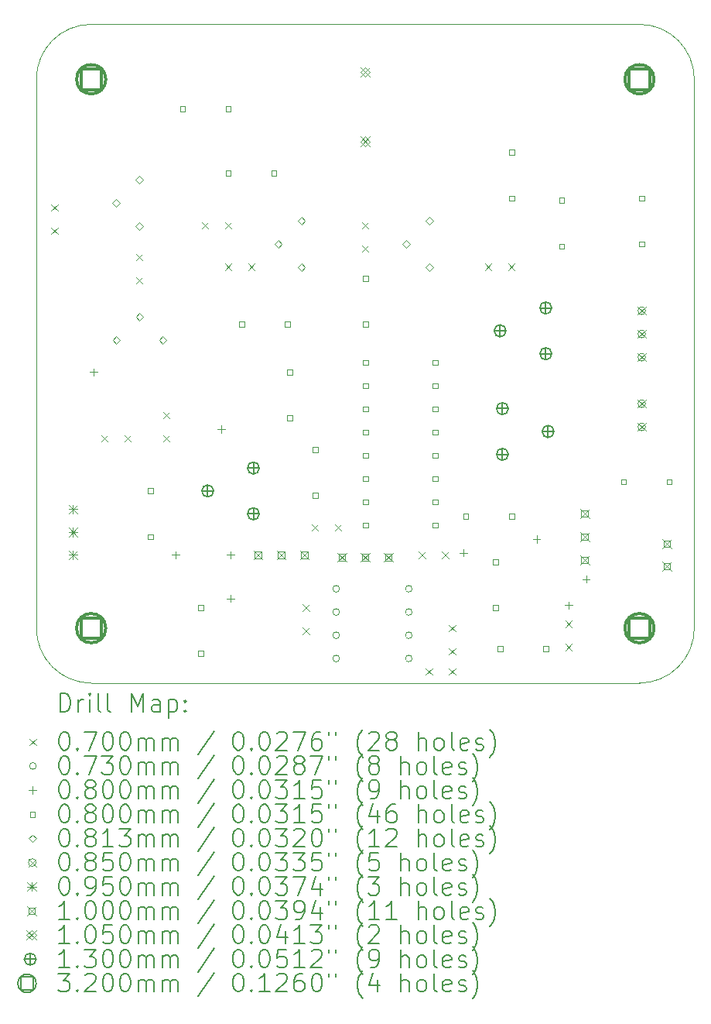
<source format=gbr>
%TF.GenerationSoftware,KiCad,Pcbnew,9.0.0*%
%TF.CreationDate,2025-05-14T11:22:41+02:00*%
%TF.ProjectId,Alarme,416c6172-6d65-42e6-9b69-6361645f7063,V0*%
%TF.SameCoordinates,Original*%
%TF.FileFunction,Drillmap*%
%TF.FilePolarity,Positive*%
%FSLAX45Y45*%
G04 Gerber Fmt 4.5, Leading zero omitted, Abs format (unit mm)*
G04 Created by KiCad (PCBNEW 9.0.0) date 2025-05-14 11:22:41*
%MOMM*%
%LPD*%
G01*
G04 APERTURE LIST*
%ADD10C,0.050000*%
%ADD11C,0.200000*%
%ADD12C,0.100000*%
%ADD13C,0.105000*%
%ADD14C,0.130000*%
%ADD15C,0.320000*%
G04 APERTURE END LIST*
D10*
X18000000Y-6400000D02*
G75*
G02*
X18600000Y-7000000I0J-600000D01*
G01*
X18600000Y-7000000D02*
X18600000Y-13000000D01*
X18000000Y-13600000D02*
X12000000Y-13600000D01*
X11400000Y-7000000D02*
G75*
G02*
X12000000Y-6400000I600000J0D01*
G01*
X12000000Y-6400000D02*
X18000000Y-6400000D01*
X12000000Y-13600000D02*
G75*
G02*
X11400000Y-13000000I0J600000D01*
G01*
X11400000Y-13000000D02*
X11400000Y-7000000D01*
X18600000Y-13000000D02*
G75*
G02*
X18000000Y-13600000I-600000J0D01*
G01*
D11*
D12*
X11565000Y-8370250D02*
X11635000Y-8440250D01*
X11635000Y-8370250D02*
X11565000Y-8440250D01*
X11565000Y-8624250D02*
X11635000Y-8694250D01*
X11635000Y-8624250D02*
X11565000Y-8694250D01*
X12111000Y-10890000D02*
X12181000Y-10960000D01*
X12181000Y-10890000D02*
X12111000Y-10960000D01*
X12365000Y-10890000D02*
X12435000Y-10960000D01*
X12435000Y-10890000D02*
X12365000Y-10960000D01*
X12490000Y-8911000D02*
X12560000Y-8981000D01*
X12560000Y-8911000D02*
X12490000Y-8981000D01*
X12490000Y-9165000D02*
X12560000Y-9235000D01*
X12560000Y-9165000D02*
X12490000Y-9235000D01*
X12790000Y-10636000D02*
X12860000Y-10706000D01*
X12860000Y-10636000D02*
X12790000Y-10706000D01*
X12790000Y-10890000D02*
X12860000Y-10960000D01*
X12860000Y-10890000D02*
X12790000Y-10960000D01*
X13211000Y-8565000D02*
X13281000Y-8635000D01*
X13281000Y-8565000D02*
X13211000Y-8635000D01*
X13465000Y-8565000D02*
X13535000Y-8635000D01*
X13535000Y-8565000D02*
X13465000Y-8635000D01*
X13467750Y-9015000D02*
X13537750Y-9085000D01*
X13537750Y-9015000D02*
X13467750Y-9085000D01*
X13721750Y-9015000D02*
X13791750Y-9085000D01*
X13791750Y-9015000D02*
X13721750Y-9085000D01*
X14315000Y-12740000D02*
X14385000Y-12810000D01*
X14385000Y-12740000D02*
X14315000Y-12810000D01*
X14315000Y-12994000D02*
X14385000Y-13064000D01*
X14385000Y-12994000D02*
X14315000Y-13064000D01*
X14415000Y-11865000D02*
X14485000Y-11935000D01*
X14485000Y-11865000D02*
X14415000Y-11935000D01*
X14669000Y-11865000D02*
X14739000Y-11935000D01*
X14739000Y-11865000D02*
X14669000Y-11935000D01*
X14965000Y-8561000D02*
X15035000Y-8631000D01*
X15035000Y-8561000D02*
X14965000Y-8631000D01*
X14965000Y-8815000D02*
X15035000Y-8885000D01*
X15035000Y-8815000D02*
X14965000Y-8885000D01*
X15586000Y-12165000D02*
X15656000Y-12235000D01*
X15656000Y-12165000D02*
X15586000Y-12235000D01*
X15661000Y-13440000D02*
X15731000Y-13510000D01*
X15731000Y-13440000D02*
X15661000Y-13510000D01*
X15840000Y-12165000D02*
X15910000Y-12235000D01*
X15910000Y-12165000D02*
X15840000Y-12235000D01*
X15915000Y-12965000D02*
X15985000Y-13035000D01*
X15985000Y-12965000D02*
X15915000Y-13035000D01*
X15915000Y-13219000D02*
X15985000Y-13289000D01*
X15985000Y-13219000D02*
X15915000Y-13289000D01*
X15915000Y-13440000D02*
X15985000Y-13510000D01*
X15985000Y-13440000D02*
X15915000Y-13510000D01*
X16311000Y-9015000D02*
X16381000Y-9085000D01*
X16381000Y-9015000D02*
X16311000Y-9085000D01*
X16565000Y-9015000D02*
X16635000Y-9085000D01*
X16635000Y-9015000D02*
X16565000Y-9085000D01*
X17190000Y-12918000D02*
X17260000Y-12988000D01*
X17260000Y-12918000D02*
X17190000Y-12988000D01*
X17190000Y-13172000D02*
X17260000Y-13242000D01*
X17260000Y-13172000D02*
X17190000Y-13242000D01*
X14717500Y-12569000D02*
G75*
G02*
X14644500Y-12569000I-36500J0D01*
G01*
X14644500Y-12569000D02*
G75*
G02*
X14717500Y-12569000I36500J0D01*
G01*
X14717500Y-12823000D02*
G75*
G02*
X14644500Y-12823000I-36500J0D01*
G01*
X14644500Y-12823000D02*
G75*
G02*
X14717500Y-12823000I36500J0D01*
G01*
X14717500Y-13077000D02*
G75*
G02*
X14644500Y-13077000I-36500J0D01*
G01*
X14644500Y-13077000D02*
G75*
G02*
X14717500Y-13077000I36500J0D01*
G01*
X14717500Y-13331000D02*
G75*
G02*
X14644500Y-13331000I-36500J0D01*
G01*
X14644500Y-13331000D02*
G75*
G02*
X14717500Y-13331000I36500J0D01*
G01*
X15511500Y-12569000D02*
G75*
G02*
X15438500Y-12569000I-36500J0D01*
G01*
X15438500Y-12569000D02*
G75*
G02*
X15511500Y-12569000I36500J0D01*
G01*
X15511500Y-12823000D02*
G75*
G02*
X15438500Y-12823000I-36500J0D01*
G01*
X15438500Y-12823000D02*
G75*
G02*
X15511500Y-12823000I36500J0D01*
G01*
X15511500Y-13077000D02*
G75*
G02*
X15438500Y-13077000I-36500J0D01*
G01*
X15438500Y-13077000D02*
G75*
G02*
X15511500Y-13077000I36500J0D01*
G01*
X15511500Y-13331000D02*
G75*
G02*
X15438500Y-13331000I-36500J0D01*
G01*
X15438500Y-13331000D02*
G75*
G02*
X15511500Y-13331000I36500J0D01*
G01*
X12025000Y-10160000D02*
X12025000Y-10240000D01*
X11985000Y-10200000D02*
X12065000Y-10200000D01*
X12925000Y-12160000D02*
X12925000Y-12240000D01*
X12885000Y-12200000D02*
X12965000Y-12200000D01*
X13425000Y-10785000D02*
X13425000Y-10865000D01*
X13385000Y-10825000D02*
X13465000Y-10825000D01*
X13525000Y-12160000D02*
X13525000Y-12240000D01*
X13485000Y-12200000D02*
X13565000Y-12200000D01*
X13525000Y-12635000D02*
X13525000Y-12715000D01*
X13485000Y-12675000D02*
X13565000Y-12675000D01*
X16075000Y-12135000D02*
X16075000Y-12215000D01*
X16035000Y-12175000D02*
X16115000Y-12175000D01*
X16875000Y-11985000D02*
X16875000Y-12065000D01*
X16835000Y-12025000D02*
X16915000Y-12025000D01*
X17225000Y-12710000D02*
X17225000Y-12790000D01*
X17185000Y-12750000D02*
X17265000Y-12750000D01*
X17417000Y-12425000D02*
X17417000Y-12505000D01*
X17377000Y-12465000D02*
X17457000Y-12465000D01*
X12678284Y-11528284D02*
X12678284Y-11471715D01*
X12621715Y-11471715D01*
X12621715Y-11528284D01*
X12678284Y-11528284D01*
X12678284Y-12028284D02*
X12678284Y-11971715D01*
X12621715Y-11971715D01*
X12621715Y-12028284D01*
X12678284Y-12028284D01*
X13028284Y-7353284D02*
X13028284Y-7296715D01*
X12971715Y-7296715D01*
X12971715Y-7353284D01*
X13028284Y-7353284D01*
X13228284Y-12803284D02*
X13228284Y-12746715D01*
X13171715Y-12746715D01*
X13171715Y-12803284D01*
X13228284Y-12803284D01*
X13228284Y-13303284D02*
X13228284Y-13246715D01*
X13171715Y-13246715D01*
X13171715Y-13303284D01*
X13228284Y-13303284D01*
X13528284Y-7353284D02*
X13528284Y-7296715D01*
X13471715Y-7296715D01*
X13471715Y-7353284D01*
X13528284Y-7353284D01*
X13528284Y-8053284D02*
X13528284Y-7996715D01*
X13471715Y-7996715D01*
X13471715Y-8053284D01*
X13528284Y-8053284D01*
X13678284Y-9703285D02*
X13678284Y-9646716D01*
X13621715Y-9646716D01*
X13621715Y-9703285D01*
X13678284Y-9703285D01*
X14028284Y-8053284D02*
X14028284Y-7996715D01*
X13971715Y-7996715D01*
X13971715Y-8053284D01*
X14028284Y-8053284D01*
X14178284Y-9703285D02*
X14178284Y-9646716D01*
X14121715Y-9646716D01*
X14121715Y-9703285D01*
X14178284Y-9703285D01*
X14203284Y-10228285D02*
X14203284Y-10171716D01*
X14146715Y-10171716D01*
X14146715Y-10228285D01*
X14203284Y-10228285D01*
X14203284Y-10728285D02*
X14203284Y-10671716D01*
X14146715Y-10671716D01*
X14146715Y-10728285D01*
X14203284Y-10728285D01*
X14478284Y-11078285D02*
X14478284Y-11021716D01*
X14421715Y-11021716D01*
X14421715Y-11078285D01*
X14478284Y-11078285D01*
X14478284Y-11578284D02*
X14478284Y-11521715D01*
X14421715Y-11521715D01*
X14421715Y-11578284D01*
X14478284Y-11578284D01*
X15028284Y-9203285D02*
X15028284Y-9146716D01*
X14971715Y-9146716D01*
X14971715Y-9203285D01*
X15028284Y-9203285D01*
X15028284Y-9703285D02*
X15028284Y-9646716D01*
X14971715Y-9646716D01*
X14971715Y-9703285D01*
X15028284Y-9703285D01*
X15028284Y-10124285D02*
X15028284Y-10067716D01*
X14971715Y-10067716D01*
X14971715Y-10124285D01*
X15028284Y-10124285D01*
X15028284Y-10378285D02*
X15028284Y-10321716D01*
X14971715Y-10321716D01*
X14971715Y-10378285D01*
X15028284Y-10378285D01*
X15028284Y-10632285D02*
X15028284Y-10575716D01*
X14971715Y-10575716D01*
X14971715Y-10632285D01*
X15028284Y-10632285D01*
X15028284Y-10886285D02*
X15028284Y-10829716D01*
X14971715Y-10829716D01*
X14971715Y-10886285D01*
X15028284Y-10886285D01*
X15028284Y-11140285D02*
X15028284Y-11083716D01*
X14971715Y-11083716D01*
X14971715Y-11140285D01*
X15028284Y-11140285D01*
X15028284Y-11394284D02*
X15028284Y-11337715D01*
X14971715Y-11337715D01*
X14971715Y-11394284D01*
X15028284Y-11394284D01*
X15028284Y-11648284D02*
X15028284Y-11591715D01*
X14971715Y-11591715D01*
X14971715Y-11648284D01*
X15028284Y-11648284D01*
X15028284Y-11902284D02*
X15028284Y-11845715D01*
X14971715Y-11845715D01*
X14971715Y-11902284D01*
X15028284Y-11902284D01*
X15790284Y-10124285D02*
X15790284Y-10067716D01*
X15733715Y-10067716D01*
X15733715Y-10124285D01*
X15790284Y-10124285D01*
X15790284Y-10378285D02*
X15790284Y-10321716D01*
X15733715Y-10321716D01*
X15733715Y-10378285D01*
X15790284Y-10378285D01*
X15790284Y-10632285D02*
X15790284Y-10575716D01*
X15733715Y-10575716D01*
X15733715Y-10632285D01*
X15790284Y-10632285D01*
X15790284Y-10886285D02*
X15790284Y-10829716D01*
X15733715Y-10829716D01*
X15733715Y-10886285D01*
X15790284Y-10886285D01*
X15790284Y-11140285D02*
X15790284Y-11083716D01*
X15733715Y-11083716D01*
X15733715Y-11140285D01*
X15790284Y-11140285D01*
X15790284Y-11394284D02*
X15790284Y-11337715D01*
X15733715Y-11337715D01*
X15733715Y-11394284D01*
X15790284Y-11394284D01*
X15790284Y-11648284D02*
X15790284Y-11591715D01*
X15733715Y-11591715D01*
X15733715Y-11648284D01*
X15790284Y-11648284D01*
X15790284Y-11902284D02*
X15790284Y-11845715D01*
X15733715Y-11845715D01*
X15733715Y-11902284D01*
X15790284Y-11902284D01*
X16128284Y-11803284D02*
X16128284Y-11746715D01*
X16071715Y-11746715D01*
X16071715Y-11803284D01*
X16128284Y-11803284D01*
X16453284Y-12303284D02*
X16453284Y-12246715D01*
X16396715Y-12246715D01*
X16396715Y-12303284D01*
X16453284Y-12303284D01*
X16453284Y-12803284D02*
X16453284Y-12746715D01*
X16396715Y-12746715D01*
X16396715Y-12803284D01*
X16453284Y-12803284D01*
X16503284Y-13253284D02*
X16503284Y-13196715D01*
X16446715Y-13196715D01*
X16446715Y-13253284D01*
X16503284Y-13253284D01*
X16628284Y-7828284D02*
X16628284Y-7771715D01*
X16571715Y-7771715D01*
X16571715Y-7828284D01*
X16628284Y-7828284D01*
X16628284Y-8328284D02*
X16628284Y-8271715D01*
X16571715Y-8271715D01*
X16571715Y-8328284D01*
X16628284Y-8328284D01*
X16628284Y-11803284D02*
X16628284Y-11746715D01*
X16571715Y-11746715D01*
X16571715Y-11803284D01*
X16628284Y-11803284D01*
X17003285Y-13253284D02*
X17003285Y-13196715D01*
X16946716Y-13196715D01*
X16946716Y-13253284D01*
X17003285Y-13253284D01*
X17178285Y-8353284D02*
X17178285Y-8296715D01*
X17121716Y-8296715D01*
X17121716Y-8353284D01*
X17178285Y-8353284D01*
X17178285Y-8853285D02*
X17178285Y-8796716D01*
X17121716Y-8796716D01*
X17121716Y-8853285D01*
X17178285Y-8853285D01*
X17853285Y-11428284D02*
X17853285Y-11371715D01*
X17796716Y-11371715D01*
X17796716Y-11428284D01*
X17853285Y-11428284D01*
X18053285Y-8328284D02*
X18053285Y-8271715D01*
X17996716Y-8271715D01*
X17996716Y-8328284D01*
X18053285Y-8328284D01*
X18053285Y-8828285D02*
X18053285Y-8771716D01*
X17996716Y-8771716D01*
X17996716Y-8828285D01*
X18053285Y-8828285D01*
X18353285Y-11428284D02*
X18353285Y-11371715D01*
X18296716Y-11371715D01*
X18296716Y-11428284D01*
X18353285Y-11428284D01*
X12271000Y-8394640D02*
X12311640Y-8354000D01*
X12271000Y-8313360D01*
X12230360Y-8354000D01*
X12271000Y-8394640D01*
X12275000Y-9890640D02*
X12315640Y-9850000D01*
X12275000Y-9809360D01*
X12234360Y-9850000D01*
X12275000Y-9890640D01*
X12525000Y-8140640D02*
X12565640Y-8100000D01*
X12525000Y-8059360D01*
X12484360Y-8100000D01*
X12525000Y-8140640D01*
X12525000Y-8648640D02*
X12565640Y-8608000D01*
X12525000Y-8567360D01*
X12484360Y-8608000D01*
X12525000Y-8648640D01*
X12529000Y-9636640D02*
X12569640Y-9596000D01*
X12529000Y-9555360D01*
X12488360Y-9596000D01*
X12529000Y-9636640D01*
X12783000Y-9890640D02*
X12823640Y-9850000D01*
X12783000Y-9809360D01*
X12742360Y-9850000D01*
X12783000Y-9890640D01*
X14046000Y-8840640D02*
X14086640Y-8800000D01*
X14046000Y-8759360D01*
X14005360Y-8800000D01*
X14046000Y-8840640D01*
X14300000Y-8586640D02*
X14340640Y-8546000D01*
X14300000Y-8505360D01*
X14259360Y-8546000D01*
X14300000Y-8586640D01*
X14300000Y-9094640D02*
X14340640Y-9054000D01*
X14300000Y-9013360D01*
X14259360Y-9054000D01*
X14300000Y-9094640D01*
X15446000Y-8840640D02*
X15486640Y-8800000D01*
X15446000Y-8759360D01*
X15405360Y-8800000D01*
X15446000Y-8840640D01*
X15700000Y-8586640D02*
X15740640Y-8546000D01*
X15700000Y-8505360D01*
X15659360Y-8546000D01*
X15700000Y-8586640D01*
X15700000Y-9094640D02*
X15740640Y-9054000D01*
X15700000Y-9013360D01*
X15659360Y-9054000D01*
X15700000Y-9094640D01*
X17982500Y-9487500D02*
X18067500Y-9572500D01*
X18067500Y-9487500D02*
X17982500Y-9572500D01*
X18067500Y-9530000D02*
G75*
G02*
X17982500Y-9530000I-42500J0D01*
G01*
X17982500Y-9530000D02*
G75*
G02*
X18067500Y-9530000I42500J0D01*
G01*
X17982500Y-9741500D02*
X18067500Y-9826500D01*
X18067500Y-9741500D02*
X17982500Y-9826500D01*
X18067500Y-9784000D02*
G75*
G02*
X17982500Y-9784000I-42500J0D01*
G01*
X17982500Y-9784000D02*
G75*
G02*
X18067500Y-9784000I42500J0D01*
G01*
X17982500Y-9995500D02*
X18067500Y-10080500D01*
X18067500Y-9995500D02*
X17982500Y-10080500D01*
X18067500Y-10038000D02*
G75*
G02*
X17982500Y-10038000I-42500J0D01*
G01*
X17982500Y-10038000D02*
G75*
G02*
X18067500Y-10038000I42500J0D01*
G01*
X17982500Y-10503500D02*
X18067500Y-10588500D01*
X18067500Y-10503500D02*
X17982500Y-10588500D01*
X18067500Y-10546000D02*
G75*
G02*
X17982500Y-10546000I-42500J0D01*
G01*
X17982500Y-10546000D02*
G75*
G02*
X18067500Y-10546000I42500J0D01*
G01*
X17982500Y-10757500D02*
X18067500Y-10842500D01*
X18067500Y-10757500D02*
X17982500Y-10842500D01*
X18067500Y-10800000D02*
G75*
G02*
X17982500Y-10800000I-42500J0D01*
G01*
X17982500Y-10800000D02*
G75*
G02*
X18067500Y-10800000I42500J0D01*
G01*
X11752500Y-11652500D02*
X11847500Y-11747500D01*
X11847500Y-11652500D02*
X11752500Y-11747500D01*
X11800000Y-11652500D02*
X11800000Y-11747500D01*
X11752500Y-11700000D02*
X11847500Y-11700000D01*
X11752500Y-11902500D02*
X11847500Y-11997500D01*
X11847500Y-11902500D02*
X11752500Y-11997500D01*
X11800000Y-11902500D02*
X11800000Y-11997500D01*
X11752500Y-11950000D02*
X11847500Y-11950000D01*
X11752500Y-12152500D02*
X11847500Y-12247500D01*
X11847500Y-12152500D02*
X11752500Y-12247500D01*
X11800000Y-12152500D02*
X11800000Y-12247500D01*
X11752500Y-12200000D02*
X11847500Y-12200000D01*
X13775000Y-12150000D02*
X13875000Y-12250000D01*
X13875000Y-12150000D02*
X13775000Y-12250000D01*
X13860356Y-12235356D02*
X13860356Y-12164644D01*
X13789644Y-12164644D01*
X13789644Y-12235356D01*
X13860356Y-12235356D01*
X14029000Y-12150000D02*
X14129000Y-12250000D01*
X14129000Y-12150000D02*
X14029000Y-12250000D01*
X14114356Y-12235356D02*
X14114356Y-12164644D01*
X14043644Y-12164644D01*
X14043644Y-12235356D01*
X14114356Y-12235356D01*
X14283000Y-12150000D02*
X14383000Y-12250000D01*
X14383000Y-12150000D02*
X14283000Y-12250000D01*
X14368356Y-12235356D02*
X14368356Y-12164644D01*
X14297644Y-12164644D01*
X14297644Y-12235356D01*
X14368356Y-12235356D01*
X14692000Y-12175000D02*
X14792000Y-12275000D01*
X14792000Y-12175000D02*
X14692000Y-12275000D01*
X14777356Y-12260356D02*
X14777356Y-12189644D01*
X14706644Y-12189644D01*
X14706644Y-12260356D01*
X14777356Y-12260356D01*
X14946000Y-12175000D02*
X15046000Y-12275000D01*
X15046000Y-12175000D02*
X14946000Y-12275000D01*
X15031356Y-12260356D02*
X15031356Y-12189644D01*
X14960644Y-12189644D01*
X14960644Y-12260356D01*
X15031356Y-12260356D01*
X15200000Y-12175000D02*
X15300000Y-12275000D01*
X15300000Y-12175000D02*
X15200000Y-12275000D01*
X15285356Y-12260356D02*
X15285356Y-12189644D01*
X15214644Y-12189644D01*
X15214644Y-12260356D01*
X15285356Y-12260356D01*
X17350000Y-11697500D02*
X17450000Y-11797500D01*
X17450000Y-11697500D02*
X17350000Y-11797500D01*
X17435356Y-11782856D02*
X17435356Y-11712144D01*
X17364644Y-11712144D01*
X17364644Y-11782856D01*
X17435356Y-11782856D01*
X17350000Y-11951500D02*
X17450000Y-12051500D01*
X17450000Y-11951500D02*
X17350000Y-12051500D01*
X17435356Y-12036856D02*
X17435356Y-11966144D01*
X17364644Y-11966144D01*
X17364644Y-12036856D01*
X17435356Y-12036856D01*
X17350000Y-12205500D02*
X17450000Y-12305500D01*
X17450000Y-12205500D02*
X17350000Y-12305500D01*
X17435356Y-12290856D02*
X17435356Y-12220144D01*
X17364644Y-12220144D01*
X17364644Y-12290856D01*
X17435356Y-12290856D01*
X18250000Y-12025000D02*
X18350000Y-12125000D01*
X18350000Y-12025000D02*
X18250000Y-12125000D01*
X18335356Y-12110356D02*
X18335356Y-12039644D01*
X18264644Y-12039644D01*
X18264644Y-12110356D01*
X18335356Y-12110356D01*
X18250000Y-12275000D02*
X18350000Y-12375000D01*
X18350000Y-12275000D02*
X18250000Y-12375000D01*
X18335356Y-12360356D02*
X18335356Y-12289644D01*
X18264644Y-12289644D01*
X18264644Y-12360356D01*
X18335356Y-12360356D01*
D13*
X14947500Y-6867500D02*
X15052500Y-6972500D01*
X15052500Y-6867500D02*
X14947500Y-6972500D01*
X15000000Y-6972500D02*
X15052500Y-6920000D01*
X15000000Y-6867500D01*
X14947500Y-6920000D01*
X15000000Y-6972500D01*
X14947500Y-7627500D02*
X15052500Y-7732500D01*
X15052500Y-7627500D02*
X14947500Y-7732500D01*
X15000000Y-7732500D02*
X15052500Y-7680000D01*
X15000000Y-7627500D01*
X14947500Y-7680000D01*
X15000000Y-7732500D01*
D14*
X13275000Y-11435000D02*
X13275000Y-11565000D01*
X13210000Y-11500000D02*
X13340000Y-11500000D01*
X13340000Y-11500000D02*
G75*
G02*
X13210000Y-11500000I-65000J0D01*
G01*
X13210000Y-11500000D02*
G75*
G02*
X13340000Y-11500000I65000J0D01*
G01*
X13775000Y-11185000D02*
X13775000Y-11315000D01*
X13710000Y-11250000D02*
X13840000Y-11250000D01*
X13840000Y-11250000D02*
G75*
G02*
X13710000Y-11250000I-65000J0D01*
G01*
X13710000Y-11250000D02*
G75*
G02*
X13840000Y-11250000I65000J0D01*
G01*
X13775000Y-11685000D02*
X13775000Y-11815000D01*
X13710000Y-11750000D02*
X13840000Y-11750000D01*
X13840000Y-11750000D02*
G75*
G02*
X13710000Y-11750000I-65000J0D01*
G01*
X13710000Y-11750000D02*
G75*
G02*
X13840000Y-11750000I65000J0D01*
G01*
X16475000Y-9685000D02*
X16475000Y-9815000D01*
X16410000Y-9750000D02*
X16540000Y-9750000D01*
X16540000Y-9750000D02*
G75*
G02*
X16410000Y-9750000I-65000J0D01*
G01*
X16410000Y-9750000D02*
G75*
G02*
X16540000Y-9750000I65000J0D01*
G01*
X16500000Y-10535000D02*
X16500000Y-10665000D01*
X16435000Y-10600000D02*
X16565000Y-10600000D01*
X16565000Y-10600000D02*
G75*
G02*
X16435000Y-10600000I-65000J0D01*
G01*
X16435000Y-10600000D02*
G75*
G02*
X16565000Y-10600000I65000J0D01*
G01*
X16500000Y-11035000D02*
X16500000Y-11165000D01*
X16435000Y-11100000D02*
X16565000Y-11100000D01*
X16565000Y-11100000D02*
G75*
G02*
X16435000Y-11100000I-65000J0D01*
G01*
X16435000Y-11100000D02*
G75*
G02*
X16565000Y-11100000I65000J0D01*
G01*
X16975000Y-9435000D02*
X16975000Y-9565000D01*
X16910000Y-9500000D02*
X17040000Y-9500000D01*
X17040000Y-9500000D02*
G75*
G02*
X16910000Y-9500000I-65000J0D01*
G01*
X16910000Y-9500000D02*
G75*
G02*
X17040000Y-9500000I65000J0D01*
G01*
X16975000Y-9935000D02*
X16975000Y-10065000D01*
X16910000Y-10000000D02*
X17040000Y-10000000D01*
X17040000Y-10000000D02*
G75*
G02*
X16910000Y-10000000I-65000J0D01*
G01*
X16910000Y-10000000D02*
G75*
G02*
X17040000Y-10000000I65000J0D01*
G01*
X17000000Y-10785000D02*
X17000000Y-10915000D01*
X16935000Y-10850000D02*
X17065000Y-10850000D01*
X17065000Y-10850000D02*
G75*
G02*
X16935000Y-10850000I-65000J0D01*
G01*
X16935000Y-10850000D02*
G75*
G02*
X17065000Y-10850000I65000J0D01*
G01*
D15*
X12113138Y-7113138D02*
X12113138Y-6886862D01*
X11886862Y-6886862D01*
X11886862Y-7113138D01*
X12113138Y-7113138D01*
X12160000Y-7000000D02*
G75*
G02*
X11840000Y-7000000I-160000J0D01*
G01*
X11840000Y-7000000D02*
G75*
G02*
X12160000Y-7000000I160000J0D01*
G01*
X12113138Y-13113138D02*
X12113138Y-12886862D01*
X11886862Y-12886862D01*
X11886862Y-13113138D01*
X12113138Y-13113138D01*
X12160000Y-13000000D02*
G75*
G02*
X11840000Y-13000000I-160000J0D01*
G01*
X11840000Y-13000000D02*
G75*
G02*
X12160000Y-13000000I160000J0D01*
G01*
X18113138Y-7113138D02*
X18113138Y-6886862D01*
X17886862Y-6886862D01*
X17886862Y-7113138D01*
X18113138Y-7113138D01*
X18160000Y-7000000D02*
G75*
G02*
X17840000Y-7000000I-160000J0D01*
G01*
X17840000Y-7000000D02*
G75*
G02*
X18160000Y-7000000I160000J0D01*
G01*
X18113138Y-13113138D02*
X18113138Y-12886862D01*
X17886862Y-12886862D01*
X17886862Y-13113138D01*
X18113138Y-13113138D01*
X18160000Y-13000000D02*
G75*
G02*
X17840000Y-13000000I-160000J0D01*
G01*
X17840000Y-13000000D02*
G75*
G02*
X18160000Y-13000000I160000J0D01*
G01*
D11*
X11658277Y-13913984D02*
X11658277Y-13713984D01*
X11658277Y-13713984D02*
X11705896Y-13713984D01*
X11705896Y-13713984D02*
X11734467Y-13723508D01*
X11734467Y-13723508D02*
X11753515Y-13742555D01*
X11753515Y-13742555D02*
X11763039Y-13761603D01*
X11763039Y-13761603D02*
X11772562Y-13799698D01*
X11772562Y-13799698D02*
X11772562Y-13828269D01*
X11772562Y-13828269D02*
X11763039Y-13866365D01*
X11763039Y-13866365D02*
X11753515Y-13885412D01*
X11753515Y-13885412D02*
X11734467Y-13904460D01*
X11734467Y-13904460D02*
X11705896Y-13913984D01*
X11705896Y-13913984D02*
X11658277Y-13913984D01*
X11858277Y-13913984D02*
X11858277Y-13780650D01*
X11858277Y-13818746D02*
X11867801Y-13799698D01*
X11867801Y-13799698D02*
X11877324Y-13790174D01*
X11877324Y-13790174D02*
X11896372Y-13780650D01*
X11896372Y-13780650D02*
X11915420Y-13780650D01*
X11982086Y-13913984D02*
X11982086Y-13780650D01*
X11982086Y-13713984D02*
X11972562Y-13723508D01*
X11972562Y-13723508D02*
X11982086Y-13733031D01*
X11982086Y-13733031D02*
X11991610Y-13723508D01*
X11991610Y-13723508D02*
X11982086Y-13713984D01*
X11982086Y-13713984D02*
X11982086Y-13733031D01*
X12105896Y-13913984D02*
X12086848Y-13904460D01*
X12086848Y-13904460D02*
X12077324Y-13885412D01*
X12077324Y-13885412D02*
X12077324Y-13713984D01*
X12210658Y-13913984D02*
X12191610Y-13904460D01*
X12191610Y-13904460D02*
X12182086Y-13885412D01*
X12182086Y-13885412D02*
X12182086Y-13713984D01*
X12439229Y-13913984D02*
X12439229Y-13713984D01*
X12439229Y-13713984D02*
X12505896Y-13856841D01*
X12505896Y-13856841D02*
X12572562Y-13713984D01*
X12572562Y-13713984D02*
X12572562Y-13913984D01*
X12753515Y-13913984D02*
X12753515Y-13809222D01*
X12753515Y-13809222D02*
X12743991Y-13790174D01*
X12743991Y-13790174D02*
X12724943Y-13780650D01*
X12724943Y-13780650D02*
X12686848Y-13780650D01*
X12686848Y-13780650D02*
X12667801Y-13790174D01*
X12753515Y-13904460D02*
X12734467Y-13913984D01*
X12734467Y-13913984D02*
X12686848Y-13913984D01*
X12686848Y-13913984D02*
X12667801Y-13904460D01*
X12667801Y-13904460D02*
X12658277Y-13885412D01*
X12658277Y-13885412D02*
X12658277Y-13866365D01*
X12658277Y-13866365D02*
X12667801Y-13847317D01*
X12667801Y-13847317D02*
X12686848Y-13837793D01*
X12686848Y-13837793D02*
X12734467Y-13837793D01*
X12734467Y-13837793D02*
X12753515Y-13828269D01*
X12848753Y-13780650D02*
X12848753Y-13980650D01*
X12848753Y-13790174D02*
X12867801Y-13780650D01*
X12867801Y-13780650D02*
X12905896Y-13780650D01*
X12905896Y-13780650D02*
X12924943Y-13790174D01*
X12924943Y-13790174D02*
X12934467Y-13799698D01*
X12934467Y-13799698D02*
X12943991Y-13818746D01*
X12943991Y-13818746D02*
X12943991Y-13875888D01*
X12943991Y-13875888D02*
X12934467Y-13894936D01*
X12934467Y-13894936D02*
X12924943Y-13904460D01*
X12924943Y-13904460D02*
X12905896Y-13913984D01*
X12905896Y-13913984D02*
X12867801Y-13913984D01*
X12867801Y-13913984D02*
X12848753Y-13904460D01*
X13029705Y-13894936D02*
X13039229Y-13904460D01*
X13039229Y-13904460D02*
X13029705Y-13913984D01*
X13029705Y-13913984D02*
X13020182Y-13904460D01*
X13020182Y-13904460D02*
X13029705Y-13894936D01*
X13029705Y-13894936D02*
X13029705Y-13913984D01*
X13029705Y-13790174D02*
X13039229Y-13799698D01*
X13039229Y-13799698D02*
X13029705Y-13809222D01*
X13029705Y-13809222D02*
X13020182Y-13799698D01*
X13020182Y-13799698D02*
X13029705Y-13790174D01*
X13029705Y-13790174D02*
X13029705Y-13809222D01*
D12*
X11327500Y-14207500D02*
X11397500Y-14277500D01*
X11397500Y-14207500D02*
X11327500Y-14277500D01*
D11*
X11696372Y-14133984D02*
X11715420Y-14133984D01*
X11715420Y-14133984D02*
X11734467Y-14143508D01*
X11734467Y-14143508D02*
X11743991Y-14153031D01*
X11743991Y-14153031D02*
X11753515Y-14172079D01*
X11753515Y-14172079D02*
X11763039Y-14210174D01*
X11763039Y-14210174D02*
X11763039Y-14257793D01*
X11763039Y-14257793D02*
X11753515Y-14295888D01*
X11753515Y-14295888D02*
X11743991Y-14314936D01*
X11743991Y-14314936D02*
X11734467Y-14324460D01*
X11734467Y-14324460D02*
X11715420Y-14333984D01*
X11715420Y-14333984D02*
X11696372Y-14333984D01*
X11696372Y-14333984D02*
X11677324Y-14324460D01*
X11677324Y-14324460D02*
X11667801Y-14314936D01*
X11667801Y-14314936D02*
X11658277Y-14295888D01*
X11658277Y-14295888D02*
X11648753Y-14257793D01*
X11648753Y-14257793D02*
X11648753Y-14210174D01*
X11648753Y-14210174D02*
X11658277Y-14172079D01*
X11658277Y-14172079D02*
X11667801Y-14153031D01*
X11667801Y-14153031D02*
X11677324Y-14143508D01*
X11677324Y-14143508D02*
X11696372Y-14133984D01*
X11848753Y-14314936D02*
X11858277Y-14324460D01*
X11858277Y-14324460D02*
X11848753Y-14333984D01*
X11848753Y-14333984D02*
X11839229Y-14324460D01*
X11839229Y-14324460D02*
X11848753Y-14314936D01*
X11848753Y-14314936D02*
X11848753Y-14333984D01*
X11924943Y-14133984D02*
X12058277Y-14133984D01*
X12058277Y-14133984D02*
X11972562Y-14333984D01*
X12172562Y-14133984D02*
X12191610Y-14133984D01*
X12191610Y-14133984D02*
X12210658Y-14143508D01*
X12210658Y-14143508D02*
X12220182Y-14153031D01*
X12220182Y-14153031D02*
X12229705Y-14172079D01*
X12229705Y-14172079D02*
X12239229Y-14210174D01*
X12239229Y-14210174D02*
X12239229Y-14257793D01*
X12239229Y-14257793D02*
X12229705Y-14295888D01*
X12229705Y-14295888D02*
X12220182Y-14314936D01*
X12220182Y-14314936D02*
X12210658Y-14324460D01*
X12210658Y-14324460D02*
X12191610Y-14333984D01*
X12191610Y-14333984D02*
X12172562Y-14333984D01*
X12172562Y-14333984D02*
X12153515Y-14324460D01*
X12153515Y-14324460D02*
X12143991Y-14314936D01*
X12143991Y-14314936D02*
X12134467Y-14295888D01*
X12134467Y-14295888D02*
X12124943Y-14257793D01*
X12124943Y-14257793D02*
X12124943Y-14210174D01*
X12124943Y-14210174D02*
X12134467Y-14172079D01*
X12134467Y-14172079D02*
X12143991Y-14153031D01*
X12143991Y-14153031D02*
X12153515Y-14143508D01*
X12153515Y-14143508D02*
X12172562Y-14133984D01*
X12363039Y-14133984D02*
X12382086Y-14133984D01*
X12382086Y-14133984D02*
X12401134Y-14143508D01*
X12401134Y-14143508D02*
X12410658Y-14153031D01*
X12410658Y-14153031D02*
X12420182Y-14172079D01*
X12420182Y-14172079D02*
X12429705Y-14210174D01*
X12429705Y-14210174D02*
X12429705Y-14257793D01*
X12429705Y-14257793D02*
X12420182Y-14295888D01*
X12420182Y-14295888D02*
X12410658Y-14314936D01*
X12410658Y-14314936D02*
X12401134Y-14324460D01*
X12401134Y-14324460D02*
X12382086Y-14333984D01*
X12382086Y-14333984D02*
X12363039Y-14333984D01*
X12363039Y-14333984D02*
X12343991Y-14324460D01*
X12343991Y-14324460D02*
X12334467Y-14314936D01*
X12334467Y-14314936D02*
X12324943Y-14295888D01*
X12324943Y-14295888D02*
X12315420Y-14257793D01*
X12315420Y-14257793D02*
X12315420Y-14210174D01*
X12315420Y-14210174D02*
X12324943Y-14172079D01*
X12324943Y-14172079D02*
X12334467Y-14153031D01*
X12334467Y-14153031D02*
X12343991Y-14143508D01*
X12343991Y-14143508D02*
X12363039Y-14133984D01*
X12515420Y-14333984D02*
X12515420Y-14200650D01*
X12515420Y-14219698D02*
X12524943Y-14210174D01*
X12524943Y-14210174D02*
X12543991Y-14200650D01*
X12543991Y-14200650D02*
X12572563Y-14200650D01*
X12572563Y-14200650D02*
X12591610Y-14210174D01*
X12591610Y-14210174D02*
X12601134Y-14229222D01*
X12601134Y-14229222D02*
X12601134Y-14333984D01*
X12601134Y-14229222D02*
X12610658Y-14210174D01*
X12610658Y-14210174D02*
X12629705Y-14200650D01*
X12629705Y-14200650D02*
X12658277Y-14200650D01*
X12658277Y-14200650D02*
X12677324Y-14210174D01*
X12677324Y-14210174D02*
X12686848Y-14229222D01*
X12686848Y-14229222D02*
X12686848Y-14333984D01*
X12782086Y-14333984D02*
X12782086Y-14200650D01*
X12782086Y-14219698D02*
X12791610Y-14210174D01*
X12791610Y-14210174D02*
X12810658Y-14200650D01*
X12810658Y-14200650D02*
X12839229Y-14200650D01*
X12839229Y-14200650D02*
X12858277Y-14210174D01*
X12858277Y-14210174D02*
X12867801Y-14229222D01*
X12867801Y-14229222D02*
X12867801Y-14333984D01*
X12867801Y-14229222D02*
X12877324Y-14210174D01*
X12877324Y-14210174D02*
X12896372Y-14200650D01*
X12896372Y-14200650D02*
X12924943Y-14200650D01*
X12924943Y-14200650D02*
X12943991Y-14210174D01*
X12943991Y-14210174D02*
X12953515Y-14229222D01*
X12953515Y-14229222D02*
X12953515Y-14333984D01*
X13343991Y-14124460D02*
X13172563Y-14381603D01*
X13601134Y-14133984D02*
X13620182Y-14133984D01*
X13620182Y-14133984D02*
X13639229Y-14143508D01*
X13639229Y-14143508D02*
X13648753Y-14153031D01*
X13648753Y-14153031D02*
X13658277Y-14172079D01*
X13658277Y-14172079D02*
X13667801Y-14210174D01*
X13667801Y-14210174D02*
X13667801Y-14257793D01*
X13667801Y-14257793D02*
X13658277Y-14295888D01*
X13658277Y-14295888D02*
X13648753Y-14314936D01*
X13648753Y-14314936D02*
X13639229Y-14324460D01*
X13639229Y-14324460D02*
X13620182Y-14333984D01*
X13620182Y-14333984D02*
X13601134Y-14333984D01*
X13601134Y-14333984D02*
X13582086Y-14324460D01*
X13582086Y-14324460D02*
X13572563Y-14314936D01*
X13572563Y-14314936D02*
X13563039Y-14295888D01*
X13563039Y-14295888D02*
X13553515Y-14257793D01*
X13553515Y-14257793D02*
X13553515Y-14210174D01*
X13553515Y-14210174D02*
X13563039Y-14172079D01*
X13563039Y-14172079D02*
X13572563Y-14153031D01*
X13572563Y-14153031D02*
X13582086Y-14143508D01*
X13582086Y-14143508D02*
X13601134Y-14133984D01*
X13753515Y-14314936D02*
X13763039Y-14324460D01*
X13763039Y-14324460D02*
X13753515Y-14333984D01*
X13753515Y-14333984D02*
X13743991Y-14324460D01*
X13743991Y-14324460D02*
X13753515Y-14314936D01*
X13753515Y-14314936D02*
X13753515Y-14333984D01*
X13886848Y-14133984D02*
X13905896Y-14133984D01*
X13905896Y-14133984D02*
X13924944Y-14143508D01*
X13924944Y-14143508D02*
X13934467Y-14153031D01*
X13934467Y-14153031D02*
X13943991Y-14172079D01*
X13943991Y-14172079D02*
X13953515Y-14210174D01*
X13953515Y-14210174D02*
X13953515Y-14257793D01*
X13953515Y-14257793D02*
X13943991Y-14295888D01*
X13943991Y-14295888D02*
X13934467Y-14314936D01*
X13934467Y-14314936D02*
X13924944Y-14324460D01*
X13924944Y-14324460D02*
X13905896Y-14333984D01*
X13905896Y-14333984D02*
X13886848Y-14333984D01*
X13886848Y-14333984D02*
X13867801Y-14324460D01*
X13867801Y-14324460D02*
X13858277Y-14314936D01*
X13858277Y-14314936D02*
X13848753Y-14295888D01*
X13848753Y-14295888D02*
X13839229Y-14257793D01*
X13839229Y-14257793D02*
X13839229Y-14210174D01*
X13839229Y-14210174D02*
X13848753Y-14172079D01*
X13848753Y-14172079D02*
X13858277Y-14153031D01*
X13858277Y-14153031D02*
X13867801Y-14143508D01*
X13867801Y-14143508D02*
X13886848Y-14133984D01*
X14029706Y-14153031D02*
X14039229Y-14143508D01*
X14039229Y-14143508D02*
X14058277Y-14133984D01*
X14058277Y-14133984D02*
X14105896Y-14133984D01*
X14105896Y-14133984D02*
X14124944Y-14143508D01*
X14124944Y-14143508D02*
X14134467Y-14153031D01*
X14134467Y-14153031D02*
X14143991Y-14172079D01*
X14143991Y-14172079D02*
X14143991Y-14191127D01*
X14143991Y-14191127D02*
X14134467Y-14219698D01*
X14134467Y-14219698D02*
X14020182Y-14333984D01*
X14020182Y-14333984D02*
X14143991Y-14333984D01*
X14210658Y-14133984D02*
X14343991Y-14133984D01*
X14343991Y-14133984D02*
X14258277Y-14333984D01*
X14505896Y-14133984D02*
X14467801Y-14133984D01*
X14467801Y-14133984D02*
X14448753Y-14143508D01*
X14448753Y-14143508D02*
X14439229Y-14153031D01*
X14439229Y-14153031D02*
X14420182Y-14181603D01*
X14420182Y-14181603D02*
X14410658Y-14219698D01*
X14410658Y-14219698D02*
X14410658Y-14295888D01*
X14410658Y-14295888D02*
X14420182Y-14314936D01*
X14420182Y-14314936D02*
X14429706Y-14324460D01*
X14429706Y-14324460D02*
X14448753Y-14333984D01*
X14448753Y-14333984D02*
X14486848Y-14333984D01*
X14486848Y-14333984D02*
X14505896Y-14324460D01*
X14505896Y-14324460D02*
X14515420Y-14314936D01*
X14515420Y-14314936D02*
X14524944Y-14295888D01*
X14524944Y-14295888D02*
X14524944Y-14248269D01*
X14524944Y-14248269D02*
X14515420Y-14229222D01*
X14515420Y-14229222D02*
X14505896Y-14219698D01*
X14505896Y-14219698D02*
X14486848Y-14210174D01*
X14486848Y-14210174D02*
X14448753Y-14210174D01*
X14448753Y-14210174D02*
X14429706Y-14219698D01*
X14429706Y-14219698D02*
X14420182Y-14229222D01*
X14420182Y-14229222D02*
X14410658Y-14248269D01*
X14601134Y-14133984D02*
X14601134Y-14172079D01*
X14677325Y-14133984D02*
X14677325Y-14172079D01*
X14972563Y-14410174D02*
X14963039Y-14400650D01*
X14963039Y-14400650D02*
X14943991Y-14372079D01*
X14943991Y-14372079D02*
X14934468Y-14353031D01*
X14934468Y-14353031D02*
X14924944Y-14324460D01*
X14924944Y-14324460D02*
X14915420Y-14276841D01*
X14915420Y-14276841D02*
X14915420Y-14238746D01*
X14915420Y-14238746D02*
X14924944Y-14191127D01*
X14924944Y-14191127D02*
X14934468Y-14162555D01*
X14934468Y-14162555D02*
X14943991Y-14143508D01*
X14943991Y-14143508D02*
X14963039Y-14114936D01*
X14963039Y-14114936D02*
X14972563Y-14105412D01*
X15039229Y-14153031D02*
X15048753Y-14143508D01*
X15048753Y-14143508D02*
X15067801Y-14133984D01*
X15067801Y-14133984D02*
X15115420Y-14133984D01*
X15115420Y-14133984D02*
X15134468Y-14143508D01*
X15134468Y-14143508D02*
X15143991Y-14153031D01*
X15143991Y-14153031D02*
X15153515Y-14172079D01*
X15153515Y-14172079D02*
X15153515Y-14191127D01*
X15153515Y-14191127D02*
X15143991Y-14219698D01*
X15143991Y-14219698D02*
X15029706Y-14333984D01*
X15029706Y-14333984D02*
X15153515Y-14333984D01*
X15267801Y-14219698D02*
X15248753Y-14210174D01*
X15248753Y-14210174D02*
X15239229Y-14200650D01*
X15239229Y-14200650D02*
X15229706Y-14181603D01*
X15229706Y-14181603D02*
X15229706Y-14172079D01*
X15229706Y-14172079D02*
X15239229Y-14153031D01*
X15239229Y-14153031D02*
X15248753Y-14143508D01*
X15248753Y-14143508D02*
X15267801Y-14133984D01*
X15267801Y-14133984D02*
X15305896Y-14133984D01*
X15305896Y-14133984D02*
X15324944Y-14143508D01*
X15324944Y-14143508D02*
X15334468Y-14153031D01*
X15334468Y-14153031D02*
X15343991Y-14172079D01*
X15343991Y-14172079D02*
X15343991Y-14181603D01*
X15343991Y-14181603D02*
X15334468Y-14200650D01*
X15334468Y-14200650D02*
X15324944Y-14210174D01*
X15324944Y-14210174D02*
X15305896Y-14219698D01*
X15305896Y-14219698D02*
X15267801Y-14219698D01*
X15267801Y-14219698D02*
X15248753Y-14229222D01*
X15248753Y-14229222D02*
X15239229Y-14238746D01*
X15239229Y-14238746D02*
X15229706Y-14257793D01*
X15229706Y-14257793D02*
X15229706Y-14295888D01*
X15229706Y-14295888D02*
X15239229Y-14314936D01*
X15239229Y-14314936D02*
X15248753Y-14324460D01*
X15248753Y-14324460D02*
X15267801Y-14333984D01*
X15267801Y-14333984D02*
X15305896Y-14333984D01*
X15305896Y-14333984D02*
X15324944Y-14324460D01*
X15324944Y-14324460D02*
X15334468Y-14314936D01*
X15334468Y-14314936D02*
X15343991Y-14295888D01*
X15343991Y-14295888D02*
X15343991Y-14257793D01*
X15343991Y-14257793D02*
X15334468Y-14238746D01*
X15334468Y-14238746D02*
X15324944Y-14229222D01*
X15324944Y-14229222D02*
X15305896Y-14219698D01*
X15582087Y-14333984D02*
X15582087Y-14133984D01*
X15667801Y-14333984D02*
X15667801Y-14229222D01*
X15667801Y-14229222D02*
X15658277Y-14210174D01*
X15658277Y-14210174D02*
X15639230Y-14200650D01*
X15639230Y-14200650D02*
X15610658Y-14200650D01*
X15610658Y-14200650D02*
X15591610Y-14210174D01*
X15591610Y-14210174D02*
X15582087Y-14219698D01*
X15791610Y-14333984D02*
X15772563Y-14324460D01*
X15772563Y-14324460D02*
X15763039Y-14314936D01*
X15763039Y-14314936D02*
X15753515Y-14295888D01*
X15753515Y-14295888D02*
X15753515Y-14238746D01*
X15753515Y-14238746D02*
X15763039Y-14219698D01*
X15763039Y-14219698D02*
X15772563Y-14210174D01*
X15772563Y-14210174D02*
X15791610Y-14200650D01*
X15791610Y-14200650D02*
X15820182Y-14200650D01*
X15820182Y-14200650D02*
X15839230Y-14210174D01*
X15839230Y-14210174D02*
X15848753Y-14219698D01*
X15848753Y-14219698D02*
X15858277Y-14238746D01*
X15858277Y-14238746D02*
X15858277Y-14295888D01*
X15858277Y-14295888D02*
X15848753Y-14314936D01*
X15848753Y-14314936D02*
X15839230Y-14324460D01*
X15839230Y-14324460D02*
X15820182Y-14333984D01*
X15820182Y-14333984D02*
X15791610Y-14333984D01*
X15972563Y-14333984D02*
X15953515Y-14324460D01*
X15953515Y-14324460D02*
X15943991Y-14305412D01*
X15943991Y-14305412D02*
X15943991Y-14133984D01*
X16124944Y-14324460D02*
X16105896Y-14333984D01*
X16105896Y-14333984D02*
X16067801Y-14333984D01*
X16067801Y-14333984D02*
X16048753Y-14324460D01*
X16048753Y-14324460D02*
X16039230Y-14305412D01*
X16039230Y-14305412D02*
X16039230Y-14229222D01*
X16039230Y-14229222D02*
X16048753Y-14210174D01*
X16048753Y-14210174D02*
X16067801Y-14200650D01*
X16067801Y-14200650D02*
X16105896Y-14200650D01*
X16105896Y-14200650D02*
X16124944Y-14210174D01*
X16124944Y-14210174D02*
X16134468Y-14229222D01*
X16134468Y-14229222D02*
X16134468Y-14248269D01*
X16134468Y-14248269D02*
X16039230Y-14267317D01*
X16210658Y-14324460D02*
X16229706Y-14333984D01*
X16229706Y-14333984D02*
X16267801Y-14333984D01*
X16267801Y-14333984D02*
X16286849Y-14324460D01*
X16286849Y-14324460D02*
X16296372Y-14305412D01*
X16296372Y-14305412D02*
X16296372Y-14295888D01*
X16296372Y-14295888D02*
X16286849Y-14276841D01*
X16286849Y-14276841D02*
X16267801Y-14267317D01*
X16267801Y-14267317D02*
X16239230Y-14267317D01*
X16239230Y-14267317D02*
X16220182Y-14257793D01*
X16220182Y-14257793D02*
X16210658Y-14238746D01*
X16210658Y-14238746D02*
X16210658Y-14229222D01*
X16210658Y-14229222D02*
X16220182Y-14210174D01*
X16220182Y-14210174D02*
X16239230Y-14200650D01*
X16239230Y-14200650D02*
X16267801Y-14200650D01*
X16267801Y-14200650D02*
X16286849Y-14210174D01*
X16363039Y-14410174D02*
X16372563Y-14400650D01*
X16372563Y-14400650D02*
X16391611Y-14372079D01*
X16391611Y-14372079D02*
X16401134Y-14353031D01*
X16401134Y-14353031D02*
X16410658Y-14324460D01*
X16410658Y-14324460D02*
X16420182Y-14276841D01*
X16420182Y-14276841D02*
X16420182Y-14238746D01*
X16420182Y-14238746D02*
X16410658Y-14191127D01*
X16410658Y-14191127D02*
X16401134Y-14162555D01*
X16401134Y-14162555D02*
X16391611Y-14143508D01*
X16391611Y-14143508D02*
X16372563Y-14114936D01*
X16372563Y-14114936D02*
X16363039Y-14105412D01*
D12*
X11397500Y-14506500D02*
G75*
G02*
X11324500Y-14506500I-36500J0D01*
G01*
X11324500Y-14506500D02*
G75*
G02*
X11397500Y-14506500I36500J0D01*
G01*
D11*
X11696372Y-14397984D02*
X11715420Y-14397984D01*
X11715420Y-14397984D02*
X11734467Y-14407508D01*
X11734467Y-14407508D02*
X11743991Y-14417031D01*
X11743991Y-14417031D02*
X11753515Y-14436079D01*
X11753515Y-14436079D02*
X11763039Y-14474174D01*
X11763039Y-14474174D02*
X11763039Y-14521793D01*
X11763039Y-14521793D02*
X11753515Y-14559888D01*
X11753515Y-14559888D02*
X11743991Y-14578936D01*
X11743991Y-14578936D02*
X11734467Y-14588460D01*
X11734467Y-14588460D02*
X11715420Y-14597984D01*
X11715420Y-14597984D02*
X11696372Y-14597984D01*
X11696372Y-14597984D02*
X11677324Y-14588460D01*
X11677324Y-14588460D02*
X11667801Y-14578936D01*
X11667801Y-14578936D02*
X11658277Y-14559888D01*
X11658277Y-14559888D02*
X11648753Y-14521793D01*
X11648753Y-14521793D02*
X11648753Y-14474174D01*
X11648753Y-14474174D02*
X11658277Y-14436079D01*
X11658277Y-14436079D02*
X11667801Y-14417031D01*
X11667801Y-14417031D02*
X11677324Y-14407508D01*
X11677324Y-14407508D02*
X11696372Y-14397984D01*
X11848753Y-14578936D02*
X11858277Y-14588460D01*
X11858277Y-14588460D02*
X11848753Y-14597984D01*
X11848753Y-14597984D02*
X11839229Y-14588460D01*
X11839229Y-14588460D02*
X11848753Y-14578936D01*
X11848753Y-14578936D02*
X11848753Y-14597984D01*
X11924943Y-14397984D02*
X12058277Y-14397984D01*
X12058277Y-14397984D02*
X11972562Y-14597984D01*
X12115420Y-14397984D02*
X12239229Y-14397984D01*
X12239229Y-14397984D02*
X12172562Y-14474174D01*
X12172562Y-14474174D02*
X12201134Y-14474174D01*
X12201134Y-14474174D02*
X12220182Y-14483698D01*
X12220182Y-14483698D02*
X12229705Y-14493222D01*
X12229705Y-14493222D02*
X12239229Y-14512269D01*
X12239229Y-14512269D02*
X12239229Y-14559888D01*
X12239229Y-14559888D02*
X12229705Y-14578936D01*
X12229705Y-14578936D02*
X12220182Y-14588460D01*
X12220182Y-14588460D02*
X12201134Y-14597984D01*
X12201134Y-14597984D02*
X12143991Y-14597984D01*
X12143991Y-14597984D02*
X12124943Y-14588460D01*
X12124943Y-14588460D02*
X12115420Y-14578936D01*
X12363039Y-14397984D02*
X12382086Y-14397984D01*
X12382086Y-14397984D02*
X12401134Y-14407508D01*
X12401134Y-14407508D02*
X12410658Y-14417031D01*
X12410658Y-14417031D02*
X12420182Y-14436079D01*
X12420182Y-14436079D02*
X12429705Y-14474174D01*
X12429705Y-14474174D02*
X12429705Y-14521793D01*
X12429705Y-14521793D02*
X12420182Y-14559888D01*
X12420182Y-14559888D02*
X12410658Y-14578936D01*
X12410658Y-14578936D02*
X12401134Y-14588460D01*
X12401134Y-14588460D02*
X12382086Y-14597984D01*
X12382086Y-14597984D02*
X12363039Y-14597984D01*
X12363039Y-14597984D02*
X12343991Y-14588460D01*
X12343991Y-14588460D02*
X12334467Y-14578936D01*
X12334467Y-14578936D02*
X12324943Y-14559888D01*
X12324943Y-14559888D02*
X12315420Y-14521793D01*
X12315420Y-14521793D02*
X12315420Y-14474174D01*
X12315420Y-14474174D02*
X12324943Y-14436079D01*
X12324943Y-14436079D02*
X12334467Y-14417031D01*
X12334467Y-14417031D02*
X12343991Y-14407508D01*
X12343991Y-14407508D02*
X12363039Y-14397984D01*
X12515420Y-14597984D02*
X12515420Y-14464650D01*
X12515420Y-14483698D02*
X12524943Y-14474174D01*
X12524943Y-14474174D02*
X12543991Y-14464650D01*
X12543991Y-14464650D02*
X12572563Y-14464650D01*
X12572563Y-14464650D02*
X12591610Y-14474174D01*
X12591610Y-14474174D02*
X12601134Y-14493222D01*
X12601134Y-14493222D02*
X12601134Y-14597984D01*
X12601134Y-14493222D02*
X12610658Y-14474174D01*
X12610658Y-14474174D02*
X12629705Y-14464650D01*
X12629705Y-14464650D02*
X12658277Y-14464650D01*
X12658277Y-14464650D02*
X12677324Y-14474174D01*
X12677324Y-14474174D02*
X12686848Y-14493222D01*
X12686848Y-14493222D02*
X12686848Y-14597984D01*
X12782086Y-14597984D02*
X12782086Y-14464650D01*
X12782086Y-14483698D02*
X12791610Y-14474174D01*
X12791610Y-14474174D02*
X12810658Y-14464650D01*
X12810658Y-14464650D02*
X12839229Y-14464650D01*
X12839229Y-14464650D02*
X12858277Y-14474174D01*
X12858277Y-14474174D02*
X12867801Y-14493222D01*
X12867801Y-14493222D02*
X12867801Y-14597984D01*
X12867801Y-14493222D02*
X12877324Y-14474174D01*
X12877324Y-14474174D02*
X12896372Y-14464650D01*
X12896372Y-14464650D02*
X12924943Y-14464650D01*
X12924943Y-14464650D02*
X12943991Y-14474174D01*
X12943991Y-14474174D02*
X12953515Y-14493222D01*
X12953515Y-14493222D02*
X12953515Y-14597984D01*
X13343991Y-14388460D02*
X13172563Y-14645603D01*
X13601134Y-14397984D02*
X13620182Y-14397984D01*
X13620182Y-14397984D02*
X13639229Y-14407508D01*
X13639229Y-14407508D02*
X13648753Y-14417031D01*
X13648753Y-14417031D02*
X13658277Y-14436079D01*
X13658277Y-14436079D02*
X13667801Y-14474174D01*
X13667801Y-14474174D02*
X13667801Y-14521793D01*
X13667801Y-14521793D02*
X13658277Y-14559888D01*
X13658277Y-14559888D02*
X13648753Y-14578936D01*
X13648753Y-14578936D02*
X13639229Y-14588460D01*
X13639229Y-14588460D02*
X13620182Y-14597984D01*
X13620182Y-14597984D02*
X13601134Y-14597984D01*
X13601134Y-14597984D02*
X13582086Y-14588460D01*
X13582086Y-14588460D02*
X13572563Y-14578936D01*
X13572563Y-14578936D02*
X13563039Y-14559888D01*
X13563039Y-14559888D02*
X13553515Y-14521793D01*
X13553515Y-14521793D02*
X13553515Y-14474174D01*
X13553515Y-14474174D02*
X13563039Y-14436079D01*
X13563039Y-14436079D02*
X13572563Y-14417031D01*
X13572563Y-14417031D02*
X13582086Y-14407508D01*
X13582086Y-14407508D02*
X13601134Y-14397984D01*
X13753515Y-14578936D02*
X13763039Y-14588460D01*
X13763039Y-14588460D02*
X13753515Y-14597984D01*
X13753515Y-14597984D02*
X13743991Y-14588460D01*
X13743991Y-14588460D02*
X13753515Y-14578936D01*
X13753515Y-14578936D02*
X13753515Y-14597984D01*
X13886848Y-14397984D02*
X13905896Y-14397984D01*
X13905896Y-14397984D02*
X13924944Y-14407508D01*
X13924944Y-14407508D02*
X13934467Y-14417031D01*
X13934467Y-14417031D02*
X13943991Y-14436079D01*
X13943991Y-14436079D02*
X13953515Y-14474174D01*
X13953515Y-14474174D02*
X13953515Y-14521793D01*
X13953515Y-14521793D02*
X13943991Y-14559888D01*
X13943991Y-14559888D02*
X13934467Y-14578936D01*
X13934467Y-14578936D02*
X13924944Y-14588460D01*
X13924944Y-14588460D02*
X13905896Y-14597984D01*
X13905896Y-14597984D02*
X13886848Y-14597984D01*
X13886848Y-14597984D02*
X13867801Y-14588460D01*
X13867801Y-14588460D02*
X13858277Y-14578936D01*
X13858277Y-14578936D02*
X13848753Y-14559888D01*
X13848753Y-14559888D02*
X13839229Y-14521793D01*
X13839229Y-14521793D02*
X13839229Y-14474174D01*
X13839229Y-14474174D02*
X13848753Y-14436079D01*
X13848753Y-14436079D02*
X13858277Y-14417031D01*
X13858277Y-14417031D02*
X13867801Y-14407508D01*
X13867801Y-14407508D02*
X13886848Y-14397984D01*
X14029706Y-14417031D02*
X14039229Y-14407508D01*
X14039229Y-14407508D02*
X14058277Y-14397984D01*
X14058277Y-14397984D02*
X14105896Y-14397984D01*
X14105896Y-14397984D02*
X14124944Y-14407508D01*
X14124944Y-14407508D02*
X14134467Y-14417031D01*
X14134467Y-14417031D02*
X14143991Y-14436079D01*
X14143991Y-14436079D02*
X14143991Y-14455127D01*
X14143991Y-14455127D02*
X14134467Y-14483698D01*
X14134467Y-14483698D02*
X14020182Y-14597984D01*
X14020182Y-14597984D02*
X14143991Y-14597984D01*
X14258277Y-14483698D02*
X14239229Y-14474174D01*
X14239229Y-14474174D02*
X14229706Y-14464650D01*
X14229706Y-14464650D02*
X14220182Y-14445603D01*
X14220182Y-14445603D02*
X14220182Y-14436079D01*
X14220182Y-14436079D02*
X14229706Y-14417031D01*
X14229706Y-14417031D02*
X14239229Y-14407508D01*
X14239229Y-14407508D02*
X14258277Y-14397984D01*
X14258277Y-14397984D02*
X14296372Y-14397984D01*
X14296372Y-14397984D02*
X14315420Y-14407508D01*
X14315420Y-14407508D02*
X14324944Y-14417031D01*
X14324944Y-14417031D02*
X14334467Y-14436079D01*
X14334467Y-14436079D02*
X14334467Y-14445603D01*
X14334467Y-14445603D02*
X14324944Y-14464650D01*
X14324944Y-14464650D02*
X14315420Y-14474174D01*
X14315420Y-14474174D02*
X14296372Y-14483698D01*
X14296372Y-14483698D02*
X14258277Y-14483698D01*
X14258277Y-14483698D02*
X14239229Y-14493222D01*
X14239229Y-14493222D02*
X14229706Y-14502746D01*
X14229706Y-14502746D02*
X14220182Y-14521793D01*
X14220182Y-14521793D02*
X14220182Y-14559888D01*
X14220182Y-14559888D02*
X14229706Y-14578936D01*
X14229706Y-14578936D02*
X14239229Y-14588460D01*
X14239229Y-14588460D02*
X14258277Y-14597984D01*
X14258277Y-14597984D02*
X14296372Y-14597984D01*
X14296372Y-14597984D02*
X14315420Y-14588460D01*
X14315420Y-14588460D02*
X14324944Y-14578936D01*
X14324944Y-14578936D02*
X14334467Y-14559888D01*
X14334467Y-14559888D02*
X14334467Y-14521793D01*
X14334467Y-14521793D02*
X14324944Y-14502746D01*
X14324944Y-14502746D02*
X14315420Y-14493222D01*
X14315420Y-14493222D02*
X14296372Y-14483698D01*
X14401134Y-14397984D02*
X14534467Y-14397984D01*
X14534467Y-14397984D02*
X14448753Y-14597984D01*
X14601134Y-14397984D02*
X14601134Y-14436079D01*
X14677325Y-14397984D02*
X14677325Y-14436079D01*
X14972563Y-14674174D02*
X14963039Y-14664650D01*
X14963039Y-14664650D02*
X14943991Y-14636079D01*
X14943991Y-14636079D02*
X14934468Y-14617031D01*
X14934468Y-14617031D02*
X14924944Y-14588460D01*
X14924944Y-14588460D02*
X14915420Y-14540841D01*
X14915420Y-14540841D02*
X14915420Y-14502746D01*
X14915420Y-14502746D02*
X14924944Y-14455127D01*
X14924944Y-14455127D02*
X14934468Y-14426555D01*
X14934468Y-14426555D02*
X14943991Y-14407508D01*
X14943991Y-14407508D02*
X14963039Y-14378936D01*
X14963039Y-14378936D02*
X14972563Y-14369412D01*
X15077325Y-14483698D02*
X15058277Y-14474174D01*
X15058277Y-14474174D02*
X15048753Y-14464650D01*
X15048753Y-14464650D02*
X15039229Y-14445603D01*
X15039229Y-14445603D02*
X15039229Y-14436079D01*
X15039229Y-14436079D02*
X15048753Y-14417031D01*
X15048753Y-14417031D02*
X15058277Y-14407508D01*
X15058277Y-14407508D02*
X15077325Y-14397984D01*
X15077325Y-14397984D02*
X15115420Y-14397984D01*
X15115420Y-14397984D02*
X15134468Y-14407508D01*
X15134468Y-14407508D02*
X15143991Y-14417031D01*
X15143991Y-14417031D02*
X15153515Y-14436079D01*
X15153515Y-14436079D02*
X15153515Y-14445603D01*
X15153515Y-14445603D02*
X15143991Y-14464650D01*
X15143991Y-14464650D02*
X15134468Y-14474174D01*
X15134468Y-14474174D02*
X15115420Y-14483698D01*
X15115420Y-14483698D02*
X15077325Y-14483698D01*
X15077325Y-14483698D02*
X15058277Y-14493222D01*
X15058277Y-14493222D02*
X15048753Y-14502746D01*
X15048753Y-14502746D02*
X15039229Y-14521793D01*
X15039229Y-14521793D02*
X15039229Y-14559888D01*
X15039229Y-14559888D02*
X15048753Y-14578936D01*
X15048753Y-14578936D02*
X15058277Y-14588460D01*
X15058277Y-14588460D02*
X15077325Y-14597984D01*
X15077325Y-14597984D02*
X15115420Y-14597984D01*
X15115420Y-14597984D02*
X15134468Y-14588460D01*
X15134468Y-14588460D02*
X15143991Y-14578936D01*
X15143991Y-14578936D02*
X15153515Y-14559888D01*
X15153515Y-14559888D02*
X15153515Y-14521793D01*
X15153515Y-14521793D02*
X15143991Y-14502746D01*
X15143991Y-14502746D02*
X15134468Y-14493222D01*
X15134468Y-14493222D02*
X15115420Y-14483698D01*
X15391610Y-14597984D02*
X15391610Y-14397984D01*
X15477325Y-14597984D02*
X15477325Y-14493222D01*
X15477325Y-14493222D02*
X15467801Y-14474174D01*
X15467801Y-14474174D02*
X15448753Y-14464650D01*
X15448753Y-14464650D02*
X15420182Y-14464650D01*
X15420182Y-14464650D02*
X15401134Y-14474174D01*
X15401134Y-14474174D02*
X15391610Y-14483698D01*
X15601134Y-14597984D02*
X15582087Y-14588460D01*
X15582087Y-14588460D02*
X15572563Y-14578936D01*
X15572563Y-14578936D02*
X15563039Y-14559888D01*
X15563039Y-14559888D02*
X15563039Y-14502746D01*
X15563039Y-14502746D02*
X15572563Y-14483698D01*
X15572563Y-14483698D02*
X15582087Y-14474174D01*
X15582087Y-14474174D02*
X15601134Y-14464650D01*
X15601134Y-14464650D02*
X15629706Y-14464650D01*
X15629706Y-14464650D02*
X15648753Y-14474174D01*
X15648753Y-14474174D02*
X15658277Y-14483698D01*
X15658277Y-14483698D02*
X15667801Y-14502746D01*
X15667801Y-14502746D02*
X15667801Y-14559888D01*
X15667801Y-14559888D02*
X15658277Y-14578936D01*
X15658277Y-14578936D02*
X15648753Y-14588460D01*
X15648753Y-14588460D02*
X15629706Y-14597984D01*
X15629706Y-14597984D02*
X15601134Y-14597984D01*
X15782087Y-14597984D02*
X15763039Y-14588460D01*
X15763039Y-14588460D02*
X15753515Y-14569412D01*
X15753515Y-14569412D02*
X15753515Y-14397984D01*
X15934468Y-14588460D02*
X15915420Y-14597984D01*
X15915420Y-14597984D02*
X15877325Y-14597984D01*
X15877325Y-14597984D02*
X15858277Y-14588460D01*
X15858277Y-14588460D02*
X15848753Y-14569412D01*
X15848753Y-14569412D02*
X15848753Y-14493222D01*
X15848753Y-14493222D02*
X15858277Y-14474174D01*
X15858277Y-14474174D02*
X15877325Y-14464650D01*
X15877325Y-14464650D02*
X15915420Y-14464650D01*
X15915420Y-14464650D02*
X15934468Y-14474174D01*
X15934468Y-14474174D02*
X15943991Y-14493222D01*
X15943991Y-14493222D02*
X15943991Y-14512269D01*
X15943991Y-14512269D02*
X15848753Y-14531317D01*
X16020182Y-14588460D02*
X16039230Y-14597984D01*
X16039230Y-14597984D02*
X16077325Y-14597984D01*
X16077325Y-14597984D02*
X16096372Y-14588460D01*
X16096372Y-14588460D02*
X16105896Y-14569412D01*
X16105896Y-14569412D02*
X16105896Y-14559888D01*
X16105896Y-14559888D02*
X16096372Y-14540841D01*
X16096372Y-14540841D02*
X16077325Y-14531317D01*
X16077325Y-14531317D02*
X16048753Y-14531317D01*
X16048753Y-14531317D02*
X16029706Y-14521793D01*
X16029706Y-14521793D02*
X16020182Y-14502746D01*
X16020182Y-14502746D02*
X16020182Y-14493222D01*
X16020182Y-14493222D02*
X16029706Y-14474174D01*
X16029706Y-14474174D02*
X16048753Y-14464650D01*
X16048753Y-14464650D02*
X16077325Y-14464650D01*
X16077325Y-14464650D02*
X16096372Y-14474174D01*
X16172563Y-14674174D02*
X16182087Y-14664650D01*
X16182087Y-14664650D02*
X16201134Y-14636079D01*
X16201134Y-14636079D02*
X16210658Y-14617031D01*
X16210658Y-14617031D02*
X16220182Y-14588460D01*
X16220182Y-14588460D02*
X16229706Y-14540841D01*
X16229706Y-14540841D02*
X16229706Y-14502746D01*
X16229706Y-14502746D02*
X16220182Y-14455127D01*
X16220182Y-14455127D02*
X16210658Y-14426555D01*
X16210658Y-14426555D02*
X16201134Y-14407508D01*
X16201134Y-14407508D02*
X16182087Y-14378936D01*
X16182087Y-14378936D02*
X16172563Y-14369412D01*
D12*
X11357500Y-14730500D02*
X11357500Y-14810500D01*
X11317500Y-14770500D02*
X11397500Y-14770500D01*
D11*
X11696372Y-14661984D02*
X11715420Y-14661984D01*
X11715420Y-14661984D02*
X11734467Y-14671508D01*
X11734467Y-14671508D02*
X11743991Y-14681031D01*
X11743991Y-14681031D02*
X11753515Y-14700079D01*
X11753515Y-14700079D02*
X11763039Y-14738174D01*
X11763039Y-14738174D02*
X11763039Y-14785793D01*
X11763039Y-14785793D02*
X11753515Y-14823888D01*
X11753515Y-14823888D02*
X11743991Y-14842936D01*
X11743991Y-14842936D02*
X11734467Y-14852460D01*
X11734467Y-14852460D02*
X11715420Y-14861984D01*
X11715420Y-14861984D02*
X11696372Y-14861984D01*
X11696372Y-14861984D02*
X11677324Y-14852460D01*
X11677324Y-14852460D02*
X11667801Y-14842936D01*
X11667801Y-14842936D02*
X11658277Y-14823888D01*
X11658277Y-14823888D02*
X11648753Y-14785793D01*
X11648753Y-14785793D02*
X11648753Y-14738174D01*
X11648753Y-14738174D02*
X11658277Y-14700079D01*
X11658277Y-14700079D02*
X11667801Y-14681031D01*
X11667801Y-14681031D02*
X11677324Y-14671508D01*
X11677324Y-14671508D02*
X11696372Y-14661984D01*
X11848753Y-14842936D02*
X11858277Y-14852460D01*
X11858277Y-14852460D02*
X11848753Y-14861984D01*
X11848753Y-14861984D02*
X11839229Y-14852460D01*
X11839229Y-14852460D02*
X11848753Y-14842936D01*
X11848753Y-14842936D02*
X11848753Y-14861984D01*
X11972562Y-14747698D02*
X11953515Y-14738174D01*
X11953515Y-14738174D02*
X11943991Y-14728650D01*
X11943991Y-14728650D02*
X11934467Y-14709603D01*
X11934467Y-14709603D02*
X11934467Y-14700079D01*
X11934467Y-14700079D02*
X11943991Y-14681031D01*
X11943991Y-14681031D02*
X11953515Y-14671508D01*
X11953515Y-14671508D02*
X11972562Y-14661984D01*
X11972562Y-14661984D02*
X12010658Y-14661984D01*
X12010658Y-14661984D02*
X12029705Y-14671508D01*
X12029705Y-14671508D02*
X12039229Y-14681031D01*
X12039229Y-14681031D02*
X12048753Y-14700079D01*
X12048753Y-14700079D02*
X12048753Y-14709603D01*
X12048753Y-14709603D02*
X12039229Y-14728650D01*
X12039229Y-14728650D02*
X12029705Y-14738174D01*
X12029705Y-14738174D02*
X12010658Y-14747698D01*
X12010658Y-14747698D02*
X11972562Y-14747698D01*
X11972562Y-14747698D02*
X11953515Y-14757222D01*
X11953515Y-14757222D02*
X11943991Y-14766746D01*
X11943991Y-14766746D02*
X11934467Y-14785793D01*
X11934467Y-14785793D02*
X11934467Y-14823888D01*
X11934467Y-14823888D02*
X11943991Y-14842936D01*
X11943991Y-14842936D02*
X11953515Y-14852460D01*
X11953515Y-14852460D02*
X11972562Y-14861984D01*
X11972562Y-14861984D02*
X12010658Y-14861984D01*
X12010658Y-14861984D02*
X12029705Y-14852460D01*
X12029705Y-14852460D02*
X12039229Y-14842936D01*
X12039229Y-14842936D02*
X12048753Y-14823888D01*
X12048753Y-14823888D02*
X12048753Y-14785793D01*
X12048753Y-14785793D02*
X12039229Y-14766746D01*
X12039229Y-14766746D02*
X12029705Y-14757222D01*
X12029705Y-14757222D02*
X12010658Y-14747698D01*
X12172562Y-14661984D02*
X12191610Y-14661984D01*
X12191610Y-14661984D02*
X12210658Y-14671508D01*
X12210658Y-14671508D02*
X12220182Y-14681031D01*
X12220182Y-14681031D02*
X12229705Y-14700079D01*
X12229705Y-14700079D02*
X12239229Y-14738174D01*
X12239229Y-14738174D02*
X12239229Y-14785793D01*
X12239229Y-14785793D02*
X12229705Y-14823888D01*
X12229705Y-14823888D02*
X12220182Y-14842936D01*
X12220182Y-14842936D02*
X12210658Y-14852460D01*
X12210658Y-14852460D02*
X12191610Y-14861984D01*
X12191610Y-14861984D02*
X12172562Y-14861984D01*
X12172562Y-14861984D02*
X12153515Y-14852460D01*
X12153515Y-14852460D02*
X12143991Y-14842936D01*
X12143991Y-14842936D02*
X12134467Y-14823888D01*
X12134467Y-14823888D02*
X12124943Y-14785793D01*
X12124943Y-14785793D02*
X12124943Y-14738174D01*
X12124943Y-14738174D02*
X12134467Y-14700079D01*
X12134467Y-14700079D02*
X12143991Y-14681031D01*
X12143991Y-14681031D02*
X12153515Y-14671508D01*
X12153515Y-14671508D02*
X12172562Y-14661984D01*
X12363039Y-14661984D02*
X12382086Y-14661984D01*
X12382086Y-14661984D02*
X12401134Y-14671508D01*
X12401134Y-14671508D02*
X12410658Y-14681031D01*
X12410658Y-14681031D02*
X12420182Y-14700079D01*
X12420182Y-14700079D02*
X12429705Y-14738174D01*
X12429705Y-14738174D02*
X12429705Y-14785793D01*
X12429705Y-14785793D02*
X12420182Y-14823888D01*
X12420182Y-14823888D02*
X12410658Y-14842936D01*
X12410658Y-14842936D02*
X12401134Y-14852460D01*
X12401134Y-14852460D02*
X12382086Y-14861984D01*
X12382086Y-14861984D02*
X12363039Y-14861984D01*
X12363039Y-14861984D02*
X12343991Y-14852460D01*
X12343991Y-14852460D02*
X12334467Y-14842936D01*
X12334467Y-14842936D02*
X12324943Y-14823888D01*
X12324943Y-14823888D02*
X12315420Y-14785793D01*
X12315420Y-14785793D02*
X12315420Y-14738174D01*
X12315420Y-14738174D02*
X12324943Y-14700079D01*
X12324943Y-14700079D02*
X12334467Y-14681031D01*
X12334467Y-14681031D02*
X12343991Y-14671508D01*
X12343991Y-14671508D02*
X12363039Y-14661984D01*
X12515420Y-14861984D02*
X12515420Y-14728650D01*
X12515420Y-14747698D02*
X12524943Y-14738174D01*
X12524943Y-14738174D02*
X12543991Y-14728650D01*
X12543991Y-14728650D02*
X12572563Y-14728650D01*
X12572563Y-14728650D02*
X12591610Y-14738174D01*
X12591610Y-14738174D02*
X12601134Y-14757222D01*
X12601134Y-14757222D02*
X12601134Y-14861984D01*
X12601134Y-14757222D02*
X12610658Y-14738174D01*
X12610658Y-14738174D02*
X12629705Y-14728650D01*
X12629705Y-14728650D02*
X12658277Y-14728650D01*
X12658277Y-14728650D02*
X12677324Y-14738174D01*
X12677324Y-14738174D02*
X12686848Y-14757222D01*
X12686848Y-14757222D02*
X12686848Y-14861984D01*
X12782086Y-14861984D02*
X12782086Y-14728650D01*
X12782086Y-14747698D02*
X12791610Y-14738174D01*
X12791610Y-14738174D02*
X12810658Y-14728650D01*
X12810658Y-14728650D02*
X12839229Y-14728650D01*
X12839229Y-14728650D02*
X12858277Y-14738174D01*
X12858277Y-14738174D02*
X12867801Y-14757222D01*
X12867801Y-14757222D02*
X12867801Y-14861984D01*
X12867801Y-14757222D02*
X12877324Y-14738174D01*
X12877324Y-14738174D02*
X12896372Y-14728650D01*
X12896372Y-14728650D02*
X12924943Y-14728650D01*
X12924943Y-14728650D02*
X12943991Y-14738174D01*
X12943991Y-14738174D02*
X12953515Y-14757222D01*
X12953515Y-14757222D02*
X12953515Y-14861984D01*
X13343991Y-14652460D02*
X13172563Y-14909603D01*
X13601134Y-14661984D02*
X13620182Y-14661984D01*
X13620182Y-14661984D02*
X13639229Y-14671508D01*
X13639229Y-14671508D02*
X13648753Y-14681031D01*
X13648753Y-14681031D02*
X13658277Y-14700079D01*
X13658277Y-14700079D02*
X13667801Y-14738174D01*
X13667801Y-14738174D02*
X13667801Y-14785793D01*
X13667801Y-14785793D02*
X13658277Y-14823888D01*
X13658277Y-14823888D02*
X13648753Y-14842936D01*
X13648753Y-14842936D02*
X13639229Y-14852460D01*
X13639229Y-14852460D02*
X13620182Y-14861984D01*
X13620182Y-14861984D02*
X13601134Y-14861984D01*
X13601134Y-14861984D02*
X13582086Y-14852460D01*
X13582086Y-14852460D02*
X13572563Y-14842936D01*
X13572563Y-14842936D02*
X13563039Y-14823888D01*
X13563039Y-14823888D02*
X13553515Y-14785793D01*
X13553515Y-14785793D02*
X13553515Y-14738174D01*
X13553515Y-14738174D02*
X13563039Y-14700079D01*
X13563039Y-14700079D02*
X13572563Y-14681031D01*
X13572563Y-14681031D02*
X13582086Y-14671508D01*
X13582086Y-14671508D02*
X13601134Y-14661984D01*
X13753515Y-14842936D02*
X13763039Y-14852460D01*
X13763039Y-14852460D02*
X13753515Y-14861984D01*
X13753515Y-14861984D02*
X13743991Y-14852460D01*
X13743991Y-14852460D02*
X13753515Y-14842936D01*
X13753515Y-14842936D02*
X13753515Y-14861984D01*
X13886848Y-14661984D02*
X13905896Y-14661984D01*
X13905896Y-14661984D02*
X13924944Y-14671508D01*
X13924944Y-14671508D02*
X13934467Y-14681031D01*
X13934467Y-14681031D02*
X13943991Y-14700079D01*
X13943991Y-14700079D02*
X13953515Y-14738174D01*
X13953515Y-14738174D02*
X13953515Y-14785793D01*
X13953515Y-14785793D02*
X13943991Y-14823888D01*
X13943991Y-14823888D02*
X13934467Y-14842936D01*
X13934467Y-14842936D02*
X13924944Y-14852460D01*
X13924944Y-14852460D02*
X13905896Y-14861984D01*
X13905896Y-14861984D02*
X13886848Y-14861984D01*
X13886848Y-14861984D02*
X13867801Y-14852460D01*
X13867801Y-14852460D02*
X13858277Y-14842936D01*
X13858277Y-14842936D02*
X13848753Y-14823888D01*
X13848753Y-14823888D02*
X13839229Y-14785793D01*
X13839229Y-14785793D02*
X13839229Y-14738174D01*
X13839229Y-14738174D02*
X13848753Y-14700079D01*
X13848753Y-14700079D02*
X13858277Y-14681031D01*
X13858277Y-14681031D02*
X13867801Y-14671508D01*
X13867801Y-14671508D02*
X13886848Y-14661984D01*
X14020182Y-14661984D02*
X14143991Y-14661984D01*
X14143991Y-14661984D02*
X14077325Y-14738174D01*
X14077325Y-14738174D02*
X14105896Y-14738174D01*
X14105896Y-14738174D02*
X14124944Y-14747698D01*
X14124944Y-14747698D02*
X14134467Y-14757222D01*
X14134467Y-14757222D02*
X14143991Y-14776269D01*
X14143991Y-14776269D02*
X14143991Y-14823888D01*
X14143991Y-14823888D02*
X14134467Y-14842936D01*
X14134467Y-14842936D02*
X14124944Y-14852460D01*
X14124944Y-14852460D02*
X14105896Y-14861984D01*
X14105896Y-14861984D02*
X14048753Y-14861984D01*
X14048753Y-14861984D02*
X14029706Y-14852460D01*
X14029706Y-14852460D02*
X14020182Y-14842936D01*
X14334467Y-14861984D02*
X14220182Y-14861984D01*
X14277325Y-14861984D02*
X14277325Y-14661984D01*
X14277325Y-14661984D02*
X14258277Y-14690555D01*
X14258277Y-14690555D02*
X14239229Y-14709603D01*
X14239229Y-14709603D02*
X14220182Y-14719127D01*
X14515420Y-14661984D02*
X14420182Y-14661984D01*
X14420182Y-14661984D02*
X14410658Y-14757222D01*
X14410658Y-14757222D02*
X14420182Y-14747698D01*
X14420182Y-14747698D02*
X14439229Y-14738174D01*
X14439229Y-14738174D02*
X14486848Y-14738174D01*
X14486848Y-14738174D02*
X14505896Y-14747698D01*
X14505896Y-14747698D02*
X14515420Y-14757222D01*
X14515420Y-14757222D02*
X14524944Y-14776269D01*
X14524944Y-14776269D02*
X14524944Y-14823888D01*
X14524944Y-14823888D02*
X14515420Y-14842936D01*
X14515420Y-14842936D02*
X14505896Y-14852460D01*
X14505896Y-14852460D02*
X14486848Y-14861984D01*
X14486848Y-14861984D02*
X14439229Y-14861984D01*
X14439229Y-14861984D02*
X14420182Y-14852460D01*
X14420182Y-14852460D02*
X14410658Y-14842936D01*
X14601134Y-14661984D02*
X14601134Y-14700079D01*
X14677325Y-14661984D02*
X14677325Y-14700079D01*
X14972563Y-14938174D02*
X14963039Y-14928650D01*
X14963039Y-14928650D02*
X14943991Y-14900079D01*
X14943991Y-14900079D02*
X14934468Y-14881031D01*
X14934468Y-14881031D02*
X14924944Y-14852460D01*
X14924944Y-14852460D02*
X14915420Y-14804841D01*
X14915420Y-14804841D02*
X14915420Y-14766746D01*
X14915420Y-14766746D02*
X14924944Y-14719127D01*
X14924944Y-14719127D02*
X14934468Y-14690555D01*
X14934468Y-14690555D02*
X14943991Y-14671508D01*
X14943991Y-14671508D02*
X14963039Y-14642936D01*
X14963039Y-14642936D02*
X14972563Y-14633412D01*
X15058277Y-14861984D02*
X15096372Y-14861984D01*
X15096372Y-14861984D02*
X15115420Y-14852460D01*
X15115420Y-14852460D02*
X15124944Y-14842936D01*
X15124944Y-14842936D02*
X15143991Y-14814365D01*
X15143991Y-14814365D02*
X15153515Y-14776269D01*
X15153515Y-14776269D02*
X15153515Y-14700079D01*
X15153515Y-14700079D02*
X15143991Y-14681031D01*
X15143991Y-14681031D02*
X15134468Y-14671508D01*
X15134468Y-14671508D02*
X15115420Y-14661984D01*
X15115420Y-14661984D02*
X15077325Y-14661984D01*
X15077325Y-14661984D02*
X15058277Y-14671508D01*
X15058277Y-14671508D02*
X15048753Y-14681031D01*
X15048753Y-14681031D02*
X15039229Y-14700079D01*
X15039229Y-14700079D02*
X15039229Y-14747698D01*
X15039229Y-14747698D02*
X15048753Y-14766746D01*
X15048753Y-14766746D02*
X15058277Y-14776269D01*
X15058277Y-14776269D02*
X15077325Y-14785793D01*
X15077325Y-14785793D02*
X15115420Y-14785793D01*
X15115420Y-14785793D02*
X15134468Y-14776269D01*
X15134468Y-14776269D02*
X15143991Y-14766746D01*
X15143991Y-14766746D02*
X15153515Y-14747698D01*
X15391610Y-14861984D02*
X15391610Y-14661984D01*
X15477325Y-14861984D02*
X15477325Y-14757222D01*
X15477325Y-14757222D02*
X15467801Y-14738174D01*
X15467801Y-14738174D02*
X15448753Y-14728650D01*
X15448753Y-14728650D02*
X15420182Y-14728650D01*
X15420182Y-14728650D02*
X15401134Y-14738174D01*
X15401134Y-14738174D02*
X15391610Y-14747698D01*
X15601134Y-14861984D02*
X15582087Y-14852460D01*
X15582087Y-14852460D02*
X15572563Y-14842936D01*
X15572563Y-14842936D02*
X15563039Y-14823888D01*
X15563039Y-14823888D02*
X15563039Y-14766746D01*
X15563039Y-14766746D02*
X15572563Y-14747698D01*
X15572563Y-14747698D02*
X15582087Y-14738174D01*
X15582087Y-14738174D02*
X15601134Y-14728650D01*
X15601134Y-14728650D02*
X15629706Y-14728650D01*
X15629706Y-14728650D02*
X15648753Y-14738174D01*
X15648753Y-14738174D02*
X15658277Y-14747698D01*
X15658277Y-14747698D02*
X15667801Y-14766746D01*
X15667801Y-14766746D02*
X15667801Y-14823888D01*
X15667801Y-14823888D02*
X15658277Y-14842936D01*
X15658277Y-14842936D02*
X15648753Y-14852460D01*
X15648753Y-14852460D02*
X15629706Y-14861984D01*
X15629706Y-14861984D02*
X15601134Y-14861984D01*
X15782087Y-14861984D02*
X15763039Y-14852460D01*
X15763039Y-14852460D02*
X15753515Y-14833412D01*
X15753515Y-14833412D02*
X15753515Y-14661984D01*
X15934468Y-14852460D02*
X15915420Y-14861984D01*
X15915420Y-14861984D02*
X15877325Y-14861984D01*
X15877325Y-14861984D02*
X15858277Y-14852460D01*
X15858277Y-14852460D02*
X15848753Y-14833412D01*
X15848753Y-14833412D02*
X15848753Y-14757222D01*
X15848753Y-14757222D02*
X15858277Y-14738174D01*
X15858277Y-14738174D02*
X15877325Y-14728650D01*
X15877325Y-14728650D02*
X15915420Y-14728650D01*
X15915420Y-14728650D02*
X15934468Y-14738174D01*
X15934468Y-14738174D02*
X15943991Y-14757222D01*
X15943991Y-14757222D02*
X15943991Y-14776269D01*
X15943991Y-14776269D02*
X15848753Y-14795317D01*
X16020182Y-14852460D02*
X16039230Y-14861984D01*
X16039230Y-14861984D02*
X16077325Y-14861984D01*
X16077325Y-14861984D02*
X16096372Y-14852460D01*
X16096372Y-14852460D02*
X16105896Y-14833412D01*
X16105896Y-14833412D02*
X16105896Y-14823888D01*
X16105896Y-14823888D02*
X16096372Y-14804841D01*
X16096372Y-14804841D02*
X16077325Y-14795317D01*
X16077325Y-14795317D02*
X16048753Y-14795317D01*
X16048753Y-14795317D02*
X16029706Y-14785793D01*
X16029706Y-14785793D02*
X16020182Y-14766746D01*
X16020182Y-14766746D02*
X16020182Y-14757222D01*
X16020182Y-14757222D02*
X16029706Y-14738174D01*
X16029706Y-14738174D02*
X16048753Y-14728650D01*
X16048753Y-14728650D02*
X16077325Y-14728650D01*
X16077325Y-14728650D02*
X16096372Y-14738174D01*
X16172563Y-14938174D02*
X16182087Y-14928650D01*
X16182087Y-14928650D02*
X16201134Y-14900079D01*
X16201134Y-14900079D02*
X16210658Y-14881031D01*
X16210658Y-14881031D02*
X16220182Y-14852460D01*
X16220182Y-14852460D02*
X16229706Y-14804841D01*
X16229706Y-14804841D02*
X16229706Y-14766746D01*
X16229706Y-14766746D02*
X16220182Y-14719127D01*
X16220182Y-14719127D02*
X16210658Y-14690555D01*
X16210658Y-14690555D02*
X16201134Y-14671508D01*
X16201134Y-14671508D02*
X16182087Y-14642936D01*
X16182087Y-14642936D02*
X16172563Y-14633412D01*
D12*
X11385784Y-15062784D02*
X11385784Y-15006215D01*
X11329215Y-15006215D01*
X11329215Y-15062784D01*
X11385784Y-15062784D01*
D11*
X11696372Y-14925984D02*
X11715420Y-14925984D01*
X11715420Y-14925984D02*
X11734467Y-14935508D01*
X11734467Y-14935508D02*
X11743991Y-14945031D01*
X11743991Y-14945031D02*
X11753515Y-14964079D01*
X11753515Y-14964079D02*
X11763039Y-15002174D01*
X11763039Y-15002174D02*
X11763039Y-15049793D01*
X11763039Y-15049793D02*
X11753515Y-15087888D01*
X11753515Y-15087888D02*
X11743991Y-15106936D01*
X11743991Y-15106936D02*
X11734467Y-15116460D01*
X11734467Y-15116460D02*
X11715420Y-15125984D01*
X11715420Y-15125984D02*
X11696372Y-15125984D01*
X11696372Y-15125984D02*
X11677324Y-15116460D01*
X11677324Y-15116460D02*
X11667801Y-15106936D01*
X11667801Y-15106936D02*
X11658277Y-15087888D01*
X11658277Y-15087888D02*
X11648753Y-15049793D01*
X11648753Y-15049793D02*
X11648753Y-15002174D01*
X11648753Y-15002174D02*
X11658277Y-14964079D01*
X11658277Y-14964079D02*
X11667801Y-14945031D01*
X11667801Y-14945031D02*
X11677324Y-14935508D01*
X11677324Y-14935508D02*
X11696372Y-14925984D01*
X11848753Y-15106936D02*
X11858277Y-15116460D01*
X11858277Y-15116460D02*
X11848753Y-15125984D01*
X11848753Y-15125984D02*
X11839229Y-15116460D01*
X11839229Y-15116460D02*
X11848753Y-15106936D01*
X11848753Y-15106936D02*
X11848753Y-15125984D01*
X11972562Y-15011698D02*
X11953515Y-15002174D01*
X11953515Y-15002174D02*
X11943991Y-14992650D01*
X11943991Y-14992650D02*
X11934467Y-14973603D01*
X11934467Y-14973603D02*
X11934467Y-14964079D01*
X11934467Y-14964079D02*
X11943991Y-14945031D01*
X11943991Y-14945031D02*
X11953515Y-14935508D01*
X11953515Y-14935508D02*
X11972562Y-14925984D01*
X11972562Y-14925984D02*
X12010658Y-14925984D01*
X12010658Y-14925984D02*
X12029705Y-14935508D01*
X12029705Y-14935508D02*
X12039229Y-14945031D01*
X12039229Y-14945031D02*
X12048753Y-14964079D01*
X12048753Y-14964079D02*
X12048753Y-14973603D01*
X12048753Y-14973603D02*
X12039229Y-14992650D01*
X12039229Y-14992650D02*
X12029705Y-15002174D01*
X12029705Y-15002174D02*
X12010658Y-15011698D01*
X12010658Y-15011698D02*
X11972562Y-15011698D01*
X11972562Y-15011698D02*
X11953515Y-15021222D01*
X11953515Y-15021222D02*
X11943991Y-15030746D01*
X11943991Y-15030746D02*
X11934467Y-15049793D01*
X11934467Y-15049793D02*
X11934467Y-15087888D01*
X11934467Y-15087888D02*
X11943991Y-15106936D01*
X11943991Y-15106936D02*
X11953515Y-15116460D01*
X11953515Y-15116460D02*
X11972562Y-15125984D01*
X11972562Y-15125984D02*
X12010658Y-15125984D01*
X12010658Y-15125984D02*
X12029705Y-15116460D01*
X12029705Y-15116460D02*
X12039229Y-15106936D01*
X12039229Y-15106936D02*
X12048753Y-15087888D01*
X12048753Y-15087888D02*
X12048753Y-15049793D01*
X12048753Y-15049793D02*
X12039229Y-15030746D01*
X12039229Y-15030746D02*
X12029705Y-15021222D01*
X12029705Y-15021222D02*
X12010658Y-15011698D01*
X12172562Y-14925984D02*
X12191610Y-14925984D01*
X12191610Y-14925984D02*
X12210658Y-14935508D01*
X12210658Y-14935508D02*
X12220182Y-14945031D01*
X12220182Y-14945031D02*
X12229705Y-14964079D01*
X12229705Y-14964079D02*
X12239229Y-15002174D01*
X12239229Y-15002174D02*
X12239229Y-15049793D01*
X12239229Y-15049793D02*
X12229705Y-15087888D01*
X12229705Y-15087888D02*
X12220182Y-15106936D01*
X12220182Y-15106936D02*
X12210658Y-15116460D01*
X12210658Y-15116460D02*
X12191610Y-15125984D01*
X12191610Y-15125984D02*
X12172562Y-15125984D01*
X12172562Y-15125984D02*
X12153515Y-15116460D01*
X12153515Y-15116460D02*
X12143991Y-15106936D01*
X12143991Y-15106936D02*
X12134467Y-15087888D01*
X12134467Y-15087888D02*
X12124943Y-15049793D01*
X12124943Y-15049793D02*
X12124943Y-15002174D01*
X12124943Y-15002174D02*
X12134467Y-14964079D01*
X12134467Y-14964079D02*
X12143991Y-14945031D01*
X12143991Y-14945031D02*
X12153515Y-14935508D01*
X12153515Y-14935508D02*
X12172562Y-14925984D01*
X12363039Y-14925984D02*
X12382086Y-14925984D01*
X12382086Y-14925984D02*
X12401134Y-14935508D01*
X12401134Y-14935508D02*
X12410658Y-14945031D01*
X12410658Y-14945031D02*
X12420182Y-14964079D01*
X12420182Y-14964079D02*
X12429705Y-15002174D01*
X12429705Y-15002174D02*
X12429705Y-15049793D01*
X12429705Y-15049793D02*
X12420182Y-15087888D01*
X12420182Y-15087888D02*
X12410658Y-15106936D01*
X12410658Y-15106936D02*
X12401134Y-15116460D01*
X12401134Y-15116460D02*
X12382086Y-15125984D01*
X12382086Y-15125984D02*
X12363039Y-15125984D01*
X12363039Y-15125984D02*
X12343991Y-15116460D01*
X12343991Y-15116460D02*
X12334467Y-15106936D01*
X12334467Y-15106936D02*
X12324943Y-15087888D01*
X12324943Y-15087888D02*
X12315420Y-15049793D01*
X12315420Y-15049793D02*
X12315420Y-15002174D01*
X12315420Y-15002174D02*
X12324943Y-14964079D01*
X12324943Y-14964079D02*
X12334467Y-14945031D01*
X12334467Y-14945031D02*
X12343991Y-14935508D01*
X12343991Y-14935508D02*
X12363039Y-14925984D01*
X12515420Y-15125984D02*
X12515420Y-14992650D01*
X12515420Y-15011698D02*
X12524943Y-15002174D01*
X12524943Y-15002174D02*
X12543991Y-14992650D01*
X12543991Y-14992650D02*
X12572563Y-14992650D01*
X12572563Y-14992650D02*
X12591610Y-15002174D01*
X12591610Y-15002174D02*
X12601134Y-15021222D01*
X12601134Y-15021222D02*
X12601134Y-15125984D01*
X12601134Y-15021222D02*
X12610658Y-15002174D01*
X12610658Y-15002174D02*
X12629705Y-14992650D01*
X12629705Y-14992650D02*
X12658277Y-14992650D01*
X12658277Y-14992650D02*
X12677324Y-15002174D01*
X12677324Y-15002174D02*
X12686848Y-15021222D01*
X12686848Y-15021222D02*
X12686848Y-15125984D01*
X12782086Y-15125984D02*
X12782086Y-14992650D01*
X12782086Y-15011698D02*
X12791610Y-15002174D01*
X12791610Y-15002174D02*
X12810658Y-14992650D01*
X12810658Y-14992650D02*
X12839229Y-14992650D01*
X12839229Y-14992650D02*
X12858277Y-15002174D01*
X12858277Y-15002174D02*
X12867801Y-15021222D01*
X12867801Y-15021222D02*
X12867801Y-15125984D01*
X12867801Y-15021222D02*
X12877324Y-15002174D01*
X12877324Y-15002174D02*
X12896372Y-14992650D01*
X12896372Y-14992650D02*
X12924943Y-14992650D01*
X12924943Y-14992650D02*
X12943991Y-15002174D01*
X12943991Y-15002174D02*
X12953515Y-15021222D01*
X12953515Y-15021222D02*
X12953515Y-15125984D01*
X13343991Y-14916460D02*
X13172563Y-15173603D01*
X13601134Y-14925984D02*
X13620182Y-14925984D01*
X13620182Y-14925984D02*
X13639229Y-14935508D01*
X13639229Y-14935508D02*
X13648753Y-14945031D01*
X13648753Y-14945031D02*
X13658277Y-14964079D01*
X13658277Y-14964079D02*
X13667801Y-15002174D01*
X13667801Y-15002174D02*
X13667801Y-15049793D01*
X13667801Y-15049793D02*
X13658277Y-15087888D01*
X13658277Y-15087888D02*
X13648753Y-15106936D01*
X13648753Y-15106936D02*
X13639229Y-15116460D01*
X13639229Y-15116460D02*
X13620182Y-15125984D01*
X13620182Y-15125984D02*
X13601134Y-15125984D01*
X13601134Y-15125984D02*
X13582086Y-15116460D01*
X13582086Y-15116460D02*
X13572563Y-15106936D01*
X13572563Y-15106936D02*
X13563039Y-15087888D01*
X13563039Y-15087888D02*
X13553515Y-15049793D01*
X13553515Y-15049793D02*
X13553515Y-15002174D01*
X13553515Y-15002174D02*
X13563039Y-14964079D01*
X13563039Y-14964079D02*
X13572563Y-14945031D01*
X13572563Y-14945031D02*
X13582086Y-14935508D01*
X13582086Y-14935508D02*
X13601134Y-14925984D01*
X13753515Y-15106936D02*
X13763039Y-15116460D01*
X13763039Y-15116460D02*
X13753515Y-15125984D01*
X13753515Y-15125984D02*
X13743991Y-15116460D01*
X13743991Y-15116460D02*
X13753515Y-15106936D01*
X13753515Y-15106936D02*
X13753515Y-15125984D01*
X13886848Y-14925984D02*
X13905896Y-14925984D01*
X13905896Y-14925984D02*
X13924944Y-14935508D01*
X13924944Y-14935508D02*
X13934467Y-14945031D01*
X13934467Y-14945031D02*
X13943991Y-14964079D01*
X13943991Y-14964079D02*
X13953515Y-15002174D01*
X13953515Y-15002174D02*
X13953515Y-15049793D01*
X13953515Y-15049793D02*
X13943991Y-15087888D01*
X13943991Y-15087888D02*
X13934467Y-15106936D01*
X13934467Y-15106936D02*
X13924944Y-15116460D01*
X13924944Y-15116460D02*
X13905896Y-15125984D01*
X13905896Y-15125984D02*
X13886848Y-15125984D01*
X13886848Y-15125984D02*
X13867801Y-15116460D01*
X13867801Y-15116460D02*
X13858277Y-15106936D01*
X13858277Y-15106936D02*
X13848753Y-15087888D01*
X13848753Y-15087888D02*
X13839229Y-15049793D01*
X13839229Y-15049793D02*
X13839229Y-15002174D01*
X13839229Y-15002174D02*
X13848753Y-14964079D01*
X13848753Y-14964079D02*
X13858277Y-14945031D01*
X13858277Y-14945031D02*
X13867801Y-14935508D01*
X13867801Y-14935508D02*
X13886848Y-14925984D01*
X14020182Y-14925984D02*
X14143991Y-14925984D01*
X14143991Y-14925984D02*
X14077325Y-15002174D01*
X14077325Y-15002174D02*
X14105896Y-15002174D01*
X14105896Y-15002174D02*
X14124944Y-15011698D01*
X14124944Y-15011698D02*
X14134467Y-15021222D01*
X14134467Y-15021222D02*
X14143991Y-15040269D01*
X14143991Y-15040269D02*
X14143991Y-15087888D01*
X14143991Y-15087888D02*
X14134467Y-15106936D01*
X14134467Y-15106936D02*
X14124944Y-15116460D01*
X14124944Y-15116460D02*
X14105896Y-15125984D01*
X14105896Y-15125984D02*
X14048753Y-15125984D01*
X14048753Y-15125984D02*
X14029706Y-15116460D01*
X14029706Y-15116460D02*
X14020182Y-15106936D01*
X14334467Y-15125984D02*
X14220182Y-15125984D01*
X14277325Y-15125984D02*
X14277325Y-14925984D01*
X14277325Y-14925984D02*
X14258277Y-14954555D01*
X14258277Y-14954555D02*
X14239229Y-14973603D01*
X14239229Y-14973603D02*
X14220182Y-14983127D01*
X14515420Y-14925984D02*
X14420182Y-14925984D01*
X14420182Y-14925984D02*
X14410658Y-15021222D01*
X14410658Y-15021222D02*
X14420182Y-15011698D01*
X14420182Y-15011698D02*
X14439229Y-15002174D01*
X14439229Y-15002174D02*
X14486848Y-15002174D01*
X14486848Y-15002174D02*
X14505896Y-15011698D01*
X14505896Y-15011698D02*
X14515420Y-15021222D01*
X14515420Y-15021222D02*
X14524944Y-15040269D01*
X14524944Y-15040269D02*
X14524944Y-15087888D01*
X14524944Y-15087888D02*
X14515420Y-15106936D01*
X14515420Y-15106936D02*
X14505896Y-15116460D01*
X14505896Y-15116460D02*
X14486848Y-15125984D01*
X14486848Y-15125984D02*
X14439229Y-15125984D01*
X14439229Y-15125984D02*
X14420182Y-15116460D01*
X14420182Y-15116460D02*
X14410658Y-15106936D01*
X14601134Y-14925984D02*
X14601134Y-14964079D01*
X14677325Y-14925984D02*
X14677325Y-14964079D01*
X14972563Y-15202174D02*
X14963039Y-15192650D01*
X14963039Y-15192650D02*
X14943991Y-15164079D01*
X14943991Y-15164079D02*
X14934468Y-15145031D01*
X14934468Y-15145031D02*
X14924944Y-15116460D01*
X14924944Y-15116460D02*
X14915420Y-15068841D01*
X14915420Y-15068841D02*
X14915420Y-15030746D01*
X14915420Y-15030746D02*
X14924944Y-14983127D01*
X14924944Y-14983127D02*
X14934468Y-14954555D01*
X14934468Y-14954555D02*
X14943991Y-14935508D01*
X14943991Y-14935508D02*
X14963039Y-14906936D01*
X14963039Y-14906936D02*
X14972563Y-14897412D01*
X15134468Y-14992650D02*
X15134468Y-15125984D01*
X15086848Y-14916460D02*
X15039229Y-15059317D01*
X15039229Y-15059317D02*
X15163039Y-15059317D01*
X15324944Y-14925984D02*
X15286848Y-14925984D01*
X15286848Y-14925984D02*
X15267801Y-14935508D01*
X15267801Y-14935508D02*
X15258277Y-14945031D01*
X15258277Y-14945031D02*
X15239229Y-14973603D01*
X15239229Y-14973603D02*
X15229706Y-15011698D01*
X15229706Y-15011698D02*
X15229706Y-15087888D01*
X15229706Y-15087888D02*
X15239229Y-15106936D01*
X15239229Y-15106936D02*
X15248753Y-15116460D01*
X15248753Y-15116460D02*
X15267801Y-15125984D01*
X15267801Y-15125984D02*
X15305896Y-15125984D01*
X15305896Y-15125984D02*
X15324944Y-15116460D01*
X15324944Y-15116460D02*
X15334468Y-15106936D01*
X15334468Y-15106936D02*
X15343991Y-15087888D01*
X15343991Y-15087888D02*
X15343991Y-15040269D01*
X15343991Y-15040269D02*
X15334468Y-15021222D01*
X15334468Y-15021222D02*
X15324944Y-15011698D01*
X15324944Y-15011698D02*
X15305896Y-15002174D01*
X15305896Y-15002174D02*
X15267801Y-15002174D01*
X15267801Y-15002174D02*
X15248753Y-15011698D01*
X15248753Y-15011698D02*
X15239229Y-15021222D01*
X15239229Y-15021222D02*
X15229706Y-15040269D01*
X15582087Y-15125984D02*
X15582087Y-14925984D01*
X15667801Y-15125984D02*
X15667801Y-15021222D01*
X15667801Y-15021222D02*
X15658277Y-15002174D01*
X15658277Y-15002174D02*
X15639230Y-14992650D01*
X15639230Y-14992650D02*
X15610658Y-14992650D01*
X15610658Y-14992650D02*
X15591610Y-15002174D01*
X15591610Y-15002174D02*
X15582087Y-15011698D01*
X15791610Y-15125984D02*
X15772563Y-15116460D01*
X15772563Y-15116460D02*
X15763039Y-15106936D01*
X15763039Y-15106936D02*
X15753515Y-15087888D01*
X15753515Y-15087888D02*
X15753515Y-15030746D01*
X15753515Y-15030746D02*
X15763039Y-15011698D01*
X15763039Y-15011698D02*
X15772563Y-15002174D01*
X15772563Y-15002174D02*
X15791610Y-14992650D01*
X15791610Y-14992650D02*
X15820182Y-14992650D01*
X15820182Y-14992650D02*
X15839230Y-15002174D01*
X15839230Y-15002174D02*
X15848753Y-15011698D01*
X15848753Y-15011698D02*
X15858277Y-15030746D01*
X15858277Y-15030746D02*
X15858277Y-15087888D01*
X15858277Y-15087888D02*
X15848753Y-15106936D01*
X15848753Y-15106936D02*
X15839230Y-15116460D01*
X15839230Y-15116460D02*
X15820182Y-15125984D01*
X15820182Y-15125984D02*
X15791610Y-15125984D01*
X15972563Y-15125984D02*
X15953515Y-15116460D01*
X15953515Y-15116460D02*
X15943991Y-15097412D01*
X15943991Y-15097412D02*
X15943991Y-14925984D01*
X16124944Y-15116460D02*
X16105896Y-15125984D01*
X16105896Y-15125984D02*
X16067801Y-15125984D01*
X16067801Y-15125984D02*
X16048753Y-15116460D01*
X16048753Y-15116460D02*
X16039230Y-15097412D01*
X16039230Y-15097412D02*
X16039230Y-15021222D01*
X16039230Y-15021222D02*
X16048753Y-15002174D01*
X16048753Y-15002174D02*
X16067801Y-14992650D01*
X16067801Y-14992650D02*
X16105896Y-14992650D01*
X16105896Y-14992650D02*
X16124944Y-15002174D01*
X16124944Y-15002174D02*
X16134468Y-15021222D01*
X16134468Y-15021222D02*
X16134468Y-15040269D01*
X16134468Y-15040269D02*
X16039230Y-15059317D01*
X16210658Y-15116460D02*
X16229706Y-15125984D01*
X16229706Y-15125984D02*
X16267801Y-15125984D01*
X16267801Y-15125984D02*
X16286849Y-15116460D01*
X16286849Y-15116460D02*
X16296372Y-15097412D01*
X16296372Y-15097412D02*
X16296372Y-15087888D01*
X16296372Y-15087888D02*
X16286849Y-15068841D01*
X16286849Y-15068841D02*
X16267801Y-15059317D01*
X16267801Y-15059317D02*
X16239230Y-15059317D01*
X16239230Y-15059317D02*
X16220182Y-15049793D01*
X16220182Y-15049793D02*
X16210658Y-15030746D01*
X16210658Y-15030746D02*
X16210658Y-15021222D01*
X16210658Y-15021222D02*
X16220182Y-15002174D01*
X16220182Y-15002174D02*
X16239230Y-14992650D01*
X16239230Y-14992650D02*
X16267801Y-14992650D01*
X16267801Y-14992650D02*
X16286849Y-15002174D01*
X16363039Y-15202174D02*
X16372563Y-15192650D01*
X16372563Y-15192650D02*
X16391611Y-15164079D01*
X16391611Y-15164079D02*
X16401134Y-15145031D01*
X16401134Y-15145031D02*
X16410658Y-15116460D01*
X16410658Y-15116460D02*
X16420182Y-15068841D01*
X16420182Y-15068841D02*
X16420182Y-15030746D01*
X16420182Y-15030746D02*
X16410658Y-14983127D01*
X16410658Y-14983127D02*
X16401134Y-14954555D01*
X16401134Y-14954555D02*
X16391611Y-14935508D01*
X16391611Y-14935508D02*
X16372563Y-14906936D01*
X16372563Y-14906936D02*
X16363039Y-14897412D01*
D12*
X11356860Y-15339140D02*
X11397500Y-15298500D01*
X11356860Y-15257860D01*
X11316220Y-15298500D01*
X11356860Y-15339140D01*
D11*
X11696372Y-15189984D02*
X11715420Y-15189984D01*
X11715420Y-15189984D02*
X11734467Y-15199508D01*
X11734467Y-15199508D02*
X11743991Y-15209031D01*
X11743991Y-15209031D02*
X11753515Y-15228079D01*
X11753515Y-15228079D02*
X11763039Y-15266174D01*
X11763039Y-15266174D02*
X11763039Y-15313793D01*
X11763039Y-15313793D02*
X11753515Y-15351888D01*
X11753515Y-15351888D02*
X11743991Y-15370936D01*
X11743991Y-15370936D02*
X11734467Y-15380460D01*
X11734467Y-15380460D02*
X11715420Y-15389984D01*
X11715420Y-15389984D02*
X11696372Y-15389984D01*
X11696372Y-15389984D02*
X11677324Y-15380460D01*
X11677324Y-15380460D02*
X11667801Y-15370936D01*
X11667801Y-15370936D02*
X11658277Y-15351888D01*
X11658277Y-15351888D02*
X11648753Y-15313793D01*
X11648753Y-15313793D02*
X11648753Y-15266174D01*
X11648753Y-15266174D02*
X11658277Y-15228079D01*
X11658277Y-15228079D02*
X11667801Y-15209031D01*
X11667801Y-15209031D02*
X11677324Y-15199508D01*
X11677324Y-15199508D02*
X11696372Y-15189984D01*
X11848753Y-15370936D02*
X11858277Y-15380460D01*
X11858277Y-15380460D02*
X11848753Y-15389984D01*
X11848753Y-15389984D02*
X11839229Y-15380460D01*
X11839229Y-15380460D02*
X11848753Y-15370936D01*
X11848753Y-15370936D02*
X11848753Y-15389984D01*
X11972562Y-15275698D02*
X11953515Y-15266174D01*
X11953515Y-15266174D02*
X11943991Y-15256650D01*
X11943991Y-15256650D02*
X11934467Y-15237603D01*
X11934467Y-15237603D02*
X11934467Y-15228079D01*
X11934467Y-15228079D02*
X11943991Y-15209031D01*
X11943991Y-15209031D02*
X11953515Y-15199508D01*
X11953515Y-15199508D02*
X11972562Y-15189984D01*
X11972562Y-15189984D02*
X12010658Y-15189984D01*
X12010658Y-15189984D02*
X12029705Y-15199508D01*
X12029705Y-15199508D02*
X12039229Y-15209031D01*
X12039229Y-15209031D02*
X12048753Y-15228079D01*
X12048753Y-15228079D02*
X12048753Y-15237603D01*
X12048753Y-15237603D02*
X12039229Y-15256650D01*
X12039229Y-15256650D02*
X12029705Y-15266174D01*
X12029705Y-15266174D02*
X12010658Y-15275698D01*
X12010658Y-15275698D02*
X11972562Y-15275698D01*
X11972562Y-15275698D02*
X11953515Y-15285222D01*
X11953515Y-15285222D02*
X11943991Y-15294746D01*
X11943991Y-15294746D02*
X11934467Y-15313793D01*
X11934467Y-15313793D02*
X11934467Y-15351888D01*
X11934467Y-15351888D02*
X11943991Y-15370936D01*
X11943991Y-15370936D02*
X11953515Y-15380460D01*
X11953515Y-15380460D02*
X11972562Y-15389984D01*
X11972562Y-15389984D02*
X12010658Y-15389984D01*
X12010658Y-15389984D02*
X12029705Y-15380460D01*
X12029705Y-15380460D02*
X12039229Y-15370936D01*
X12039229Y-15370936D02*
X12048753Y-15351888D01*
X12048753Y-15351888D02*
X12048753Y-15313793D01*
X12048753Y-15313793D02*
X12039229Y-15294746D01*
X12039229Y-15294746D02*
X12029705Y-15285222D01*
X12029705Y-15285222D02*
X12010658Y-15275698D01*
X12239229Y-15389984D02*
X12124943Y-15389984D01*
X12182086Y-15389984D02*
X12182086Y-15189984D01*
X12182086Y-15189984D02*
X12163039Y-15218555D01*
X12163039Y-15218555D02*
X12143991Y-15237603D01*
X12143991Y-15237603D02*
X12124943Y-15247127D01*
X12305896Y-15189984D02*
X12429705Y-15189984D01*
X12429705Y-15189984D02*
X12363039Y-15266174D01*
X12363039Y-15266174D02*
X12391610Y-15266174D01*
X12391610Y-15266174D02*
X12410658Y-15275698D01*
X12410658Y-15275698D02*
X12420182Y-15285222D01*
X12420182Y-15285222D02*
X12429705Y-15304269D01*
X12429705Y-15304269D02*
X12429705Y-15351888D01*
X12429705Y-15351888D02*
X12420182Y-15370936D01*
X12420182Y-15370936D02*
X12410658Y-15380460D01*
X12410658Y-15380460D02*
X12391610Y-15389984D01*
X12391610Y-15389984D02*
X12334467Y-15389984D01*
X12334467Y-15389984D02*
X12315420Y-15380460D01*
X12315420Y-15380460D02*
X12305896Y-15370936D01*
X12515420Y-15389984D02*
X12515420Y-15256650D01*
X12515420Y-15275698D02*
X12524943Y-15266174D01*
X12524943Y-15266174D02*
X12543991Y-15256650D01*
X12543991Y-15256650D02*
X12572563Y-15256650D01*
X12572563Y-15256650D02*
X12591610Y-15266174D01*
X12591610Y-15266174D02*
X12601134Y-15285222D01*
X12601134Y-15285222D02*
X12601134Y-15389984D01*
X12601134Y-15285222D02*
X12610658Y-15266174D01*
X12610658Y-15266174D02*
X12629705Y-15256650D01*
X12629705Y-15256650D02*
X12658277Y-15256650D01*
X12658277Y-15256650D02*
X12677324Y-15266174D01*
X12677324Y-15266174D02*
X12686848Y-15285222D01*
X12686848Y-15285222D02*
X12686848Y-15389984D01*
X12782086Y-15389984D02*
X12782086Y-15256650D01*
X12782086Y-15275698D02*
X12791610Y-15266174D01*
X12791610Y-15266174D02*
X12810658Y-15256650D01*
X12810658Y-15256650D02*
X12839229Y-15256650D01*
X12839229Y-15256650D02*
X12858277Y-15266174D01*
X12858277Y-15266174D02*
X12867801Y-15285222D01*
X12867801Y-15285222D02*
X12867801Y-15389984D01*
X12867801Y-15285222D02*
X12877324Y-15266174D01*
X12877324Y-15266174D02*
X12896372Y-15256650D01*
X12896372Y-15256650D02*
X12924943Y-15256650D01*
X12924943Y-15256650D02*
X12943991Y-15266174D01*
X12943991Y-15266174D02*
X12953515Y-15285222D01*
X12953515Y-15285222D02*
X12953515Y-15389984D01*
X13343991Y-15180460D02*
X13172563Y-15437603D01*
X13601134Y-15189984D02*
X13620182Y-15189984D01*
X13620182Y-15189984D02*
X13639229Y-15199508D01*
X13639229Y-15199508D02*
X13648753Y-15209031D01*
X13648753Y-15209031D02*
X13658277Y-15228079D01*
X13658277Y-15228079D02*
X13667801Y-15266174D01*
X13667801Y-15266174D02*
X13667801Y-15313793D01*
X13667801Y-15313793D02*
X13658277Y-15351888D01*
X13658277Y-15351888D02*
X13648753Y-15370936D01*
X13648753Y-15370936D02*
X13639229Y-15380460D01*
X13639229Y-15380460D02*
X13620182Y-15389984D01*
X13620182Y-15389984D02*
X13601134Y-15389984D01*
X13601134Y-15389984D02*
X13582086Y-15380460D01*
X13582086Y-15380460D02*
X13572563Y-15370936D01*
X13572563Y-15370936D02*
X13563039Y-15351888D01*
X13563039Y-15351888D02*
X13553515Y-15313793D01*
X13553515Y-15313793D02*
X13553515Y-15266174D01*
X13553515Y-15266174D02*
X13563039Y-15228079D01*
X13563039Y-15228079D02*
X13572563Y-15209031D01*
X13572563Y-15209031D02*
X13582086Y-15199508D01*
X13582086Y-15199508D02*
X13601134Y-15189984D01*
X13753515Y-15370936D02*
X13763039Y-15380460D01*
X13763039Y-15380460D02*
X13753515Y-15389984D01*
X13753515Y-15389984D02*
X13743991Y-15380460D01*
X13743991Y-15380460D02*
X13753515Y-15370936D01*
X13753515Y-15370936D02*
X13753515Y-15389984D01*
X13886848Y-15189984D02*
X13905896Y-15189984D01*
X13905896Y-15189984D02*
X13924944Y-15199508D01*
X13924944Y-15199508D02*
X13934467Y-15209031D01*
X13934467Y-15209031D02*
X13943991Y-15228079D01*
X13943991Y-15228079D02*
X13953515Y-15266174D01*
X13953515Y-15266174D02*
X13953515Y-15313793D01*
X13953515Y-15313793D02*
X13943991Y-15351888D01*
X13943991Y-15351888D02*
X13934467Y-15370936D01*
X13934467Y-15370936D02*
X13924944Y-15380460D01*
X13924944Y-15380460D02*
X13905896Y-15389984D01*
X13905896Y-15389984D02*
X13886848Y-15389984D01*
X13886848Y-15389984D02*
X13867801Y-15380460D01*
X13867801Y-15380460D02*
X13858277Y-15370936D01*
X13858277Y-15370936D02*
X13848753Y-15351888D01*
X13848753Y-15351888D02*
X13839229Y-15313793D01*
X13839229Y-15313793D02*
X13839229Y-15266174D01*
X13839229Y-15266174D02*
X13848753Y-15228079D01*
X13848753Y-15228079D02*
X13858277Y-15209031D01*
X13858277Y-15209031D02*
X13867801Y-15199508D01*
X13867801Y-15199508D02*
X13886848Y-15189984D01*
X14020182Y-15189984D02*
X14143991Y-15189984D01*
X14143991Y-15189984D02*
X14077325Y-15266174D01*
X14077325Y-15266174D02*
X14105896Y-15266174D01*
X14105896Y-15266174D02*
X14124944Y-15275698D01*
X14124944Y-15275698D02*
X14134467Y-15285222D01*
X14134467Y-15285222D02*
X14143991Y-15304269D01*
X14143991Y-15304269D02*
X14143991Y-15351888D01*
X14143991Y-15351888D02*
X14134467Y-15370936D01*
X14134467Y-15370936D02*
X14124944Y-15380460D01*
X14124944Y-15380460D02*
X14105896Y-15389984D01*
X14105896Y-15389984D02*
X14048753Y-15389984D01*
X14048753Y-15389984D02*
X14029706Y-15380460D01*
X14029706Y-15380460D02*
X14020182Y-15370936D01*
X14220182Y-15209031D02*
X14229706Y-15199508D01*
X14229706Y-15199508D02*
X14248753Y-15189984D01*
X14248753Y-15189984D02*
X14296372Y-15189984D01*
X14296372Y-15189984D02*
X14315420Y-15199508D01*
X14315420Y-15199508D02*
X14324944Y-15209031D01*
X14324944Y-15209031D02*
X14334467Y-15228079D01*
X14334467Y-15228079D02*
X14334467Y-15247127D01*
X14334467Y-15247127D02*
X14324944Y-15275698D01*
X14324944Y-15275698D02*
X14210658Y-15389984D01*
X14210658Y-15389984D02*
X14334467Y-15389984D01*
X14458277Y-15189984D02*
X14477325Y-15189984D01*
X14477325Y-15189984D02*
X14496372Y-15199508D01*
X14496372Y-15199508D02*
X14505896Y-15209031D01*
X14505896Y-15209031D02*
X14515420Y-15228079D01*
X14515420Y-15228079D02*
X14524944Y-15266174D01*
X14524944Y-15266174D02*
X14524944Y-15313793D01*
X14524944Y-15313793D02*
X14515420Y-15351888D01*
X14515420Y-15351888D02*
X14505896Y-15370936D01*
X14505896Y-15370936D02*
X14496372Y-15380460D01*
X14496372Y-15380460D02*
X14477325Y-15389984D01*
X14477325Y-15389984D02*
X14458277Y-15389984D01*
X14458277Y-15389984D02*
X14439229Y-15380460D01*
X14439229Y-15380460D02*
X14429706Y-15370936D01*
X14429706Y-15370936D02*
X14420182Y-15351888D01*
X14420182Y-15351888D02*
X14410658Y-15313793D01*
X14410658Y-15313793D02*
X14410658Y-15266174D01*
X14410658Y-15266174D02*
X14420182Y-15228079D01*
X14420182Y-15228079D02*
X14429706Y-15209031D01*
X14429706Y-15209031D02*
X14439229Y-15199508D01*
X14439229Y-15199508D02*
X14458277Y-15189984D01*
X14601134Y-15189984D02*
X14601134Y-15228079D01*
X14677325Y-15189984D02*
X14677325Y-15228079D01*
X14972563Y-15466174D02*
X14963039Y-15456650D01*
X14963039Y-15456650D02*
X14943991Y-15428079D01*
X14943991Y-15428079D02*
X14934468Y-15409031D01*
X14934468Y-15409031D02*
X14924944Y-15380460D01*
X14924944Y-15380460D02*
X14915420Y-15332841D01*
X14915420Y-15332841D02*
X14915420Y-15294746D01*
X14915420Y-15294746D02*
X14924944Y-15247127D01*
X14924944Y-15247127D02*
X14934468Y-15218555D01*
X14934468Y-15218555D02*
X14943991Y-15199508D01*
X14943991Y-15199508D02*
X14963039Y-15170936D01*
X14963039Y-15170936D02*
X14972563Y-15161412D01*
X15153515Y-15389984D02*
X15039229Y-15389984D01*
X15096372Y-15389984D02*
X15096372Y-15189984D01*
X15096372Y-15189984D02*
X15077325Y-15218555D01*
X15077325Y-15218555D02*
X15058277Y-15237603D01*
X15058277Y-15237603D02*
X15039229Y-15247127D01*
X15229706Y-15209031D02*
X15239229Y-15199508D01*
X15239229Y-15199508D02*
X15258277Y-15189984D01*
X15258277Y-15189984D02*
X15305896Y-15189984D01*
X15305896Y-15189984D02*
X15324944Y-15199508D01*
X15324944Y-15199508D02*
X15334468Y-15209031D01*
X15334468Y-15209031D02*
X15343991Y-15228079D01*
X15343991Y-15228079D02*
X15343991Y-15247127D01*
X15343991Y-15247127D02*
X15334468Y-15275698D01*
X15334468Y-15275698D02*
X15220182Y-15389984D01*
X15220182Y-15389984D02*
X15343991Y-15389984D01*
X15582087Y-15389984D02*
X15582087Y-15189984D01*
X15667801Y-15389984D02*
X15667801Y-15285222D01*
X15667801Y-15285222D02*
X15658277Y-15266174D01*
X15658277Y-15266174D02*
X15639230Y-15256650D01*
X15639230Y-15256650D02*
X15610658Y-15256650D01*
X15610658Y-15256650D02*
X15591610Y-15266174D01*
X15591610Y-15266174D02*
X15582087Y-15275698D01*
X15791610Y-15389984D02*
X15772563Y-15380460D01*
X15772563Y-15380460D02*
X15763039Y-15370936D01*
X15763039Y-15370936D02*
X15753515Y-15351888D01*
X15753515Y-15351888D02*
X15753515Y-15294746D01*
X15753515Y-15294746D02*
X15763039Y-15275698D01*
X15763039Y-15275698D02*
X15772563Y-15266174D01*
X15772563Y-15266174D02*
X15791610Y-15256650D01*
X15791610Y-15256650D02*
X15820182Y-15256650D01*
X15820182Y-15256650D02*
X15839230Y-15266174D01*
X15839230Y-15266174D02*
X15848753Y-15275698D01*
X15848753Y-15275698D02*
X15858277Y-15294746D01*
X15858277Y-15294746D02*
X15858277Y-15351888D01*
X15858277Y-15351888D02*
X15848753Y-15370936D01*
X15848753Y-15370936D02*
X15839230Y-15380460D01*
X15839230Y-15380460D02*
X15820182Y-15389984D01*
X15820182Y-15389984D02*
X15791610Y-15389984D01*
X15972563Y-15389984D02*
X15953515Y-15380460D01*
X15953515Y-15380460D02*
X15943991Y-15361412D01*
X15943991Y-15361412D02*
X15943991Y-15189984D01*
X16124944Y-15380460D02*
X16105896Y-15389984D01*
X16105896Y-15389984D02*
X16067801Y-15389984D01*
X16067801Y-15389984D02*
X16048753Y-15380460D01*
X16048753Y-15380460D02*
X16039230Y-15361412D01*
X16039230Y-15361412D02*
X16039230Y-15285222D01*
X16039230Y-15285222D02*
X16048753Y-15266174D01*
X16048753Y-15266174D02*
X16067801Y-15256650D01*
X16067801Y-15256650D02*
X16105896Y-15256650D01*
X16105896Y-15256650D02*
X16124944Y-15266174D01*
X16124944Y-15266174D02*
X16134468Y-15285222D01*
X16134468Y-15285222D02*
X16134468Y-15304269D01*
X16134468Y-15304269D02*
X16039230Y-15323317D01*
X16210658Y-15380460D02*
X16229706Y-15389984D01*
X16229706Y-15389984D02*
X16267801Y-15389984D01*
X16267801Y-15389984D02*
X16286849Y-15380460D01*
X16286849Y-15380460D02*
X16296372Y-15361412D01*
X16296372Y-15361412D02*
X16296372Y-15351888D01*
X16296372Y-15351888D02*
X16286849Y-15332841D01*
X16286849Y-15332841D02*
X16267801Y-15323317D01*
X16267801Y-15323317D02*
X16239230Y-15323317D01*
X16239230Y-15323317D02*
X16220182Y-15313793D01*
X16220182Y-15313793D02*
X16210658Y-15294746D01*
X16210658Y-15294746D02*
X16210658Y-15285222D01*
X16210658Y-15285222D02*
X16220182Y-15266174D01*
X16220182Y-15266174D02*
X16239230Y-15256650D01*
X16239230Y-15256650D02*
X16267801Y-15256650D01*
X16267801Y-15256650D02*
X16286849Y-15266174D01*
X16363039Y-15466174D02*
X16372563Y-15456650D01*
X16372563Y-15456650D02*
X16391611Y-15428079D01*
X16391611Y-15428079D02*
X16401134Y-15409031D01*
X16401134Y-15409031D02*
X16410658Y-15380460D01*
X16410658Y-15380460D02*
X16420182Y-15332841D01*
X16420182Y-15332841D02*
X16420182Y-15294746D01*
X16420182Y-15294746D02*
X16410658Y-15247127D01*
X16410658Y-15247127D02*
X16401134Y-15218555D01*
X16401134Y-15218555D02*
X16391611Y-15199508D01*
X16391611Y-15199508D02*
X16372563Y-15170936D01*
X16372563Y-15170936D02*
X16363039Y-15161412D01*
D12*
X11312500Y-15520000D02*
X11397500Y-15605000D01*
X11397500Y-15520000D02*
X11312500Y-15605000D01*
X11397500Y-15562500D02*
G75*
G02*
X11312500Y-15562500I-42500J0D01*
G01*
X11312500Y-15562500D02*
G75*
G02*
X11397500Y-15562500I42500J0D01*
G01*
D11*
X11696372Y-15453984D02*
X11715420Y-15453984D01*
X11715420Y-15453984D02*
X11734467Y-15463508D01*
X11734467Y-15463508D02*
X11743991Y-15473031D01*
X11743991Y-15473031D02*
X11753515Y-15492079D01*
X11753515Y-15492079D02*
X11763039Y-15530174D01*
X11763039Y-15530174D02*
X11763039Y-15577793D01*
X11763039Y-15577793D02*
X11753515Y-15615888D01*
X11753515Y-15615888D02*
X11743991Y-15634936D01*
X11743991Y-15634936D02*
X11734467Y-15644460D01*
X11734467Y-15644460D02*
X11715420Y-15653984D01*
X11715420Y-15653984D02*
X11696372Y-15653984D01*
X11696372Y-15653984D02*
X11677324Y-15644460D01*
X11677324Y-15644460D02*
X11667801Y-15634936D01*
X11667801Y-15634936D02*
X11658277Y-15615888D01*
X11658277Y-15615888D02*
X11648753Y-15577793D01*
X11648753Y-15577793D02*
X11648753Y-15530174D01*
X11648753Y-15530174D02*
X11658277Y-15492079D01*
X11658277Y-15492079D02*
X11667801Y-15473031D01*
X11667801Y-15473031D02*
X11677324Y-15463508D01*
X11677324Y-15463508D02*
X11696372Y-15453984D01*
X11848753Y-15634936D02*
X11858277Y-15644460D01*
X11858277Y-15644460D02*
X11848753Y-15653984D01*
X11848753Y-15653984D02*
X11839229Y-15644460D01*
X11839229Y-15644460D02*
X11848753Y-15634936D01*
X11848753Y-15634936D02*
X11848753Y-15653984D01*
X11972562Y-15539698D02*
X11953515Y-15530174D01*
X11953515Y-15530174D02*
X11943991Y-15520650D01*
X11943991Y-15520650D02*
X11934467Y-15501603D01*
X11934467Y-15501603D02*
X11934467Y-15492079D01*
X11934467Y-15492079D02*
X11943991Y-15473031D01*
X11943991Y-15473031D02*
X11953515Y-15463508D01*
X11953515Y-15463508D02*
X11972562Y-15453984D01*
X11972562Y-15453984D02*
X12010658Y-15453984D01*
X12010658Y-15453984D02*
X12029705Y-15463508D01*
X12029705Y-15463508D02*
X12039229Y-15473031D01*
X12039229Y-15473031D02*
X12048753Y-15492079D01*
X12048753Y-15492079D02*
X12048753Y-15501603D01*
X12048753Y-15501603D02*
X12039229Y-15520650D01*
X12039229Y-15520650D02*
X12029705Y-15530174D01*
X12029705Y-15530174D02*
X12010658Y-15539698D01*
X12010658Y-15539698D02*
X11972562Y-15539698D01*
X11972562Y-15539698D02*
X11953515Y-15549222D01*
X11953515Y-15549222D02*
X11943991Y-15558746D01*
X11943991Y-15558746D02*
X11934467Y-15577793D01*
X11934467Y-15577793D02*
X11934467Y-15615888D01*
X11934467Y-15615888D02*
X11943991Y-15634936D01*
X11943991Y-15634936D02*
X11953515Y-15644460D01*
X11953515Y-15644460D02*
X11972562Y-15653984D01*
X11972562Y-15653984D02*
X12010658Y-15653984D01*
X12010658Y-15653984D02*
X12029705Y-15644460D01*
X12029705Y-15644460D02*
X12039229Y-15634936D01*
X12039229Y-15634936D02*
X12048753Y-15615888D01*
X12048753Y-15615888D02*
X12048753Y-15577793D01*
X12048753Y-15577793D02*
X12039229Y-15558746D01*
X12039229Y-15558746D02*
X12029705Y-15549222D01*
X12029705Y-15549222D02*
X12010658Y-15539698D01*
X12229705Y-15453984D02*
X12134467Y-15453984D01*
X12134467Y-15453984D02*
X12124943Y-15549222D01*
X12124943Y-15549222D02*
X12134467Y-15539698D01*
X12134467Y-15539698D02*
X12153515Y-15530174D01*
X12153515Y-15530174D02*
X12201134Y-15530174D01*
X12201134Y-15530174D02*
X12220182Y-15539698D01*
X12220182Y-15539698D02*
X12229705Y-15549222D01*
X12229705Y-15549222D02*
X12239229Y-15568269D01*
X12239229Y-15568269D02*
X12239229Y-15615888D01*
X12239229Y-15615888D02*
X12229705Y-15634936D01*
X12229705Y-15634936D02*
X12220182Y-15644460D01*
X12220182Y-15644460D02*
X12201134Y-15653984D01*
X12201134Y-15653984D02*
X12153515Y-15653984D01*
X12153515Y-15653984D02*
X12134467Y-15644460D01*
X12134467Y-15644460D02*
X12124943Y-15634936D01*
X12363039Y-15453984D02*
X12382086Y-15453984D01*
X12382086Y-15453984D02*
X12401134Y-15463508D01*
X12401134Y-15463508D02*
X12410658Y-15473031D01*
X12410658Y-15473031D02*
X12420182Y-15492079D01*
X12420182Y-15492079D02*
X12429705Y-15530174D01*
X12429705Y-15530174D02*
X12429705Y-15577793D01*
X12429705Y-15577793D02*
X12420182Y-15615888D01*
X12420182Y-15615888D02*
X12410658Y-15634936D01*
X12410658Y-15634936D02*
X12401134Y-15644460D01*
X12401134Y-15644460D02*
X12382086Y-15653984D01*
X12382086Y-15653984D02*
X12363039Y-15653984D01*
X12363039Y-15653984D02*
X12343991Y-15644460D01*
X12343991Y-15644460D02*
X12334467Y-15634936D01*
X12334467Y-15634936D02*
X12324943Y-15615888D01*
X12324943Y-15615888D02*
X12315420Y-15577793D01*
X12315420Y-15577793D02*
X12315420Y-15530174D01*
X12315420Y-15530174D02*
X12324943Y-15492079D01*
X12324943Y-15492079D02*
X12334467Y-15473031D01*
X12334467Y-15473031D02*
X12343991Y-15463508D01*
X12343991Y-15463508D02*
X12363039Y-15453984D01*
X12515420Y-15653984D02*
X12515420Y-15520650D01*
X12515420Y-15539698D02*
X12524943Y-15530174D01*
X12524943Y-15530174D02*
X12543991Y-15520650D01*
X12543991Y-15520650D02*
X12572563Y-15520650D01*
X12572563Y-15520650D02*
X12591610Y-15530174D01*
X12591610Y-15530174D02*
X12601134Y-15549222D01*
X12601134Y-15549222D02*
X12601134Y-15653984D01*
X12601134Y-15549222D02*
X12610658Y-15530174D01*
X12610658Y-15530174D02*
X12629705Y-15520650D01*
X12629705Y-15520650D02*
X12658277Y-15520650D01*
X12658277Y-15520650D02*
X12677324Y-15530174D01*
X12677324Y-15530174D02*
X12686848Y-15549222D01*
X12686848Y-15549222D02*
X12686848Y-15653984D01*
X12782086Y-15653984D02*
X12782086Y-15520650D01*
X12782086Y-15539698D02*
X12791610Y-15530174D01*
X12791610Y-15530174D02*
X12810658Y-15520650D01*
X12810658Y-15520650D02*
X12839229Y-15520650D01*
X12839229Y-15520650D02*
X12858277Y-15530174D01*
X12858277Y-15530174D02*
X12867801Y-15549222D01*
X12867801Y-15549222D02*
X12867801Y-15653984D01*
X12867801Y-15549222D02*
X12877324Y-15530174D01*
X12877324Y-15530174D02*
X12896372Y-15520650D01*
X12896372Y-15520650D02*
X12924943Y-15520650D01*
X12924943Y-15520650D02*
X12943991Y-15530174D01*
X12943991Y-15530174D02*
X12953515Y-15549222D01*
X12953515Y-15549222D02*
X12953515Y-15653984D01*
X13343991Y-15444460D02*
X13172563Y-15701603D01*
X13601134Y-15453984D02*
X13620182Y-15453984D01*
X13620182Y-15453984D02*
X13639229Y-15463508D01*
X13639229Y-15463508D02*
X13648753Y-15473031D01*
X13648753Y-15473031D02*
X13658277Y-15492079D01*
X13658277Y-15492079D02*
X13667801Y-15530174D01*
X13667801Y-15530174D02*
X13667801Y-15577793D01*
X13667801Y-15577793D02*
X13658277Y-15615888D01*
X13658277Y-15615888D02*
X13648753Y-15634936D01*
X13648753Y-15634936D02*
X13639229Y-15644460D01*
X13639229Y-15644460D02*
X13620182Y-15653984D01*
X13620182Y-15653984D02*
X13601134Y-15653984D01*
X13601134Y-15653984D02*
X13582086Y-15644460D01*
X13582086Y-15644460D02*
X13572563Y-15634936D01*
X13572563Y-15634936D02*
X13563039Y-15615888D01*
X13563039Y-15615888D02*
X13553515Y-15577793D01*
X13553515Y-15577793D02*
X13553515Y-15530174D01*
X13553515Y-15530174D02*
X13563039Y-15492079D01*
X13563039Y-15492079D02*
X13572563Y-15473031D01*
X13572563Y-15473031D02*
X13582086Y-15463508D01*
X13582086Y-15463508D02*
X13601134Y-15453984D01*
X13753515Y-15634936D02*
X13763039Y-15644460D01*
X13763039Y-15644460D02*
X13753515Y-15653984D01*
X13753515Y-15653984D02*
X13743991Y-15644460D01*
X13743991Y-15644460D02*
X13753515Y-15634936D01*
X13753515Y-15634936D02*
X13753515Y-15653984D01*
X13886848Y-15453984D02*
X13905896Y-15453984D01*
X13905896Y-15453984D02*
X13924944Y-15463508D01*
X13924944Y-15463508D02*
X13934467Y-15473031D01*
X13934467Y-15473031D02*
X13943991Y-15492079D01*
X13943991Y-15492079D02*
X13953515Y-15530174D01*
X13953515Y-15530174D02*
X13953515Y-15577793D01*
X13953515Y-15577793D02*
X13943991Y-15615888D01*
X13943991Y-15615888D02*
X13934467Y-15634936D01*
X13934467Y-15634936D02*
X13924944Y-15644460D01*
X13924944Y-15644460D02*
X13905896Y-15653984D01*
X13905896Y-15653984D02*
X13886848Y-15653984D01*
X13886848Y-15653984D02*
X13867801Y-15644460D01*
X13867801Y-15644460D02*
X13858277Y-15634936D01*
X13858277Y-15634936D02*
X13848753Y-15615888D01*
X13848753Y-15615888D02*
X13839229Y-15577793D01*
X13839229Y-15577793D02*
X13839229Y-15530174D01*
X13839229Y-15530174D02*
X13848753Y-15492079D01*
X13848753Y-15492079D02*
X13858277Y-15473031D01*
X13858277Y-15473031D02*
X13867801Y-15463508D01*
X13867801Y-15463508D02*
X13886848Y-15453984D01*
X14020182Y-15453984D02*
X14143991Y-15453984D01*
X14143991Y-15453984D02*
X14077325Y-15530174D01*
X14077325Y-15530174D02*
X14105896Y-15530174D01*
X14105896Y-15530174D02*
X14124944Y-15539698D01*
X14124944Y-15539698D02*
X14134467Y-15549222D01*
X14134467Y-15549222D02*
X14143991Y-15568269D01*
X14143991Y-15568269D02*
X14143991Y-15615888D01*
X14143991Y-15615888D02*
X14134467Y-15634936D01*
X14134467Y-15634936D02*
X14124944Y-15644460D01*
X14124944Y-15644460D02*
X14105896Y-15653984D01*
X14105896Y-15653984D02*
X14048753Y-15653984D01*
X14048753Y-15653984D02*
X14029706Y-15644460D01*
X14029706Y-15644460D02*
X14020182Y-15634936D01*
X14210658Y-15453984D02*
X14334467Y-15453984D01*
X14334467Y-15453984D02*
X14267801Y-15530174D01*
X14267801Y-15530174D02*
X14296372Y-15530174D01*
X14296372Y-15530174D02*
X14315420Y-15539698D01*
X14315420Y-15539698D02*
X14324944Y-15549222D01*
X14324944Y-15549222D02*
X14334467Y-15568269D01*
X14334467Y-15568269D02*
X14334467Y-15615888D01*
X14334467Y-15615888D02*
X14324944Y-15634936D01*
X14324944Y-15634936D02*
X14315420Y-15644460D01*
X14315420Y-15644460D02*
X14296372Y-15653984D01*
X14296372Y-15653984D02*
X14239229Y-15653984D01*
X14239229Y-15653984D02*
X14220182Y-15644460D01*
X14220182Y-15644460D02*
X14210658Y-15634936D01*
X14515420Y-15453984D02*
X14420182Y-15453984D01*
X14420182Y-15453984D02*
X14410658Y-15549222D01*
X14410658Y-15549222D02*
X14420182Y-15539698D01*
X14420182Y-15539698D02*
X14439229Y-15530174D01*
X14439229Y-15530174D02*
X14486848Y-15530174D01*
X14486848Y-15530174D02*
X14505896Y-15539698D01*
X14505896Y-15539698D02*
X14515420Y-15549222D01*
X14515420Y-15549222D02*
X14524944Y-15568269D01*
X14524944Y-15568269D02*
X14524944Y-15615888D01*
X14524944Y-15615888D02*
X14515420Y-15634936D01*
X14515420Y-15634936D02*
X14505896Y-15644460D01*
X14505896Y-15644460D02*
X14486848Y-15653984D01*
X14486848Y-15653984D02*
X14439229Y-15653984D01*
X14439229Y-15653984D02*
X14420182Y-15644460D01*
X14420182Y-15644460D02*
X14410658Y-15634936D01*
X14601134Y-15453984D02*
X14601134Y-15492079D01*
X14677325Y-15453984D02*
X14677325Y-15492079D01*
X14972563Y-15730174D02*
X14963039Y-15720650D01*
X14963039Y-15720650D02*
X14943991Y-15692079D01*
X14943991Y-15692079D02*
X14934468Y-15673031D01*
X14934468Y-15673031D02*
X14924944Y-15644460D01*
X14924944Y-15644460D02*
X14915420Y-15596841D01*
X14915420Y-15596841D02*
X14915420Y-15558746D01*
X14915420Y-15558746D02*
X14924944Y-15511127D01*
X14924944Y-15511127D02*
X14934468Y-15482555D01*
X14934468Y-15482555D02*
X14943991Y-15463508D01*
X14943991Y-15463508D02*
X14963039Y-15434936D01*
X14963039Y-15434936D02*
X14972563Y-15425412D01*
X15143991Y-15453984D02*
X15048753Y-15453984D01*
X15048753Y-15453984D02*
X15039229Y-15549222D01*
X15039229Y-15549222D02*
X15048753Y-15539698D01*
X15048753Y-15539698D02*
X15067801Y-15530174D01*
X15067801Y-15530174D02*
X15115420Y-15530174D01*
X15115420Y-15530174D02*
X15134468Y-15539698D01*
X15134468Y-15539698D02*
X15143991Y-15549222D01*
X15143991Y-15549222D02*
X15153515Y-15568269D01*
X15153515Y-15568269D02*
X15153515Y-15615888D01*
X15153515Y-15615888D02*
X15143991Y-15634936D01*
X15143991Y-15634936D02*
X15134468Y-15644460D01*
X15134468Y-15644460D02*
X15115420Y-15653984D01*
X15115420Y-15653984D02*
X15067801Y-15653984D01*
X15067801Y-15653984D02*
X15048753Y-15644460D01*
X15048753Y-15644460D02*
X15039229Y-15634936D01*
X15391610Y-15653984D02*
X15391610Y-15453984D01*
X15477325Y-15653984D02*
X15477325Y-15549222D01*
X15477325Y-15549222D02*
X15467801Y-15530174D01*
X15467801Y-15530174D02*
X15448753Y-15520650D01*
X15448753Y-15520650D02*
X15420182Y-15520650D01*
X15420182Y-15520650D02*
X15401134Y-15530174D01*
X15401134Y-15530174D02*
X15391610Y-15539698D01*
X15601134Y-15653984D02*
X15582087Y-15644460D01*
X15582087Y-15644460D02*
X15572563Y-15634936D01*
X15572563Y-15634936D02*
X15563039Y-15615888D01*
X15563039Y-15615888D02*
X15563039Y-15558746D01*
X15563039Y-15558746D02*
X15572563Y-15539698D01*
X15572563Y-15539698D02*
X15582087Y-15530174D01*
X15582087Y-15530174D02*
X15601134Y-15520650D01*
X15601134Y-15520650D02*
X15629706Y-15520650D01*
X15629706Y-15520650D02*
X15648753Y-15530174D01*
X15648753Y-15530174D02*
X15658277Y-15539698D01*
X15658277Y-15539698D02*
X15667801Y-15558746D01*
X15667801Y-15558746D02*
X15667801Y-15615888D01*
X15667801Y-15615888D02*
X15658277Y-15634936D01*
X15658277Y-15634936D02*
X15648753Y-15644460D01*
X15648753Y-15644460D02*
X15629706Y-15653984D01*
X15629706Y-15653984D02*
X15601134Y-15653984D01*
X15782087Y-15653984D02*
X15763039Y-15644460D01*
X15763039Y-15644460D02*
X15753515Y-15625412D01*
X15753515Y-15625412D02*
X15753515Y-15453984D01*
X15934468Y-15644460D02*
X15915420Y-15653984D01*
X15915420Y-15653984D02*
X15877325Y-15653984D01*
X15877325Y-15653984D02*
X15858277Y-15644460D01*
X15858277Y-15644460D02*
X15848753Y-15625412D01*
X15848753Y-15625412D02*
X15848753Y-15549222D01*
X15848753Y-15549222D02*
X15858277Y-15530174D01*
X15858277Y-15530174D02*
X15877325Y-15520650D01*
X15877325Y-15520650D02*
X15915420Y-15520650D01*
X15915420Y-15520650D02*
X15934468Y-15530174D01*
X15934468Y-15530174D02*
X15943991Y-15549222D01*
X15943991Y-15549222D02*
X15943991Y-15568269D01*
X15943991Y-15568269D02*
X15848753Y-15587317D01*
X16020182Y-15644460D02*
X16039230Y-15653984D01*
X16039230Y-15653984D02*
X16077325Y-15653984D01*
X16077325Y-15653984D02*
X16096372Y-15644460D01*
X16096372Y-15644460D02*
X16105896Y-15625412D01*
X16105896Y-15625412D02*
X16105896Y-15615888D01*
X16105896Y-15615888D02*
X16096372Y-15596841D01*
X16096372Y-15596841D02*
X16077325Y-15587317D01*
X16077325Y-15587317D02*
X16048753Y-15587317D01*
X16048753Y-15587317D02*
X16029706Y-15577793D01*
X16029706Y-15577793D02*
X16020182Y-15558746D01*
X16020182Y-15558746D02*
X16020182Y-15549222D01*
X16020182Y-15549222D02*
X16029706Y-15530174D01*
X16029706Y-15530174D02*
X16048753Y-15520650D01*
X16048753Y-15520650D02*
X16077325Y-15520650D01*
X16077325Y-15520650D02*
X16096372Y-15530174D01*
X16172563Y-15730174D02*
X16182087Y-15720650D01*
X16182087Y-15720650D02*
X16201134Y-15692079D01*
X16201134Y-15692079D02*
X16210658Y-15673031D01*
X16210658Y-15673031D02*
X16220182Y-15644460D01*
X16220182Y-15644460D02*
X16229706Y-15596841D01*
X16229706Y-15596841D02*
X16229706Y-15558746D01*
X16229706Y-15558746D02*
X16220182Y-15511127D01*
X16220182Y-15511127D02*
X16210658Y-15482555D01*
X16210658Y-15482555D02*
X16201134Y-15463508D01*
X16201134Y-15463508D02*
X16182087Y-15434936D01*
X16182087Y-15434936D02*
X16172563Y-15425412D01*
D12*
X11302500Y-15779000D02*
X11397500Y-15874000D01*
X11397500Y-15779000D02*
X11302500Y-15874000D01*
X11350000Y-15779000D02*
X11350000Y-15874000D01*
X11302500Y-15826500D02*
X11397500Y-15826500D01*
D11*
X11696372Y-15717984D02*
X11715420Y-15717984D01*
X11715420Y-15717984D02*
X11734467Y-15727508D01*
X11734467Y-15727508D02*
X11743991Y-15737031D01*
X11743991Y-15737031D02*
X11753515Y-15756079D01*
X11753515Y-15756079D02*
X11763039Y-15794174D01*
X11763039Y-15794174D02*
X11763039Y-15841793D01*
X11763039Y-15841793D02*
X11753515Y-15879888D01*
X11753515Y-15879888D02*
X11743991Y-15898936D01*
X11743991Y-15898936D02*
X11734467Y-15908460D01*
X11734467Y-15908460D02*
X11715420Y-15917984D01*
X11715420Y-15917984D02*
X11696372Y-15917984D01*
X11696372Y-15917984D02*
X11677324Y-15908460D01*
X11677324Y-15908460D02*
X11667801Y-15898936D01*
X11667801Y-15898936D02*
X11658277Y-15879888D01*
X11658277Y-15879888D02*
X11648753Y-15841793D01*
X11648753Y-15841793D02*
X11648753Y-15794174D01*
X11648753Y-15794174D02*
X11658277Y-15756079D01*
X11658277Y-15756079D02*
X11667801Y-15737031D01*
X11667801Y-15737031D02*
X11677324Y-15727508D01*
X11677324Y-15727508D02*
X11696372Y-15717984D01*
X11848753Y-15898936D02*
X11858277Y-15908460D01*
X11858277Y-15908460D02*
X11848753Y-15917984D01*
X11848753Y-15917984D02*
X11839229Y-15908460D01*
X11839229Y-15908460D02*
X11848753Y-15898936D01*
X11848753Y-15898936D02*
X11848753Y-15917984D01*
X11953515Y-15917984D02*
X11991610Y-15917984D01*
X11991610Y-15917984D02*
X12010658Y-15908460D01*
X12010658Y-15908460D02*
X12020182Y-15898936D01*
X12020182Y-15898936D02*
X12039229Y-15870365D01*
X12039229Y-15870365D02*
X12048753Y-15832269D01*
X12048753Y-15832269D02*
X12048753Y-15756079D01*
X12048753Y-15756079D02*
X12039229Y-15737031D01*
X12039229Y-15737031D02*
X12029705Y-15727508D01*
X12029705Y-15727508D02*
X12010658Y-15717984D01*
X12010658Y-15717984D02*
X11972562Y-15717984D01*
X11972562Y-15717984D02*
X11953515Y-15727508D01*
X11953515Y-15727508D02*
X11943991Y-15737031D01*
X11943991Y-15737031D02*
X11934467Y-15756079D01*
X11934467Y-15756079D02*
X11934467Y-15803698D01*
X11934467Y-15803698D02*
X11943991Y-15822746D01*
X11943991Y-15822746D02*
X11953515Y-15832269D01*
X11953515Y-15832269D02*
X11972562Y-15841793D01*
X11972562Y-15841793D02*
X12010658Y-15841793D01*
X12010658Y-15841793D02*
X12029705Y-15832269D01*
X12029705Y-15832269D02*
X12039229Y-15822746D01*
X12039229Y-15822746D02*
X12048753Y-15803698D01*
X12229705Y-15717984D02*
X12134467Y-15717984D01*
X12134467Y-15717984D02*
X12124943Y-15813222D01*
X12124943Y-15813222D02*
X12134467Y-15803698D01*
X12134467Y-15803698D02*
X12153515Y-15794174D01*
X12153515Y-15794174D02*
X12201134Y-15794174D01*
X12201134Y-15794174D02*
X12220182Y-15803698D01*
X12220182Y-15803698D02*
X12229705Y-15813222D01*
X12229705Y-15813222D02*
X12239229Y-15832269D01*
X12239229Y-15832269D02*
X12239229Y-15879888D01*
X12239229Y-15879888D02*
X12229705Y-15898936D01*
X12229705Y-15898936D02*
X12220182Y-15908460D01*
X12220182Y-15908460D02*
X12201134Y-15917984D01*
X12201134Y-15917984D02*
X12153515Y-15917984D01*
X12153515Y-15917984D02*
X12134467Y-15908460D01*
X12134467Y-15908460D02*
X12124943Y-15898936D01*
X12363039Y-15717984D02*
X12382086Y-15717984D01*
X12382086Y-15717984D02*
X12401134Y-15727508D01*
X12401134Y-15727508D02*
X12410658Y-15737031D01*
X12410658Y-15737031D02*
X12420182Y-15756079D01*
X12420182Y-15756079D02*
X12429705Y-15794174D01*
X12429705Y-15794174D02*
X12429705Y-15841793D01*
X12429705Y-15841793D02*
X12420182Y-15879888D01*
X12420182Y-15879888D02*
X12410658Y-15898936D01*
X12410658Y-15898936D02*
X12401134Y-15908460D01*
X12401134Y-15908460D02*
X12382086Y-15917984D01*
X12382086Y-15917984D02*
X12363039Y-15917984D01*
X12363039Y-15917984D02*
X12343991Y-15908460D01*
X12343991Y-15908460D02*
X12334467Y-15898936D01*
X12334467Y-15898936D02*
X12324943Y-15879888D01*
X12324943Y-15879888D02*
X12315420Y-15841793D01*
X12315420Y-15841793D02*
X12315420Y-15794174D01*
X12315420Y-15794174D02*
X12324943Y-15756079D01*
X12324943Y-15756079D02*
X12334467Y-15737031D01*
X12334467Y-15737031D02*
X12343991Y-15727508D01*
X12343991Y-15727508D02*
X12363039Y-15717984D01*
X12515420Y-15917984D02*
X12515420Y-15784650D01*
X12515420Y-15803698D02*
X12524943Y-15794174D01*
X12524943Y-15794174D02*
X12543991Y-15784650D01*
X12543991Y-15784650D02*
X12572563Y-15784650D01*
X12572563Y-15784650D02*
X12591610Y-15794174D01*
X12591610Y-15794174D02*
X12601134Y-15813222D01*
X12601134Y-15813222D02*
X12601134Y-15917984D01*
X12601134Y-15813222D02*
X12610658Y-15794174D01*
X12610658Y-15794174D02*
X12629705Y-15784650D01*
X12629705Y-15784650D02*
X12658277Y-15784650D01*
X12658277Y-15784650D02*
X12677324Y-15794174D01*
X12677324Y-15794174D02*
X12686848Y-15813222D01*
X12686848Y-15813222D02*
X12686848Y-15917984D01*
X12782086Y-15917984D02*
X12782086Y-15784650D01*
X12782086Y-15803698D02*
X12791610Y-15794174D01*
X12791610Y-15794174D02*
X12810658Y-15784650D01*
X12810658Y-15784650D02*
X12839229Y-15784650D01*
X12839229Y-15784650D02*
X12858277Y-15794174D01*
X12858277Y-15794174D02*
X12867801Y-15813222D01*
X12867801Y-15813222D02*
X12867801Y-15917984D01*
X12867801Y-15813222D02*
X12877324Y-15794174D01*
X12877324Y-15794174D02*
X12896372Y-15784650D01*
X12896372Y-15784650D02*
X12924943Y-15784650D01*
X12924943Y-15784650D02*
X12943991Y-15794174D01*
X12943991Y-15794174D02*
X12953515Y-15813222D01*
X12953515Y-15813222D02*
X12953515Y-15917984D01*
X13343991Y-15708460D02*
X13172563Y-15965603D01*
X13601134Y-15717984D02*
X13620182Y-15717984D01*
X13620182Y-15717984D02*
X13639229Y-15727508D01*
X13639229Y-15727508D02*
X13648753Y-15737031D01*
X13648753Y-15737031D02*
X13658277Y-15756079D01*
X13658277Y-15756079D02*
X13667801Y-15794174D01*
X13667801Y-15794174D02*
X13667801Y-15841793D01*
X13667801Y-15841793D02*
X13658277Y-15879888D01*
X13658277Y-15879888D02*
X13648753Y-15898936D01*
X13648753Y-15898936D02*
X13639229Y-15908460D01*
X13639229Y-15908460D02*
X13620182Y-15917984D01*
X13620182Y-15917984D02*
X13601134Y-15917984D01*
X13601134Y-15917984D02*
X13582086Y-15908460D01*
X13582086Y-15908460D02*
X13572563Y-15898936D01*
X13572563Y-15898936D02*
X13563039Y-15879888D01*
X13563039Y-15879888D02*
X13553515Y-15841793D01*
X13553515Y-15841793D02*
X13553515Y-15794174D01*
X13553515Y-15794174D02*
X13563039Y-15756079D01*
X13563039Y-15756079D02*
X13572563Y-15737031D01*
X13572563Y-15737031D02*
X13582086Y-15727508D01*
X13582086Y-15727508D02*
X13601134Y-15717984D01*
X13753515Y-15898936D02*
X13763039Y-15908460D01*
X13763039Y-15908460D02*
X13753515Y-15917984D01*
X13753515Y-15917984D02*
X13743991Y-15908460D01*
X13743991Y-15908460D02*
X13753515Y-15898936D01*
X13753515Y-15898936D02*
X13753515Y-15917984D01*
X13886848Y-15717984D02*
X13905896Y-15717984D01*
X13905896Y-15717984D02*
X13924944Y-15727508D01*
X13924944Y-15727508D02*
X13934467Y-15737031D01*
X13934467Y-15737031D02*
X13943991Y-15756079D01*
X13943991Y-15756079D02*
X13953515Y-15794174D01*
X13953515Y-15794174D02*
X13953515Y-15841793D01*
X13953515Y-15841793D02*
X13943991Y-15879888D01*
X13943991Y-15879888D02*
X13934467Y-15898936D01*
X13934467Y-15898936D02*
X13924944Y-15908460D01*
X13924944Y-15908460D02*
X13905896Y-15917984D01*
X13905896Y-15917984D02*
X13886848Y-15917984D01*
X13886848Y-15917984D02*
X13867801Y-15908460D01*
X13867801Y-15908460D02*
X13858277Y-15898936D01*
X13858277Y-15898936D02*
X13848753Y-15879888D01*
X13848753Y-15879888D02*
X13839229Y-15841793D01*
X13839229Y-15841793D02*
X13839229Y-15794174D01*
X13839229Y-15794174D02*
X13848753Y-15756079D01*
X13848753Y-15756079D02*
X13858277Y-15737031D01*
X13858277Y-15737031D02*
X13867801Y-15727508D01*
X13867801Y-15727508D02*
X13886848Y-15717984D01*
X14020182Y-15717984D02*
X14143991Y-15717984D01*
X14143991Y-15717984D02*
X14077325Y-15794174D01*
X14077325Y-15794174D02*
X14105896Y-15794174D01*
X14105896Y-15794174D02*
X14124944Y-15803698D01*
X14124944Y-15803698D02*
X14134467Y-15813222D01*
X14134467Y-15813222D02*
X14143991Y-15832269D01*
X14143991Y-15832269D02*
X14143991Y-15879888D01*
X14143991Y-15879888D02*
X14134467Y-15898936D01*
X14134467Y-15898936D02*
X14124944Y-15908460D01*
X14124944Y-15908460D02*
X14105896Y-15917984D01*
X14105896Y-15917984D02*
X14048753Y-15917984D01*
X14048753Y-15917984D02*
X14029706Y-15908460D01*
X14029706Y-15908460D02*
X14020182Y-15898936D01*
X14210658Y-15717984D02*
X14343991Y-15717984D01*
X14343991Y-15717984D02*
X14258277Y-15917984D01*
X14505896Y-15784650D02*
X14505896Y-15917984D01*
X14458277Y-15708460D02*
X14410658Y-15851317D01*
X14410658Y-15851317D02*
X14534467Y-15851317D01*
X14601134Y-15717984D02*
X14601134Y-15756079D01*
X14677325Y-15717984D02*
X14677325Y-15756079D01*
X14972563Y-15994174D02*
X14963039Y-15984650D01*
X14963039Y-15984650D02*
X14943991Y-15956079D01*
X14943991Y-15956079D02*
X14934468Y-15937031D01*
X14934468Y-15937031D02*
X14924944Y-15908460D01*
X14924944Y-15908460D02*
X14915420Y-15860841D01*
X14915420Y-15860841D02*
X14915420Y-15822746D01*
X14915420Y-15822746D02*
X14924944Y-15775127D01*
X14924944Y-15775127D02*
X14934468Y-15746555D01*
X14934468Y-15746555D02*
X14943991Y-15727508D01*
X14943991Y-15727508D02*
X14963039Y-15698936D01*
X14963039Y-15698936D02*
X14972563Y-15689412D01*
X15029706Y-15717984D02*
X15153515Y-15717984D01*
X15153515Y-15717984D02*
X15086848Y-15794174D01*
X15086848Y-15794174D02*
X15115420Y-15794174D01*
X15115420Y-15794174D02*
X15134468Y-15803698D01*
X15134468Y-15803698D02*
X15143991Y-15813222D01*
X15143991Y-15813222D02*
X15153515Y-15832269D01*
X15153515Y-15832269D02*
X15153515Y-15879888D01*
X15153515Y-15879888D02*
X15143991Y-15898936D01*
X15143991Y-15898936D02*
X15134468Y-15908460D01*
X15134468Y-15908460D02*
X15115420Y-15917984D01*
X15115420Y-15917984D02*
X15058277Y-15917984D01*
X15058277Y-15917984D02*
X15039229Y-15908460D01*
X15039229Y-15908460D02*
X15029706Y-15898936D01*
X15391610Y-15917984D02*
X15391610Y-15717984D01*
X15477325Y-15917984D02*
X15477325Y-15813222D01*
X15477325Y-15813222D02*
X15467801Y-15794174D01*
X15467801Y-15794174D02*
X15448753Y-15784650D01*
X15448753Y-15784650D02*
X15420182Y-15784650D01*
X15420182Y-15784650D02*
X15401134Y-15794174D01*
X15401134Y-15794174D02*
X15391610Y-15803698D01*
X15601134Y-15917984D02*
X15582087Y-15908460D01*
X15582087Y-15908460D02*
X15572563Y-15898936D01*
X15572563Y-15898936D02*
X15563039Y-15879888D01*
X15563039Y-15879888D02*
X15563039Y-15822746D01*
X15563039Y-15822746D02*
X15572563Y-15803698D01*
X15572563Y-15803698D02*
X15582087Y-15794174D01*
X15582087Y-15794174D02*
X15601134Y-15784650D01*
X15601134Y-15784650D02*
X15629706Y-15784650D01*
X15629706Y-15784650D02*
X15648753Y-15794174D01*
X15648753Y-15794174D02*
X15658277Y-15803698D01*
X15658277Y-15803698D02*
X15667801Y-15822746D01*
X15667801Y-15822746D02*
X15667801Y-15879888D01*
X15667801Y-15879888D02*
X15658277Y-15898936D01*
X15658277Y-15898936D02*
X15648753Y-15908460D01*
X15648753Y-15908460D02*
X15629706Y-15917984D01*
X15629706Y-15917984D02*
X15601134Y-15917984D01*
X15782087Y-15917984D02*
X15763039Y-15908460D01*
X15763039Y-15908460D02*
X15753515Y-15889412D01*
X15753515Y-15889412D02*
X15753515Y-15717984D01*
X15934468Y-15908460D02*
X15915420Y-15917984D01*
X15915420Y-15917984D02*
X15877325Y-15917984D01*
X15877325Y-15917984D02*
X15858277Y-15908460D01*
X15858277Y-15908460D02*
X15848753Y-15889412D01*
X15848753Y-15889412D02*
X15848753Y-15813222D01*
X15848753Y-15813222D02*
X15858277Y-15794174D01*
X15858277Y-15794174D02*
X15877325Y-15784650D01*
X15877325Y-15784650D02*
X15915420Y-15784650D01*
X15915420Y-15784650D02*
X15934468Y-15794174D01*
X15934468Y-15794174D02*
X15943991Y-15813222D01*
X15943991Y-15813222D02*
X15943991Y-15832269D01*
X15943991Y-15832269D02*
X15848753Y-15851317D01*
X16020182Y-15908460D02*
X16039230Y-15917984D01*
X16039230Y-15917984D02*
X16077325Y-15917984D01*
X16077325Y-15917984D02*
X16096372Y-15908460D01*
X16096372Y-15908460D02*
X16105896Y-15889412D01*
X16105896Y-15889412D02*
X16105896Y-15879888D01*
X16105896Y-15879888D02*
X16096372Y-15860841D01*
X16096372Y-15860841D02*
X16077325Y-15851317D01*
X16077325Y-15851317D02*
X16048753Y-15851317D01*
X16048753Y-15851317D02*
X16029706Y-15841793D01*
X16029706Y-15841793D02*
X16020182Y-15822746D01*
X16020182Y-15822746D02*
X16020182Y-15813222D01*
X16020182Y-15813222D02*
X16029706Y-15794174D01*
X16029706Y-15794174D02*
X16048753Y-15784650D01*
X16048753Y-15784650D02*
X16077325Y-15784650D01*
X16077325Y-15784650D02*
X16096372Y-15794174D01*
X16172563Y-15994174D02*
X16182087Y-15984650D01*
X16182087Y-15984650D02*
X16201134Y-15956079D01*
X16201134Y-15956079D02*
X16210658Y-15937031D01*
X16210658Y-15937031D02*
X16220182Y-15908460D01*
X16220182Y-15908460D02*
X16229706Y-15860841D01*
X16229706Y-15860841D02*
X16229706Y-15822746D01*
X16229706Y-15822746D02*
X16220182Y-15775127D01*
X16220182Y-15775127D02*
X16210658Y-15746555D01*
X16210658Y-15746555D02*
X16201134Y-15727508D01*
X16201134Y-15727508D02*
X16182087Y-15698936D01*
X16182087Y-15698936D02*
X16172563Y-15689412D01*
D12*
X11297500Y-16040500D02*
X11397500Y-16140500D01*
X11397500Y-16040500D02*
X11297500Y-16140500D01*
X11382856Y-16125856D02*
X11382856Y-16055144D01*
X11312144Y-16055144D01*
X11312144Y-16125856D01*
X11382856Y-16125856D01*
D11*
X11763039Y-16181984D02*
X11648753Y-16181984D01*
X11705896Y-16181984D02*
X11705896Y-15981984D01*
X11705896Y-15981984D02*
X11686848Y-16010555D01*
X11686848Y-16010555D02*
X11667801Y-16029603D01*
X11667801Y-16029603D02*
X11648753Y-16039127D01*
X11848753Y-16162936D02*
X11858277Y-16172460D01*
X11858277Y-16172460D02*
X11848753Y-16181984D01*
X11848753Y-16181984D02*
X11839229Y-16172460D01*
X11839229Y-16172460D02*
X11848753Y-16162936D01*
X11848753Y-16162936D02*
X11848753Y-16181984D01*
X11982086Y-15981984D02*
X12001134Y-15981984D01*
X12001134Y-15981984D02*
X12020182Y-15991508D01*
X12020182Y-15991508D02*
X12029705Y-16001031D01*
X12029705Y-16001031D02*
X12039229Y-16020079D01*
X12039229Y-16020079D02*
X12048753Y-16058174D01*
X12048753Y-16058174D02*
X12048753Y-16105793D01*
X12048753Y-16105793D02*
X12039229Y-16143888D01*
X12039229Y-16143888D02*
X12029705Y-16162936D01*
X12029705Y-16162936D02*
X12020182Y-16172460D01*
X12020182Y-16172460D02*
X12001134Y-16181984D01*
X12001134Y-16181984D02*
X11982086Y-16181984D01*
X11982086Y-16181984D02*
X11963039Y-16172460D01*
X11963039Y-16172460D02*
X11953515Y-16162936D01*
X11953515Y-16162936D02*
X11943991Y-16143888D01*
X11943991Y-16143888D02*
X11934467Y-16105793D01*
X11934467Y-16105793D02*
X11934467Y-16058174D01*
X11934467Y-16058174D02*
X11943991Y-16020079D01*
X11943991Y-16020079D02*
X11953515Y-16001031D01*
X11953515Y-16001031D02*
X11963039Y-15991508D01*
X11963039Y-15991508D02*
X11982086Y-15981984D01*
X12172562Y-15981984D02*
X12191610Y-15981984D01*
X12191610Y-15981984D02*
X12210658Y-15991508D01*
X12210658Y-15991508D02*
X12220182Y-16001031D01*
X12220182Y-16001031D02*
X12229705Y-16020079D01*
X12229705Y-16020079D02*
X12239229Y-16058174D01*
X12239229Y-16058174D02*
X12239229Y-16105793D01*
X12239229Y-16105793D02*
X12229705Y-16143888D01*
X12229705Y-16143888D02*
X12220182Y-16162936D01*
X12220182Y-16162936D02*
X12210658Y-16172460D01*
X12210658Y-16172460D02*
X12191610Y-16181984D01*
X12191610Y-16181984D02*
X12172562Y-16181984D01*
X12172562Y-16181984D02*
X12153515Y-16172460D01*
X12153515Y-16172460D02*
X12143991Y-16162936D01*
X12143991Y-16162936D02*
X12134467Y-16143888D01*
X12134467Y-16143888D02*
X12124943Y-16105793D01*
X12124943Y-16105793D02*
X12124943Y-16058174D01*
X12124943Y-16058174D02*
X12134467Y-16020079D01*
X12134467Y-16020079D02*
X12143991Y-16001031D01*
X12143991Y-16001031D02*
X12153515Y-15991508D01*
X12153515Y-15991508D02*
X12172562Y-15981984D01*
X12363039Y-15981984D02*
X12382086Y-15981984D01*
X12382086Y-15981984D02*
X12401134Y-15991508D01*
X12401134Y-15991508D02*
X12410658Y-16001031D01*
X12410658Y-16001031D02*
X12420182Y-16020079D01*
X12420182Y-16020079D02*
X12429705Y-16058174D01*
X12429705Y-16058174D02*
X12429705Y-16105793D01*
X12429705Y-16105793D02*
X12420182Y-16143888D01*
X12420182Y-16143888D02*
X12410658Y-16162936D01*
X12410658Y-16162936D02*
X12401134Y-16172460D01*
X12401134Y-16172460D02*
X12382086Y-16181984D01*
X12382086Y-16181984D02*
X12363039Y-16181984D01*
X12363039Y-16181984D02*
X12343991Y-16172460D01*
X12343991Y-16172460D02*
X12334467Y-16162936D01*
X12334467Y-16162936D02*
X12324943Y-16143888D01*
X12324943Y-16143888D02*
X12315420Y-16105793D01*
X12315420Y-16105793D02*
X12315420Y-16058174D01*
X12315420Y-16058174D02*
X12324943Y-16020079D01*
X12324943Y-16020079D02*
X12334467Y-16001031D01*
X12334467Y-16001031D02*
X12343991Y-15991508D01*
X12343991Y-15991508D02*
X12363039Y-15981984D01*
X12515420Y-16181984D02*
X12515420Y-16048650D01*
X12515420Y-16067698D02*
X12524943Y-16058174D01*
X12524943Y-16058174D02*
X12543991Y-16048650D01*
X12543991Y-16048650D02*
X12572563Y-16048650D01*
X12572563Y-16048650D02*
X12591610Y-16058174D01*
X12591610Y-16058174D02*
X12601134Y-16077222D01*
X12601134Y-16077222D02*
X12601134Y-16181984D01*
X12601134Y-16077222D02*
X12610658Y-16058174D01*
X12610658Y-16058174D02*
X12629705Y-16048650D01*
X12629705Y-16048650D02*
X12658277Y-16048650D01*
X12658277Y-16048650D02*
X12677324Y-16058174D01*
X12677324Y-16058174D02*
X12686848Y-16077222D01*
X12686848Y-16077222D02*
X12686848Y-16181984D01*
X12782086Y-16181984D02*
X12782086Y-16048650D01*
X12782086Y-16067698D02*
X12791610Y-16058174D01*
X12791610Y-16058174D02*
X12810658Y-16048650D01*
X12810658Y-16048650D02*
X12839229Y-16048650D01*
X12839229Y-16048650D02*
X12858277Y-16058174D01*
X12858277Y-16058174D02*
X12867801Y-16077222D01*
X12867801Y-16077222D02*
X12867801Y-16181984D01*
X12867801Y-16077222D02*
X12877324Y-16058174D01*
X12877324Y-16058174D02*
X12896372Y-16048650D01*
X12896372Y-16048650D02*
X12924943Y-16048650D01*
X12924943Y-16048650D02*
X12943991Y-16058174D01*
X12943991Y-16058174D02*
X12953515Y-16077222D01*
X12953515Y-16077222D02*
X12953515Y-16181984D01*
X13343991Y-15972460D02*
X13172563Y-16229603D01*
X13601134Y-15981984D02*
X13620182Y-15981984D01*
X13620182Y-15981984D02*
X13639229Y-15991508D01*
X13639229Y-15991508D02*
X13648753Y-16001031D01*
X13648753Y-16001031D02*
X13658277Y-16020079D01*
X13658277Y-16020079D02*
X13667801Y-16058174D01*
X13667801Y-16058174D02*
X13667801Y-16105793D01*
X13667801Y-16105793D02*
X13658277Y-16143888D01*
X13658277Y-16143888D02*
X13648753Y-16162936D01*
X13648753Y-16162936D02*
X13639229Y-16172460D01*
X13639229Y-16172460D02*
X13620182Y-16181984D01*
X13620182Y-16181984D02*
X13601134Y-16181984D01*
X13601134Y-16181984D02*
X13582086Y-16172460D01*
X13582086Y-16172460D02*
X13572563Y-16162936D01*
X13572563Y-16162936D02*
X13563039Y-16143888D01*
X13563039Y-16143888D02*
X13553515Y-16105793D01*
X13553515Y-16105793D02*
X13553515Y-16058174D01*
X13553515Y-16058174D02*
X13563039Y-16020079D01*
X13563039Y-16020079D02*
X13572563Y-16001031D01*
X13572563Y-16001031D02*
X13582086Y-15991508D01*
X13582086Y-15991508D02*
X13601134Y-15981984D01*
X13753515Y-16162936D02*
X13763039Y-16172460D01*
X13763039Y-16172460D02*
X13753515Y-16181984D01*
X13753515Y-16181984D02*
X13743991Y-16172460D01*
X13743991Y-16172460D02*
X13753515Y-16162936D01*
X13753515Y-16162936D02*
X13753515Y-16181984D01*
X13886848Y-15981984D02*
X13905896Y-15981984D01*
X13905896Y-15981984D02*
X13924944Y-15991508D01*
X13924944Y-15991508D02*
X13934467Y-16001031D01*
X13934467Y-16001031D02*
X13943991Y-16020079D01*
X13943991Y-16020079D02*
X13953515Y-16058174D01*
X13953515Y-16058174D02*
X13953515Y-16105793D01*
X13953515Y-16105793D02*
X13943991Y-16143888D01*
X13943991Y-16143888D02*
X13934467Y-16162936D01*
X13934467Y-16162936D02*
X13924944Y-16172460D01*
X13924944Y-16172460D02*
X13905896Y-16181984D01*
X13905896Y-16181984D02*
X13886848Y-16181984D01*
X13886848Y-16181984D02*
X13867801Y-16172460D01*
X13867801Y-16172460D02*
X13858277Y-16162936D01*
X13858277Y-16162936D02*
X13848753Y-16143888D01*
X13848753Y-16143888D02*
X13839229Y-16105793D01*
X13839229Y-16105793D02*
X13839229Y-16058174D01*
X13839229Y-16058174D02*
X13848753Y-16020079D01*
X13848753Y-16020079D02*
X13858277Y-16001031D01*
X13858277Y-16001031D02*
X13867801Y-15991508D01*
X13867801Y-15991508D02*
X13886848Y-15981984D01*
X14020182Y-15981984D02*
X14143991Y-15981984D01*
X14143991Y-15981984D02*
X14077325Y-16058174D01*
X14077325Y-16058174D02*
X14105896Y-16058174D01*
X14105896Y-16058174D02*
X14124944Y-16067698D01*
X14124944Y-16067698D02*
X14134467Y-16077222D01*
X14134467Y-16077222D02*
X14143991Y-16096269D01*
X14143991Y-16096269D02*
X14143991Y-16143888D01*
X14143991Y-16143888D02*
X14134467Y-16162936D01*
X14134467Y-16162936D02*
X14124944Y-16172460D01*
X14124944Y-16172460D02*
X14105896Y-16181984D01*
X14105896Y-16181984D02*
X14048753Y-16181984D01*
X14048753Y-16181984D02*
X14029706Y-16172460D01*
X14029706Y-16172460D02*
X14020182Y-16162936D01*
X14239229Y-16181984D02*
X14277325Y-16181984D01*
X14277325Y-16181984D02*
X14296372Y-16172460D01*
X14296372Y-16172460D02*
X14305896Y-16162936D01*
X14305896Y-16162936D02*
X14324944Y-16134365D01*
X14324944Y-16134365D02*
X14334467Y-16096269D01*
X14334467Y-16096269D02*
X14334467Y-16020079D01*
X14334467Y-16020079D02*
X14324944Y-16001031D01*
X14324944Y-16001031D02*
X14315420Y-15991508D01*
X14315420Y-15991508D02*
X14296372Y-15981984D01*
X14296372Y-15981984D02*
X14258277Y-15981984D01*
X14258277Y-15981984D02*
X14239229Y-15991508D01*
X14239229Y-15991508D02*
X14229706Y-16001031D01*
X14229706Y-16001031D02*
X14220182Y-16020079D01*
X14220182Y-16020079D02*
X14220182Y-16067698D01*
X14220182Y-16067698D02*
X14229706Y-16086746D01*
X14229706Y-16086746D02*
X14239229Y-16096269D01*
X14239229Y-16096269D02*
X14258277Y-16105793D01*
X14258277Y-16105793D02*
X14296372Y-16105793D01*
X14296372Y-16105793D02*
X14315420Y-16096269D01*
X14315420Y-16096269D02*
X14324944Y-16086746D01*
X14324944Y-16086746D02*
X14334467Y-16067698D01*
X14505896Y-16048650D02*
X14505896Y-16181984D01*
X14458277Y-15972460D02*
X14410658Y-16115317D01*
X14410658Y-16115317D02*
X14534467Y-16115317D01*
X14601134Y-15981984D02*
X14601134Y-16020079D01*
X14677325Y-15981984D02*
X14677325Y-16020079D01*
X14972563Y-16258174D02*
X14963039Y-16248650D01*
X14963039Y-16248650D02*
X14943991Y-16220079D01*
X14943991Y-16220079D02*
X14934468Y-16201031D01*
X14934468Y-16201031D02*
X14924944Y-16172460D01*
X14924944Y-16172460D02*
X14915420Y-16124841D01*
X14915420Y-16124841D02*
X14915420Y-16086746D01*
X14915420Y-16086746D02*
X14924944Y-16039127D01*
X14924944Y-16039127D02*
X14934468Y-16010555D01*
X14934468Y-16010555D02*
X14943991Y-15991508D01*
X14943991Y-15991508D02*
X14963039Y-15962936D01*
X14963039Y-15962936D02*
X14972563Y-15953412D01*
X15153515Y-16181984D02*
X15039229Y-16181984D01*
X15096372Y-16181984D02*
X15096372Y-15981984D01*
X15096372Y-15981984D02*
X15077325Y-16010555D01*
X15077325Y-16010555D02*
X15058277Y-16029603D01*
X15058277Y-16029603D02*
X15039229Y-16039127D01*
X15343991Y-16181984D02*
X15229706Y-16181984D01*
X15286848Y-16181984D02*
X15286848Y-15981984D01*
X15286848Y-15981984D02*
X15267801Y-16010555D01*
X15267801Y-16010555D02*
X15248753Y-16029603D01*
X15248753Y-16029603D02*
X15229706Y-16039127D01*
X15582087Y-16181984D02*
X15582087Y-15981984D01*
X15667801Y-16181984D02*
X15667801Y-16077222D01*
X15667801Y-16077222D02*
X15658277Y-16058174D01*
X15658277Y-16058174D02*
X15639230Y-16048650D01*
X15639230Y-16048650D02*
X15610658Y-16048650D01*
X15610658Y-16048650D02*
X15591610Y-16058174D01*
X15591610Y-16058174D02*
X15582087Y-16067698D01*
X15791610Y-16181984D02*
X15772563Y-16172460D01*
X15772563Y-16172460D02*
X15763039Y-16162936D01*
X15763039Y-16162936D02*
X15753515Y-16143888D01*
X15753515Y-16143888D02*
X15753515Y-16086746D01*
X15753515Y-16086746D02*
X15763039Y-16067698D01*
X15763039Y-16067698D02*
X15772563Y-16058174D01*
X15772563Y-16058174D02*
X15791610Y-16048650D01*
X15791610Y-16048650D02*
X15820182Y-16048650D01*
X15820182Y-16048650D02*
X15839230Y-16058174D01*
X15839230Y-16058174D02*
X15848753Y-16067698D01*
X15848753Y-16067698D02*
X15858277Y-16086746D01*
X15858277Y-16086746D02*
X15858277Y-16143888D01*
X15858277Y-16143888D02*
X15848753Y-16162936D01*
X15848753Y-16162936D02*
X15839230Y-16172460D01*
X15839230Y-16172460D02*
X15820182Y-16181984D01*
X15820182Y-16181984D02*
X15791610Y-16181984D01*
X15972563Y-16181984D02*
X15953515Y-16172460D01*
X15953515Y-16172460D02*
X15943991Y-16153412D01*
X15943991Y-16153412D02*
X15943991Y-15981984D01*
X16124944Y-16172460D02*
X16105896Y-16181984D01*
X16105896Y-16181984D02*
X16067801Y-16181984D01*
X16067801Y-16181984D02*
X16048753Y-16172460D01*
X16048753Y-16172460D02*
X16039230Y-16153412D01*
X16039230Y-16153412D02*
X16039230Y-16077222D01*
X16039230Y-16077222D02*
X16048753Y-16058174D01*
X16048753Y-16058174D02*
X16067801Y-16048650D01*
X16067801Y-16048650D02*
X16105896Y-16048650D01*
X16105896Y-16048650D02*
X16124944Y-16058174D01*
X16124944Y-16058174D02*
X16134468Y-16077222D01*
X16134468Y-16077222D02*
X16134468Y-16096269D01*
X16134468Y-16096269D02*
X16039230Y-16115317D01*
X16210658Y-16172460D02*
X16229706Y-16181984D01*
X16229706Y-16181984D02*
X16267801Y-16181984D01*
X16267801Y-16181984D02*
X16286849Y-16172460D01*
X16286849Y-16172460D02*
X16296372Y-16153412D01*
X16296372Y-16153412D02*
X16296372Y-16143888D01*
X16296372Y-16143888D02*
X16286849Y-16124841D01*
X16286849Y-16124841D02*
X16267801Y-16115317D01*
X16267801Y-16115317D02*
X16239230Y-16115317D01*
X16239230Y-16115317D02*
X16220182Y-16105793D01*
X16220182Y-16105793D02*
X16210658Y-16086746D01*
X16210658Y-16086746D02*
X16210658Y-16077222D01*
X16210658Y-16077222D02*
X16220182Y-16058174D01*
X16220182Y-16058174D02*
X16239230Y-16048650D01*
X16239230Y-16048650D02*
X16267801Y-16048650D01*
X16267801Y-16048650D02*
X16286849Y-16058174D01*
X16363039Y-16258174D02*
X16372563Y-16248650D01*
X16372563Y-16248650D02*
X16391611Y-16220079D01*
X16391611Y-16220079D02*
X16401134Y-16201031D01*
X16401134Y-16201031D02*
X16410658Y-16172460D01*
X16410658Y-16172460D02*
X16420182Y-16124841D01*
X16420182Y-16124841D02*
X16420182Y-16086746D01*
X16420182Y-16086746D02*
X16410658Y-16039127D01*
X16410658Y-16039127D02*
X16401134Y-16010555D01*
X16401134Y-16010555D02*
X16391611Y-15991508D01*
X16391611Y-15991508D02*
X16372563Y-15962936D01*
X16372563Y-15962936D02*
X16363039Y-15953412D01*
D13*
X11292500Y-16302000D02*
X11397500Y-16407000D01*
X11397500Y-16302000D02*
X11292500Y-16407000D01*
X11345000Y-16407000D02*
X11397500Y-16354500D01*
X11345000Y-16302000D01*
X11292500Y-16354500D01*
X11345000Y-16407000D01*
D11*
X11763039Y-16445984D02*
X11648753Y-16445984D01*
X11705896Y-16445984D02*
X11705896Y-16245984D01*
X11705896Y-16245984D02*
X11686848Y-16274555D01*
X11686848Y-16274555D02*
X11667801Y-16293603D01*
X11667801Y-16293603D02*
X11648753Y-16303127D01*
X11848753Y-16426936D02*
X11858277Y-16436460D01*
X11858277Y-16436460D02*
X11848753Y-16445984D01*
X11848753Y-16445984D02*
X11839229Y-16436460D01*
X11839229Y-16436460D02*
X11848753Y-16426936D01*
X11848753Y-16426936D02*
X11848753Y-16445984D01*
X11982086Y-16245984D02*
X12001134Y-16245984D01*
X12001134Y-16245984D02*
X12020182Y-16255508D01*
X12020182Y-16255508D02*
X12029705Y-16265031D01*
X12029705Y-16265031D02*
X12039229Y-16284079D01*
X12039229Y-16284079D02*
X12048753Y-16322174D01*
X12048753Y-16322174D02*
X12048753Y-16369793D01*
X12048753Y-16369793D02*
X12039229Y-16407888D01*
X12039229Y-16407888D02*
X12029705Y-16426936D01*
X12029705Y-16426936D02*
X12020182Y-16436460D01*
X12020182Y-16436460D02*
X12001134Y-16445984D01*
X12001134Y-16445984D02*
X11982086Y-16445984D01*
X11982086Y-16445984D02*
X11963039Y-16436460D01*
X11963039Y-16436460D02*
X11953515Y-16426936D01*
X11953515Y-16426936D02*
X11943991Y-16407888D01*
X11943991Y-16407888D02*
X11934467Y-16369793D01*
X11934467Y-16369793D02*
X11934467Y-16322174D01*
X11934467Y-16322174D02*
X11943991Y-16284079D01*
X11943991Y-16284079D02*
X11953515Y-16265031D01*
X11953515Y-16265031D02*
X11963039Y-16255508D01*
X11963039Y-16255508D02*
X11982086Y-16245984D01*
X12229705Y-16245984D02*
X12134467Y-16245984D01*
X12134467Y-16245984D02*
X12124943Y-16341222D01*
X12124943Y-16341222D02*
X12134467Y-16331698D01*
X12134467Y-16331698D02*
X12153515Y-16322174D01*
X12153515Y-16322174D02*
X12201134Y-16322174D01*
X12201134Y-16322174D02*
X12220182Y-16331698D01*
X12220182Y-16331698D02*
X12229705Y-16341222D01*
X12229705Y-16341222D02*
X12239229Y-16360269D01*
X12239229Y-16360269D02*
X12239229Y-16407888D01*
X12239229Y-16407888D02*
X12229705Y-16426936D01*
X12229705Y-16426936D02*
X12220182Y-16436460D01*
X12220182Y-16436460D02*
X12201134Y-16445984D01*
X12201134Y-16445984D02*
X12153515Y-16445984D01*
X12153515Y-16445984D02*
X12134467Y-16436460D01*
X12134467Y-16436460D02*
X12124943Y-16426936D01*
X12363039Y-16245984D02*
X12382086Y-16245984D01*
X12382086Y-16245984D02*
X12401134Y-16255508D01*
X12401134Y-16255508D02*
X12410658Y-16265031D01*
X12410658Y-16265031D02*
X12420182Y-16284079D01*
X12420182Y-16284079D02*
X12429705Y-16322174D01*
X12429705Y-16322174D02*
X12429705Y-16369793D01*
X12429705Y-16369793D02*
X12420182Y-16407888D01*
X12420182Y-16407888D02*
X12410658Y-16426936D01*
X12410658Y-16426936D02*
X12401134Y-16436460D01*
X12401134Y-16436460D02*
X12382086Y-16445984D01*
X12382086Y-16445984D02*
X12363039Y-16445984D01*
X12363039Y-16445984D02*
X12343991Y-16436460D01*
X12343991Y-16436460D02*
X12334467Y-16426936D01*
X12334467Y-16426936D02*
X12324943Y-16407888D01*
X12324943Y-16407888D02*
X12315420Y-16369793D01*
X12315420Y-16369793D02*
X12315420Y-16322174D01*
X12315420Y-16322174D02*
X12324943Y-16284079D01*
X12324943Y-16284079D02*
X12334467Y-16265031D01*
X12334467Y-16265031D02*
X12343991Y-16255508D01*
X12343991Y-16255508D02*
X12363039Y-16245984D01*
X12515420Y-16445984D02*
X12515420Y-16312650D01*
X12515420Y-16331698D02*
X12524943Y-16322174D01*
X12524943Y-16322174D02*
X12543991Y-16312650D01*
X12543991Y-16312650D02*
X12572563Y-16312650D01*
X12572563Y-16312650D02*
X12591610Y-16322174D01*
X12591610Y-16322174D02*
X12601134Y-16341222D01*
X12601134Y-16341222D02*
X12601134Y-16445984D01*
X12601134Y-16341222D02*
X12610658Y-16322174D01*
X12610658Y-16322174D02*
X12629705Y-16312650D01*
X12629705Y-16312650D02*
X12658277Y-16312650D01*
X12658277Y-16312650D02*
X12677324Y-16322174D01*
X12677324Y-16322174D02*
X12686848Y-16341222D01*
X12686848Y-16341222D02*
X12686848Y-16445984D01*
X12782086Y-16445984D02*
X12782086Y-16312650D01*
X12782086Y-16331698D02*
X12791610Y-16322174D01*
X12791610Y-16322174D02*
X12810658Y-16312650D01*
X12810658Y-16312650D02*
X12839229Y-16312650D01*
X12839229Y-16312650D02*
X12858277Y-16322174D01*
X12858277Y-16322174D02*
X12867801Y-16341222D01*
X12867801Y-16341222D02*
X12867801Y-16445984D01*
X12867801Y-16341222D02*
X12877324Y-16322174D01*
X12877324Y-16322174D02*
X12896372Y-16312650D01*
X12896372Y-16312650D02*
X12924943Y-16312650D01*
X12924943Y-16312650D02*
X12943991Y-16322174D01*
X12943991Y-16322174D02*
X12953515Y-16341222D01*
X12953515Y-16341222D02*
X12953515Y-16445984D01*
X13343991Y-16236460D02*
X13172563Y-16493603D01*
X13601134Y-16245984D02*
X13620182Y-16245984D01*
X13620182Y-16245984D02*
X13639229Y-16255508D01*
X13639229Y-16255508D02*
X13648753Y-16265031D01*
X13648753Y-16265031D02*
X13658277Y-16284079D01*
X13658277Y-16284079D02*
X13667801Y-16322174D01*
X13667801Y-16322174D02*
X13667801Y-16369793D01*
X13667801Y-16369793D02*
X13658277Y-16407888D01*
X13658277Y-16407888D02*
X13648753Y-16426936D01*
X13648753Y-16426936D02*
X13639229Y-16436460D01*
X13639229Y-16436460D02*
X13620182Y-16445984D01*
X13620182Y-16445984D02*
X13601134Y-16445984D01*
X13601134Y-16445984D02*
X13582086Y-16436460D01*
X13582086Y-16436460D02*
X13572563Y-16426936D01*
X13572563Y-16426936D02*
X13563039Y-16407888D01*
X13563039Y-16407888D02*
X13553515Y-16369793D01*
X13553515Y-16369793D02*
X13553515Y-16322174D01*
X13553515Y-16322174D02*
X13563039Y-16284079D01*
X13563039Y-16284079D02*
X13572563Y-16265031D01*
X13572563Y-16265031D02*
X13582086Y-16255508D01*
X13582086Y-16255508D02*
X13601134Y-16245984D01*
X13753515Y-16426936D02*
X13763039Y-16436460D01*
X13763039Y-16436460D02*
X13753515Y-16445984D01*
X13753515Y-16445984D02*
X13743991Y-16436460D01*
X13743991Y-16436460D02*
X13753515Y-16426936D01*
X13753515Y-16426936D02*
X13753515Y-16445984D01*
X13886848Y-16245984D02*
X13905896Y-16245984D01*
X13905896Y-16245984D02*
X13924944Y-16255508D01*
X13924944Y-16255508D02*
X13934467Y-16265031D01*
X13934467Y-16265031D02*
X13943991Y-16284079D01*
X13943991Y-16284079D02*
X13953515Y-16322174D01*
X13953515Y-16322174D02*
X13953515Y-16369793D01*
X13953515Y-16369793D02*
X13943991Y-16407888D01*
X13943991Y-16407888D02*
X13934467Y-16426936D01*
X13934467Y-16426936D02*
X13924944Y-16436460D01*
X13924944Y-16436460D02*
X13905896Y-16445984D01*
X13905896Y-16445984D02*
X13886848Y-16445984D01*
X13886848Y-16445984D02*
X13867801Y-16436460D01*
X13867801Y-16436460D02*
X13858277Y-16426936D01*
X13858277Y-16426936D02*
X13848753Y-16407888D01*
X13848753Y-16407888D02*
X13839229Y-16369793D01*
X13839229Y-16369793D02*
X13839229Y-16322174D01*
X13839229Y-16322174D02*
X13848753Y-16284079D01*
X13848753Y-16284079D02*
X13858277Y-16265031D01*
X13858277Y-16265031D02*
X13867801Y-16255508D01*
X13867801Y-16255508D02*
X13886848Y-16245984D01*
X14124944Y-16312650D02*
X14124944Y-16445984D01*
X14077325Y-16236460D02*
X14029706Y-16379317D01*
X14029706Y-16379317D02*
X14153515Y-16379317D01*
X14334467Y-16445984D02*
X14220182Y-16445984D01*
X14277325Y-16445984D02*
X14277325Y-16245984D01*
X14277325Y-16245984D02*
X14258277Y-16274555D01*
X14258277Y-16274555D02*
X14239229Y-16293603D01*
X14239229Y-16293603D02*
X14220182Y-16303127D01*
X14401134Y-16245984D02*
X14524944Y-16245984D01*
X14524944Y-16245984D02*
X14458277Y-16322174D01*
X14458277Y-16322174D02*
X14486848Y-16322174D01*
X14486848Y-16322174D02*
X14505896Y-16331698D01*
X14505896Y-16331698D02*
X14515420Y-16341222D01*
X14515420Y-16341222D02*
X14524944Y-16360269D01*
X14524944Y-16360269D02*
X14524944Y-16407888D01*
X14524944Y-16407888D02*
X14515420Y-16426936D01*
X14515420Y-16426936D02*
X14505896Y-16436460D01*
X14505896Y-16436460D02*
X14486848Y-16445984D01*
X14486848Y-16445984D02*
X14429706Y-16445984D01*
X14429706Y-16445984D02*
X14410658Y-16436460D01*
X14410658Y-16436460D02*
X14401134Y-16426936D01*
X14601134Y-16245984D02*
X14601134Y-16284079D01*
X14677325Y-16245984D02*
X14677325Y-16284079D01*
X14972563Y-16522174D02*
X14963039Y-16512650D01*
X14963039Y-16512650D02*
X14943991Y-16484079D01*
X14943991Y-16484079D02*
X14934468Y-16465031D01*
X14934468Y-16465031D02*
X14924944Y-16436460D01*
X14924944Y-16436460D02*
X14915420Y-16388841D01*
X14915420Y-16388841D02*
X14915420Y-16350746D01*
X14915420Y-16350746D02*
X14924944Y-16303127D01*
X14924944Y-16303127D02*
X14934468Y-16274555D01*
X14934468Y-16274555D02*
X14943991Y-16255508D01*
X14943991Y-16255508D02*
X14963039Y-16226936D01*
X14963039Y-16226936D02*
X14972563Y-16217412D01*
X15039229Y-16265031D02*
X15048753Y-16255508D01*
X15048753Y-16255508D02*
X15067801Y-16245984D01*
X15067801Y-16245984D02*
X15115420Y-16245984D01*
X15115420Y-16245984D02*
X15134468Y-16255508D01*
X15134468Y-16255508D02*
X15143991Y-16265031D01*
X15143991Y-16265031D02*
X15153515Y-16284079D01*
X15153515Y-16284079D02*
X15153515Y-16303127D01*
X15153515Y-16303127D02*
X15143991Y-16331698D01*
X15143991Y-16331698D02*
X15029706Y-16445984D01*
X15029706Y-16445984D02*
X15153515Y-16445984D01*
X15391610Y-16445984D02*
X15391610Y-16245984D01*
X15477325Y-16445984D02*
X15477325Y-16341222D01*
X15477325Y-16341222D02*
X15467801Y-16322174D01*
X15467801Y-16322174D02*
X15448753Y-16312650D01*
X15448753Y-16312650D02*
X15420182Y-16312650D01*
X15420182Y-16312650D02*
X15401134Y-16322174D01*
X15401134Y-16322174D02*
X15391610Y-16331698D01*
X15601134Y-16445984D02*
X15582087Y-16436460D01*
X15582087Y-16436460D02*
X15572563Y-16426936D01*
X15572563Y-16426936D02*
X15563039Y-16407888D01*
X15563039Y-16407888D02*
X15563039Y-16350746D01*
X15563039Y-16350746D02*
X15572563Y-16331698D01*
X15572563Y-16331698D02*
X15582087Y-16322174D01*
X15582087Y-16322174D02*
X15601134Y-16312650D01*
X15601134Y-16312650D02*
X15629706Y-16312650D01*
X15629706Y-16312650D02*
X15648753Y-16322174D01*
X15648753Y-16322174D02*
X15658277Y-16331698D01*
X15658277Y-16331698D02*
X15667801Y-16350746D01*
X15667801Y-16350746D02*
X15667801Y-16407888D01*
X15667801Y-16407888D02*
X15658277Y-16426936D01*
X15658277Y-16426936D02*
X15648753Y-16436460D01*
X15648753Y-16436460D02*
X15629706Y-16445984D01*
X15629706Y-16445984D02*
X15601134Y-16445984D01*
X15782087Y-16445984D02*
X15763039Y-16436460D01*
X15763039Y-16436460D02*
X15753515Y-16417412D01*
X15753515Y-16417412D02*
X15753515Y-16245984D01*
X15934468Y-16436460D02*
X15915420Y-16445984D01*
X15915420Y-16445984D02*
X15877325Y-16445984D01*
X15877325Y-16445984D02*
X15858277Y-16436460D01*
X15858277Y-16436460D02*
X15848753Y-16417412D01*
X15848753Y-16417412D02*
X15848753Y-16341222D01*
X15848753Y-16341222D02*
X15858277Y-16322174D01*
X15858277Y-16322174D02*
X15877325Y-16312650D01*
X15877325Y-16312650D02*
X15915420Y-16312650D01*
X15915420Y-16312650D02*
X15934468Y-16322174D01*
X15934468Y-16322174D02*
X15943991Y-16341222D01*
X15943991Y-16341222D02*
X15943991Y-16360269D01*
X15943991Y-16360269D02*
X15848753Y-16379317D01*
X16020182Y-16436460D02*
X16039230Y-16445984D01*
X16039230Y-16445984D02*
X16077325Y-16445984D01*
X16077325Y-16445984D02*
X16096372Y-16436460D01*
X16096372Y-16436460D02*
X16105896Y-16417412D01*
X16105896Y-16417412D02*
X16105896Y-16407888D01*
X16105896Y-16407888D02*
X16096372Y-16388841D01*
X16096372Y-16388841D02*
X16077325Y-16379317D01*
X16077325Y-16379317D02*
X16048753Y-16379317D01*
X16048753Y-16379317D02*
X16029706Y-16369793D01*
X16029706Y-16369793D02*
X16020182Y-16350746D01*
X16020182Y-16350746D02*
X16020182Y-16341222D01*
X16020182Y-16341222D02*
X16029706Y-16322174D01*
X16029706Y-16322174D02*
X16048753Y-16312650D01*
X16048753Y-16312650D02*
X16077325Y-16312650D01*
X16077325Y-16312650D02*
X16096372Y-16322174D01*
X16172563Y-16522174D02*
X16182087Y-16512650D01*
X16182087Y-16512650D02*
X16201134Y-16484079D01*
X16201134Y-16484079D02*
X16210658Y-16465031D01*
X16210658Y-16465031D02*
X16220182Y-16436460D01*
X16220182Y-16436460D02*
X16229706Y-16388841D01*
X16229706Y-16388841D02*
X16229706Y-16350746D01*
X16229706Y-16350746D02*
X16220182Y-16303127D01*
X16220182Y-16303127D02*
X16210658Y-16274555D01*
X16210658Y-16274555D02*
X16201134Y-16255508D01*
X16201134Y-16255508D02*
X16182087Y-16226936D01*
X16182087Y-16226936D02*
X16172563Y-16217412D01*
D14*
X11332500Y-16553500D02*
X11332500Y-16683500D01*
X11267500Y-16618500D02*
X11397500Y-16618500D01*
X11397500Y-16618500D02*
G75*
G02*
X11267500Y-16618500I-65000J0D01*
G01*
X11267500Y-16618500D02*
G75*
G02*
X11397500Y-16618500I65000J0D01*
G01*
D11*
X11763039Y-16709984D02*
X11648753Y-16709984D01*
X11705896Y-16709984D02*
X11705896Y-16509984D01*
X11705896Y-16509984D02*
X11686848Y-16538555D01*
X11686848Y-16538555D02*
X11667801Y-16557603D01*
X11667801Y-16557603D02*
X11648753Y-16567127D01*
X11848753Y-16690936D02*
X11858277Y-16700460D01*
X11858277Y-16700460D02*
X11848753Y-16709984D01*
X11848753Y-16709984D02*
X11839229Y-16700460D01*
X11839229Y-16700460D02*
X11848753Y-16690936D01*
X11848753Y-16690936D02*
X11848753Y-16709984D01*
X11924943Y-16509984D02*
X12048753Y-16509984D01*
X12048753Y-16509984D02*
X11982086Y-16586174D01*
X11982086Y-16586174D02*
X12010658Y-16586174D01*
X12010658Y-16586174D02*
X12029705Y-16595698D01*
X12029705Y-16595698D02*
X12039229Y-16605222D01*
X12039229Y-16605222D02*
X12048753Y-16624269D01*
X12048753Y-16624269D02*
X12048753Y-16671888D01*
X12048753Y-16671888D02*
X12039229Y-16690936D01*
X12039229Y-16690936D02*
X12029705Y-16700460D01*
X12029705Y-16700460D02*
X12010658Y-16709984D01*
X12010658Y-16709984D02*
X11953515Y-16709984D01*
X11953515Y-16709984D02*
X11934467Y-16700460D01*
X11934467Y-16700460D02*
X11924943Y-16690936D01*
X12172562Y-16509984D02*
X12191610Y-16509984D01*
X12191610Y-16509984D02*
X12210658Y-16519508D01*
X12210658Y-16519508D02*
X12220182Y-16529031D01*
X12220182Y-16529031D02*
X12229705Y-16548079D01*
X12229705Y-16548079D02*
X12239229Y-16586174D01*
X12239229Y-16586174D02*
X12239229Y-16633793D01*
X12239229Y-16633793D02*
X12229705Y-16671888D01*
X12229705Y-16671888D02*
X12220182Y-16690936D01*
X12220182Y-16690936D02*
X12210658Y-16700460D01*
X12210658Y-16700460D02*
X12191610Y-16709984D01*
X12191610Y-16709984D02*
X12172562Y-16709984D01*
X12172562Y-16709984D02*
X12153515Y-16700460D01*
X12153515Y-16700460D02*
X12143991Y-16690936D01*
X12143991Y-16690936D02*
X12134467Y-16671888D01*
X12134467Y-16671888D02*
X12124943Y-16633793D01*
X12124943Y-16633793D02*
X12124943Y-16586174D01*
X12124943Y-16586174D02*
X12134467Y-16548079D01*
X12134467Y-16548079D02*
X12143991Y-16529031D01*
X12143991Y-16529031D02*
X12153515Y-16519508D01*
X12153515Y-16519508D02*
X12172562Y-16509984D01*
X12363039Y-16509984D02*
X12382086Y-16509984D01*
X12382086Y-16509984D02*
X12401134Y-16519508D01*
X12401134Y-16519508D02*
X12410658Y-16529031D01*
X12410658Y-16529031D02*
X12420182Y-16548079D01*
X12420182Y-16548079D02*
X12429705Y-16586174D01*
X12429705Y-16586174D02*
X12429705Y-16633793D01*
X12429705Y-16633793D02*
X12420182Y-16671888D01*
X12420182Y-16671888D02*
X12410658Y-16690936D01*
X12410658Y-16690936D02*
X12401134Y-16700460D01*
X12401134Y-16700460D02*
X12382086Y-16709984D01*
X12382086Y-16709984D02*
X12363039Y-16709984D01*
X12363039Y-16709984D02*
X12343991Y-16700460D01*
X12343991Y-16700460D02*
X12334467Y-16690936D01*
X12334467Y-16690936D02*
X12324943Y-16671888D01*
X12324943Y-16671888D02*
X12315420Y-16633793D01*
X12315420Y-16633793D02*
X12315420Y-16586174D01*
X12315420Y-16586174D02*
X12324943Y-16548079D01*
X12324943Y-16548079D02*
X12334467Y-16529031D01*
X12334467Y-16529031D02*
X12343991Y-16519508D01*
X12343991Y-16519508D02*
X12363039Y-16509984D01*
X12515420Y-16709984D02*
X12515420Y-16576650D01*
X12515420Y-16595698D02*
X12524943Y-16586174D01*
X12524943Y-16586174D02*
X12543991Y-16576650D01*
X12543991Y-16576650D02*
X12572563Y-16576650D01*
X12572563Y-16576650D02*
X12591610Y-16586174D01*
X12591610Y-16586174D02*
X12601134Y-16605222D01*
X12601134Y-16605222D02*
X12601134Y-16709984D01*
X12601134Y-16605222D02*
X12610658Y-16586174D01*
X12610658Y-16586174D02*
X12629705Y-16576650D01*
X12629705Y-16576650D02*
X12658277Y-16576650D01*
X12658277Y-16576650D02*
X12677324Y-16586174D01*
X12677324Y-16586174D02*
X12686848Y-16605222D01*
X12686848Y-16605222D02*
X12686848Y-16709984D01*
X12782086Y-16709984D02*
X12782086Y-16576650D01*
X12782086Y-16595698D02*
X12791610Y-16586174D01*
X12791610Y-16586174D02*
X12810658Y-16576650D01*
X12810658Y-16576650D02*
X12839229Y-16576650D01*
X12839229Y-16576650D02*
X12858277Y-16586174D01*
X12858277Y-16586174D02*
X12867801Y-16605222D01*
X12867801Y-16605222D02*
X12867801Y-16709984D01*
X12867801Y-16605222D02*
X12877324Y-16586174D01*
X12877324Y-16586174D02*
X12896372Y-16576650D01*
X12896372Y-16576650D02*
X12924943Y-16576650D01*
X12924943Y-16576650D02*
X12943991Y-16586174D01*
X12943991Y-16586174D02*
X12953515Y-16605222D01*
X12953515Y-16605222D02*
X12953515Y-16709984D01*
X13343991Y-16500460D02*
X13172563Y-16757603D01*
X13601134Y-16509984D02*
X13620182Y-16509984D01*
X13620182Y-16509984D02*
X13639229Y-16519508D01*
X13639229Y-16519508D02*
X13648753Y-16529031D01*
X13648753Y-16529031D02*
X13658277Y-16548079D01*
X13658277Y-16548079D02*
X13667801Y-16586174D01*
X13667801Y-16586174D02*
X13667801Y-16633793D01*
X13667801Y-16633793D02*
X13658277Y-16671888D01*
X13658277Y-16671888D02*
X13648753Y-16690936D01*
X13648753Y-16690936D02*
X13639229Y-16700460D01*
X13639229Y-16700460D02*
X13620182Y-16709984D01*
X13620182Y-16709984D02*
X13601134Y-16709984D01*
X13601134Y-16709984D02*
X13582086Y-16700460D01*
X13582086Y-16700460D02*
X13572563Y-16690936D01*
X13572563Y-16690936D02*
X13563039Y-16671888D01*
X13563039Y-16671888D02*
X13553515Y-16633793D01*
X13553515Y-16633793D02*
X13553515Y-16586174D01*
X13553515Y-16586174D02*
X13563039Y-16548079D01*
X13563039Y-16548079D02*
X13572563Y-16529031D01*
X13572563Y-16529031D02*
X13582086Y-16519508D01*
X13582086Y-16519508D02*
X13601134Y-16509984D01*
X13753515Y-16690936D02*
X13763039Y-16700460D01*
X13763039Y-16700460D02*
X13753515Y-16709984D01*
X13753515Y-16709984D02*
X13743991Y-16700460D01*
X13743991Y-16700460D02*
X13753515Y-16690936D01*
X13753515Y-16690936D02*
X13753515Y-16709984D01*
X13886848Y-16509984D02*
X13905896Y-16509984D01*
X13905896Y-16509984D02*
X13924944Y-16519508D01*
X13924944Y-16519508D02*
X13934467Y-16529031D01*
X13934467Y-16529031D02*
X13943991Y-16548079D01*
X13943991Y-16548079D02*
X13953515Y-16586174D01*
X13953515Y-16586174D02*
X13953515Y-16633793D01*
X13953515Y-16633793D02*
X13943991Y-16671888D01*
X13943991Y-16671888D02*
X13934467Y-16690936D01*
X13934467Y-16690936D02*
X13924944Y-16700460D01*
X13924944Y-16700460D02*
X13905896Y-16709984D01*
X13905896Y-16709984D02*
X13886848Y-16709984D01*
X13886848Y-16709984D02*
X13867801Y-16700460D01*
X13867801Y-16700460D02*
X13858277Y-16690936D01*
X13858277Y-16690936D02*
X13848753Y-16671888D01*
X13848753Y-16671888D02*
X13839229Y-16633793D01*
X13839229Y-16633793D02*
X13839229Y-16586174D01*
X13839229Y-16586174D02*
X13848753Y-16548079D01*
X13848753Y-16548079D02*
X13858277Y-16529031D01*
X13858277Y-16529031D02*
X13867801Y-16519508D01*
X13867801Y-16519508D02*
X13886848Y-16509984D01*
X14134467Y-16509984D02*
X14039229Y-16509984D01*
X14039229Y-16509984D02*
X14029706Y-16605222D01*
X14029706Y-16605222D02*
X14039229Y-16595698D01*
X14039229Y-16595698D02*
X14058277Y-16586174D01*
X14058277Y-16586174D02*
X14105896Y-16586174D01*
X14105896Y-16586174D02*
X14124944Y-16595698D01*
X14124944Y-16595698D02*
X14134467Y-16605222D01*
X14134467Y-16605222D02*
X14143991Y-16624269D01*
X14143991Y-16624269D02*
X14143991Y-16671888D01*
X14143991Y-16671888D02*
X14134467Y-16690936D01*
X14134467Y-16690936D02*
X14124944Y-16700460D01*
X14124944Y-16700460D02*
X14105896Y-16709984D01*
X14105896Y-16709984D02*
X14058277Y-16709984D01*
X14058277Y-16709984D02*
X14039229Y-16700460D01*
X14039229Y-16700460D02*
X14029706Y-16690936D01*
X14334467Y-16709984D02*
X14220182Y-16709984D01*
X14277325Y-16709984D02*
X14277325Y-16509984D01*
X14277325Y-16509984D02*
X14258277Y-16538555D01*
X14258277Y-16538555D02*
X14239229Y-16557603D01*
X14239229Y-16557603D02*
X14220182Y-16567127D01*
X14410658Y-16529031D02*
X14420182Y-16519508D01*
X14420182Y-16519508D02*
X14439229Y-16509984D01*
X14439229Y-16509984D02*
X14486848Y-16509984D01*
X14486848Y-16509984D02*
X14505896Y-16519508D01*
X14505896Y-16519508D02*
X14515420Y-16529031D01*
X14515420Y-16529031D02*
X14524944Y-16548079D01*
X14524944Y-16548079D02*
X14524944Y-16567127D01*
X14524944Y-16567127D02*
X14515420Y-16595698D01*
X14515420Y-16595698D02*
X14401134Y-16709984D01*
X14401134Y-16709984D02*
X14524944Y-16709984D01*
X14601134Y-16509984D02*
X14601134Y-16548079D01*
X14677325Y-16509984D02*
X14677325Y-16548079D01*
X14972563Y-16786174D02*
X14963039Y-16776650D01*
X14963039Y-16776650D02*
X14943991Y-16748079D01*
X14943991Y-16748079D02*
X14934468Y-16729031D01*
X14934468Y-16729031D02*
X14924944Y-16700460D01*
X14924944Y-16700460D02*
X14915420Y-16652841D01*
X14915420Y-16652841D02*
X14915420Y-16614746D01*
X14915420Y-16614746D02*
X14924944Y-16567127D01*
X14924944Y-16567127D02*
X14934468Y-16538555D01*
X14934468Y-16538555D02*
X14943991Y-16519508D01*
X14943991Y-16519508D02*
X14963039Y-16490936D01*
X14963039Y-16490936D02*
X14972563Y-16481412D01*
X15058277Y-16709984D02*
X15096372Y-16709984D01*
X15096372Y-16709984D02*
X15115420Y-16700460D01*
X15115420Y-16700460D02*
X15124944Y-16690936D01*
X15124944Y-16690936D02*
X15143991Y-16662365D01*
X15143991Y-16662365D02*
X15153515Y-16624269D01*
X15153515Y-16624269D02*
X15153515Y-16548079D01*
X15153515Y-16548079D02*
X15143991Y-16529031D01*
X15143991Y-16529031D02*
X15134468Y-16519508D01*
X15134468Y-16519508D02*
X15115420Y-16509984D01*
X15115420Y-16509984D02*
X15077325Y-16509984D01*
X15077325Y-16509984D02*
X15058277Y-16519508D01*
X15058277Y-16519508D02*
X15048753Y-16529031D01*
X15048753Y-16529031D02*
X15039229Y-16548079D01*
X15039229Y-16548079D02*
X15039229Y-16595698D01*
X15039229Y-16595698D02*
X15048753Y-16614746D01*
X15048753Y-16614746D02*
X15058277Y-16624269D01*
X15058277Y-16624269D02*
X15077325Y-16633793D01*
X15077325Y-16633793D02*
X15115420Y-16633793D01*
X15115420Y-16633793D02*
X15134468Y-16624269D01*
X15134468Y-16624269D02*
X15143991Y-16614746D01*
X15143991Y-16614746D02*
X15153515Y-16595698D01*
X15391610Y-16709984D02*
X15391610Y-16509984D01*
X15477325Y-16709984D02*
X15477325Y-16605222D01*
X15477325Y-16605222D02*
X15467801Y-16586174D01*
X15467801Y-16586174D02*
X15448753Y-16576650D01*
X15448753Y-16576650D02*
X15420182Y-16576650D01*
X15420182Y-16576650D02*
X15401134Y-16586174D01*
X15401134Y-16586174D02*
X15391610Y-16595698D01*
X15601134Y-16709984D02*
X15582087Y-16700460D01*
X15582087Y-16700460D02*
X15572563Y-16690936D01*
X15572563Y-16690936D02*
X15563039Y-16671888D01*
X15563039Y-16671888D02*
X15563039Y-16614746D01*
X15563039Y-16614746D02*
X15572563Y-16595698D01*
X15572563Y-16595698D02*
X15582087Y-16586174D01*
X15582087Y-16586174D02*
X15601134Y-16576650D01*
X15601134Y-16576650D02*
X15629706Y-16576650D01*
X15629706Y-16576650D02*
X15648753Y-16586174D01*
X15648753Y-16586174D02*
X15658277Y-16595698D01*
X15658277Y-16595698D02*
X15667801Y-16614746D01*
X15667801Y-16614746D02*
X15667801Y-16671888D01*
X15667801Y-16671888D02*
X15658277Y-16690936D01*
X15658277Y-16690936D02*
X15648753Y-16700460D01*
X15648753Y-16700460D02*
X15629706Y-16709984D01*
X15629706Y-16709984D02*
X15601134Y-16709984D01*
X15782087Y-16709984D02*
X15763039Y-16700460D01*
X15763039Y-16700460D02*
X15753515Y-16681412D01*
X15753515Y-16681412D02*
X15753515Y-16509984D01*
X15934468Y-16700460D02*
X15915420Y-16709984D01*
X15915420Y-16709984D02*
X15877325Y-16709984D01*
X15877325Y-16709984D02*
X15858277Y-16700460D01*
X15858277Y-16700460D02*
X15848753Y-16681412D01*
X15848753Y-16681412D02*
X15848753Y-16605222D01*
X15848753Y-16605222D02*
X15858277Y-16586174D01*
X15858277Y-16586174D02*
X15877325Y-16576650D01*
X15877325Y-16576650D02*
X15915420Y-16576650D01*
X15915420Y-16576650D02*
X15934468Y-16586174D01*
X15934468Y-16586174D02*
X15943991Y-16605222D01*
X15943991Y-16605222D02*
X15943991Y-16624269D01*
X15943991Y-16624269D02*
X15848753Y-16643317D01*
X16020182Y-16700460D02*
X16039230Y-16709984D01*
X16039230Y-16709984D02*
X16077325Y-16709984D01*
X16077325Y-16709984D02*
X16096372Y-16700460D01*
X16096372Y-16700460D02*
X16105896Y-16681412D01*
X16105896Y-16681412D02*
X16105896Y-16671888D01*
X16105896Y-16671888D02*
X16096372Y-16652841D01*
X16096372Y-16652841D02*
X16077325Y-16643317D01*
X16077325Y-16643317D02*
X16048753Y-16643317D01*
X16048753Y-16643317D02*
X16029706Y-16633793D01*
X16029706Y-16633793D02*
X16020182Y-16614746D01*
X16020182Y-16614746D02*
X16020182Y-16605222D01*
X16020182Y-16605222D02*
X16029706Y-16586174D01*
X16029706Y-16586174D02*
X16048753Y-16576650D01*
X16048753Y-16576650D02*
X16077325Y-16576650D01*
X16077325Y-16576650D02*
X16096372Y-16586174D01*
X16172563Y-16786174D02*
X16182087Y-16776650D01*
X16182087Y-16776650D02*
X16201134Y-16748079D01*
X16201134Y-16748079D02*
X16210658Y-16729031D01*
X16210658Y-16729031D02*
X16220182Y-16700460D01*
X16220182Y-16700460D02*
X16229706Y-16652841D01*
X16229706Y-16652841D02*
X16229706Y-16614746D01*
X16229706Y-16614746D02*
X16220182Y-16567127D01*
X16220182Y-16567127D02*
X16210658Y-16538555D01*
X16210658Y-16538555D02*
X16201134Y-16519508D01*
X16201134Y-16519508D02*
X16182087Y-16490936D01*
X16182087Y-16490936D02*
X16172563Y-16481412D01*
X11368211Y-16953211D02*
X11368211Y-16811789D01*
X11226789Y-16811789D01*
X11226789Y-16953211D01*
X11368211Y-16953211D01*
X11397500Y-16882500D02*
G75*
G02*
X11197500Y-16882500I-100000J0D01*
G01*
X11197500Y-16882500D02*
G75*
G02*
X11397500Y-16882500I100000J0D01*
G01*
X11639229Y-16773984D02*
X11763039Y-16773984D01*
X11763039Y-16773984D02*
X11696372Y-16850174D01*
X11696372Y-16850174D02*
X11724943Y-16850174D01*
X11724943Y-16850174D02*
X11743991Y-16859698D01*
X11743991Y-16859698D02*
X11753515Y-16869222D01*
X11753515Y-16869222D02*
X11763039Y-16888270D01*
X11763039Y-16888270D02*
X11763039Y-16935889D01*
X11763039Y-16935889D02*
X11753515Y-16954936D01*
X11753515Y-16954936D02*
X11743991Y-16964460D01*
X11743991Y-16964460D02*
X11724943Y-16973984D01*
X11724943Y-16973984D02*
X11667801Y-16973984D01*
X11667801Y-16973984D02*
X11648753Y-16964460D01*
X11648753Y-16964460D02*
X11639229Y-16954936D01*
X11848753Y-16954936D02*
X11858277Y-16964460D01*
X11858277Y-16964460D02*
X11848753Y-16973984D01*
X11848753Y-16973984D02*
X11839229Y-16964460D01*
X11839229Y-16964460D02*
X11848753Y-16954936D01*
X11848753Y-16954936D02*
X11848753Y-16973984D01*
X11934467Y-16793031D02*
X11943991Y-16783508D01*
X11943991Y-16783508D02*
X11963039Y-16773984D01*
X11963039Y-16773984D02*
X12010658Y-16773984D01*
X12010658Y-16773984D02*
X12029705Y-16783508D01*
X12029705Y-16783508D02*
X12039229Y-16793031D01*
X12039229Y-16793031D02*
X12048753Y-16812079D01*
X12048753Y-16812079D02*
X12048753Y-16831127D01*
X12048753Y-16831127D02*
X12039229Y-16859698D01*
X12039229Y-16859698D02*
X11924943Y-16973984D01*
X11924943Y-16973984D02*
X12048753Y-16973984D01*
X12172562Y-16773984D02*
X12191610Y-16773984D01*
X12191610Y-16773984D02*
X12210658Y-16783508D01*
X12210658Y-16783508D02*
X12220182Y-16793031D01*
X12220182Y-16793031D02*
X12229705Y-16812079D01*
X12229705Y-16812079D02*
X12239229Y-16850174D01*
X12239229Y-16850174D02*
X12239229Y-16897793D01*
X12239229Y-16897793D02*
X12229705Y-16935889D01*
X12229705Y-16935889D02*
X12220182Y-16954936D01*
X12220182Y-16954936D02*
X12210658Y-16964460D01*
X12210658Y-16964460D02*
X12191610Y-16973984D01*
X12191610Y-16973984D02*
X12172562Y-16973984D01*
X12172562Y-16973984D02*
X12153515Y-16964460D01*
X12153515Y-16964460D02*
X12143991Y-16954936D01*
X12143991Y-16954936D02*
X12134467Y-16935889D01*
X12134467Y-16935889D02*
X12124943Y-16897793D01*
X12124943Y-16897793D02*
X12124943Y-16850174D01*
X12124943Y-16850174D02*
X12134467Y-16812079D01*
X12134467Y-16812079D02*
X12143991Y-16793031D01*
X12143991Y-16793031D02*
X12153515Y-16783508D01*
X12153515Y-16783508D02*
X12172562Y-16773984D01*
X12363039Y-16773984D02*
X12382086Y-16773984D01*
X12382086Y-16773984D02*
X12401134Y-16783508D01*
X12401134Y-16783508D02*
X12410658Y-16793031D01*
X12410658Y-16793031D02*
X12420182Y-16812079D01*
X12420182Y-16812079D02*
X12429705Y-16850174D01*
X12429705Y-16850174D02*
X12429705Y-16897793D01*
X12429705Y-16897793D02*
X12420182Y-16935889D01*
X12420182Y-16935889D02*
X12410658Y-16954936D01*
X12410658Y-16954936D02*
X12401134Y-16964460D01*
X12401134Y-16964460D02*
X12382086Y-16973984D01*
X12382086Y-16973984D02*
X12363039Y-16973984D01*
X12363039Y-16973984D02*
X12343991Y-16964460D01*
X12343991Y-16964460D02*
X12334467Y-16954936D01*
X12334467Y-16954936D02*
X12324943Y-16935889D01*
X12324943Y-16935889D02*
X12315420Y-16897793D01*
X12315420Y-16897793D02*
X12315420Y-16850174D01*
X12315420Y-16850174D02*
X12324943Y-16812079D01*
X12324943Y-16812079D02*
X12334467Y-16793031D01*
X12334467Y-16793031D02*
X12343991Y-16783508D01*
X12343991Y-16783508D02*
X12363039Y-16773984D01*
X12515420Y-16973984D02*
X12515420Y-16840650D01*
X12515420Y-16859698D02*
X12524943Y-16850174D01*
X12524943Y-16850174D02*
X12543991Y-16840650D01*
X12543991Y-16840650D02*
X12572563Y-16840650D01*
X12572563Y-16840650D02*
X12591610Y-16850174D01*
X12591610Y-16850174D02*
X12601134Y-16869222D01*
X12601134Y-16869222D02*
X12601134Y-16973984D01*
X12601134Y-16869222D02*
X12610658Y-16850174D01*
X12610658Y-16850174D02*
X12629705Y-16840650D01*
X12629705Y-16840650D02*
X12658277Y-16840650D01*
X12658277Y-16840650D02*
X12677324Y-16850174D01*
X12677324Y-16850174D02*
X12686848Y-16869222D01*
X12686848Y-16869222D02*
X12686848Y-16973984D01*
X12782086Y-16973984D02*
X12782086Y-16840650D01*
X12782086Y-16859698D02*
X12791610Y-16850174D01*
X12791610Y-16850174D02*
X12810658Y-16840650D01*
X12810658Y-16840650D02*
X12839229Y-16840650D01*
X12839229Y-16840650D02*
X12858277Y-16850174D01*
X12858277Y-16850174D02*
X12867801Y-16869222D01*
X12867801Y-16869222D02*
X12867801Y-16973984D01*
X12867801Y-16869222D02*
X12877324Y-16850174D01*
X12877324Y-16850174D02*
X12896372Y-16840650D01*
X12896372Y-16840650D02*
X12924943Y-16840650D01*
X12924943Y-16840650D02*
X12943991Y-16850174D01*
X12943991Y-16850174D02*
X12953515Y-16869222D01*
X12953515Y-16869222D02*
X12953515Y-16973984D01*
X13343991Y-16764460D02*
X13172563Y-17021603D01*
X13601134Y-16773984D02*
X13620182Y-16773984D01*
X13620182Y-16773984D02*
X13639229Y-16783508D01*
X13639229Y-16783508D02*
X13648753Y-16793031D01*
X13648753Y-16793031D02*
X13658277Y-16812079D01*
X13658277Y-16812079D02*
X13667801Y-16850174D01*
X13667801Y-16850174D02*
X13667801Y-16897793D01*
X13667801Y-16897793D02*
X13658277Y-16935889D01*
X13658277Y-16935889D02*
X13648753Y-16954936D01*
X13648753Y-16954936D02*
X13639229Y-16964460D01*
X13639229Y-16964460D02*
X13620182Y-16973984D01*
X13620182Y-16973984D02*
X13601134Y-16973984D01*
X13601134Y-16973984D02*
X13582086Y-16964460D01*
X13582086Y-16964460D02*
X13572563Y-16954936D01*
X13572563Y-16954936D02*
X13563039Y-16935889D01*
X13563039Y-16935889D02*
X13553515Y-16897793D01*
X13553515Y-16897793D02*
X13553515Y-16850174D01*
X13553515Y-16850174D02*
X13563039Y-16812079D01*
X13563039Y-16812079D02*
X13572563Y-16793031D01*
X13572563Y-16793031D02*
X13582086Y-16783508D01*
X13582086Y-16783508D02*
X13601134Y-16773984D01*
X13753515Y-16954936D02*
X13763039Y-16964460D01*
X13763039Y-16964460D02*
X13753515Y-16973984D01*
X13753515Y-16973984D02*
X13743991Y-16964460D01*
X13743991Y-16964460D02*
X13753515Y-16954936D01*
X13753515Y-16954936D02*
X13753515Y-16973984D01*
X13953515Y-16973984D02*
X13839229Y-16973984D01*
X13896372Y-16973984D02*
X13896372Y-16773984D01*
X13896372Y-16773984D02*
X13877325Y-16802555D01*
X13877325Y-16802555D02*
X13858277Y-16821603D01*
X13858277Y-16821603D02*
X13839229Y-16831127D01*
X14029706Y-16793031D02*
X14039229Y-16783508D01*
X14039229Y-16783508D02*
X14058277Y-16773984D01*
X14058277Y-16773984D02*
X14105896Y-16773984D01*
X14105896Y-16773984D02*
X14124944Y-16783508D01*
X14124944Y-16783508D02*
X14134467Y-16793031D01*
X14134467Y-16793031D02*
X14143991Y-16812079D01*
X14143991Y-16812079D02*
X14143991Y-16831127D01*
X14143991Y-16831127D02*
X14134467Y-16859698D01*
X14134467Y-16859698D02*
X14020182Y-16973984D01*
X14020182Y-16973984D02*
X14143991Y-16973984D01*
X14315420Y-16773984D02*
X14277325Y-16773984D01*
X14277325Y-16773984D02*
X14258277Y-16783508D01*
X14258277Y-16783508D02*
X14248753Y-16793031D01*
X14248753Y-16793031D02*
X14229706Y-16821603D01*
X14229706Y-16821603D02*
X14220182Y-16859698D01*
X14220182Y-16859698D02*
X14220182Y-16935889D01*
X14220182Y-16935889D02*
X14229706Y-16954936D01*
X14229706Y-16954936D02*
X14239229Y-16964460D01*
X14239229Y-16964460D02*
X14258277Y-16973984D01*
X14258277Y-16973984D02*
X14296372Y-16973984D01*
X14296372Y-16973984D02*
X14315420Y-16964460D01*
X14315420Y-16964460D02*
X14324944Y-16954936D01*
X14324944Y-16954936D02*
X14334467Y-16935889D01*
X14334467Y-16935889D02*
X14334467Y-16888270D01*
X14334467Y-16888270D02*
X14324944Y-16869222D01*
X14324944Y-16869222D02*
X14315420Y-16859698D01*
X14315420Y-16859698D02*
X14296372Y-16850174D01*
X14296372Y-16850174D02*
X14258277Y-16850174D01*
X14258277Y-16850174D02*
X14239229Y-16859698D01*
X14239229Y-16859698D02*
X14229706Y-16869222D01*
X14229706Y-16869222D02*
X14220182Y-16888270D01*
X14458277Y-16773984D02*
X14477325Y-16773984D01*
X14477325Y-16773984D02*
X14496372Y-16783508D01*
X14496372Y-16783508D02*
X14505896Y-16793031D01*
X14505896Y-16793031D02*
X14515420Y-16812079D01*
X14515420Y-16812079D02*
X14524944Y-16850174D01*
X14524944Y-16850174D02*
X14524944Y-16897793D01*
X14524944Y-16897793D02*
X14515420Y-16935889D01*
X14515420Y-16935889D02*
X14505896Y-16954936D01*
X14505896Y-16954936D02*
X14496372Y-16964460D01*
X14496372Y-16964460D02*
X14477325Y-16973984D01*
X14477325Y-16973984D02*
X14458277Y-16973984D01*
X14458277Y-16973984D02*
X14439229Y-16964460D01*
X14439229Y-16964460D02*
X14429706Y-16954936D01*
X14429706Y-16954936D02*
X14420182Y-16935889D01*
X14420182Y-16935889D02*
X14410658Y-16897793D01*
X14410658Y-16897793D02*
X14410658Y-16850174D01*
X14410658Y-16850174D02*
X14420182Y-16812079D01*
X14420182Y-16812079D02*
X14429706Y-16793031D01*
X14429706Y-16793031D02*
X14439229Y-16783508D01*
X14439229Y-16783508D02*
X14458277Y-16773984D01*
X14601134Y-16773984D02*
X14601134Y-16812079D01*
X14677325Y-16773984D02*
X14677325Y-16812079D01*
X14972563Y-17050174D02*
X14963039Y-17040650D01*
X14963039Y-17040650D02*
X14943991Y-17012079D01*
X14943991Y-17012079D02*
X14934468Y-16993031D01*
X14934468Y-16993031D02*
X14924944Y-16964460D01*
X14924944Y-16964460D02*
X14915420Y-16916841D01*
X14915420Y-16916841D02*
X14915420Y-16878746D01*
X14915420Y-16878746D02*
X14924944Y-16831127D01*
X14924944Y-16831127D02*
X14934468Y-16802555D01*
X14934468Y-16802555D02*
X14943991Y-16783508D01*
X14943991Y-16783508D02*
X14963039Y-16754936D01*
X14963039Y-16754936D02*
X14972563Y-16745412D01*
X15134468Y-16840650D02*
X15134468Y-16973984D01*
X15086848Y-16764460D02*
X15039229Y-16907317D01*
X15039229Y-16907317D02*
X15163039Y-16907317D01*
X15391610Y-16973984D02*
X15391610Y-16773984D01*
X15477325Y-16973984D02*
X15477325Y-16869222D01*
X15477325Y-16869222D02*
X15467801Y-16850174D01*
X15467801Y-16850174D02*
X15448753Y-16840650D01*
X15448753Y-16840650D02*
X15420182Y-16840650D01*
X15420182Y-16840650D02*
X15401134Y-16850174D01*
X15401134Y-16850174D02*
X15391610Y-16859698D01*
X15601134Y-16973984D02*
X15582087Y-16964460D01*
X15582087Y-16964460D02*
X15572563Y-16954936D01*
X15572563Y-16954936D02*
X15563039Y-16935889D01*
X15563039Y-16935889D02*
X15563039Y-16878746D01*
X15563039Y-16878746D02*
X15572563Y-16859698D01*
X15572563Y-16859698D02*
X15582087Y-16850174D01*
X15582087Y-16850174D02*
X15601134Y-16840650D01*
X15601134Y-16840650D02*
X15629706Y-16840650D01*
X15629706Y-16840650D02*
X15648753Y-16850174D01*
X15648753Y-16850174D02*
X15658277Y-16859698D01*
X15658277Y-16859698D02*
X15667801Y-16878746D01*
X15667801Y-16878746D02*
X15667801Y-16935889D01*
X15667801Y-16935889D02*
X15658277Y-16954936D01*
X15658277Y-16954936D02*
X15648753Y-16964460D01*
X15648753Y-16964460D02*
X15629706Y-16973984D01*
X15629706Y-16973984D02*
X15601134Y-16973984D01*
X15782087Y-16973984D02*
X15763039Y-16964460D01*
X15763039Y-16964460D02*
X15753515Y-16945412D01*
X15753515Y-16945412D02*
X15753515Y-16773984D01*
X15934468Y-16964460D02*
X15915420Y-16973984D01*
X15915420Y-16973984D02*
X15877325Y-16973984D01*
X15877325Y-16973984D02*
X15858277Y-16964460D01*
X15858277Y-16964460D02*
X15848753Y-16945412D01*
X15848753Y-16945412D02*
X15848753Y-16869222D01*
X15848753Y-16869222D02*
X15858277Y-16850174D01*
X15858277Y-16850174D02*
X15877325Y-16840650D01*
X15877325Y-16840650D02*
X15915420Y-16840650D01*
X15915420Y-16840650D02*
X15934468Y-16850174D01*
X15934468Y-16850174D02*
X15943991Y-16869222D01*
X15943991Y-16869222D02*
X15943991Y-16888270D01*
X15943991Y-16888270D02*
X15848753Y-16907317D01*
X16020182Y-16964460D02*
X16039230Y-16973984D01*
X16039230Y-16973984D02*
X16077325Y-16973984D01*
X16077325Y-16973984D02*
X16096372Y-16964460D01*
X16096372Y-16964460D02*
X16105896Y-16945412D01*
X16105896Y-16945412D02*
X16105896Y-16935889D01*
X16105896Y-16935889D02*
X16096372Y-16916841D01*
X16096372Y-16916841D02*
X16077325Y-16907317D01*
X16077325Y-16907317D02*
X16048753Y-16907317D01*
X16048753Y-16907317D02*
X16029706Y-16897793D01*
X16029706Y-16897793D02*
X16020182Y-16878746D01*
X16020182Y-16878746D02*
X16020182Y-16869222D01*
X16020182Y-16869222D02*
X16029706Y-16850174D01*
X16029706Y-16850174D02*
X16048753Y-16840650D01*
X16048753Y-16840650D02*
X16077325Y-16840650D01*
X16077325Y-16840650D02*
X16096372Y-16850174D01*
X16172563Y-17050174D02*
X16182087Y-17040650D01*
X16182087Y-17040650D02*
X16201134Y-17012079D01*
X16201134Y-17012079D02*
X16210658Y-16993031D01*
X16210658Y-16993031D02*
X16220182Y-16964460D01*
X16220182Y-16964460D02*
X16229706Y-16916841D01*
X16229706Y-16916841D02*
X16229706Y-16878746D01*
X16229706Y-16878746D02*
X16220182Y-16831127D01*
X16220182Y-16831127D02*
X16210658Y-16802555D01*
X16210658Y-16802555D02*
X16201134Y-16783508D01*
X16201134Y-16783508D02*
X16182087Y-16754936D01*
X16182087Y-16754936D02*
X16172563Y-16745412D01*
M02*

</source>
